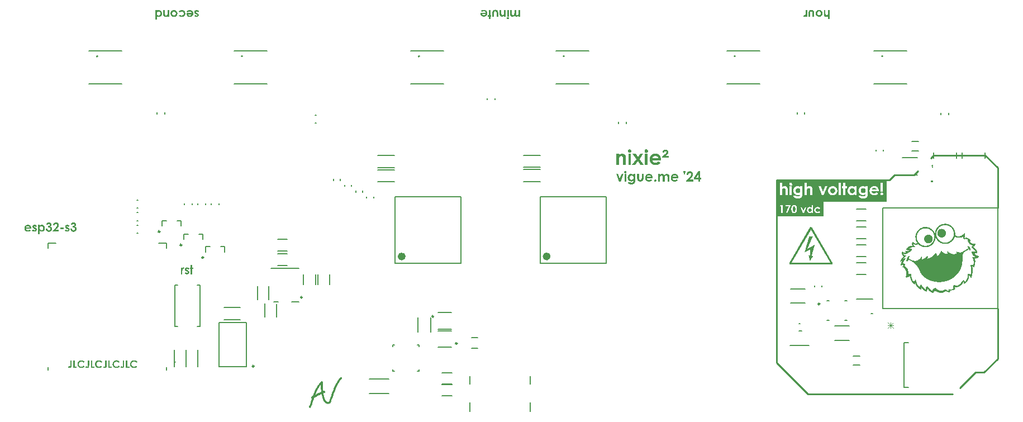
<source format=gto>
G04*
G04 #@! TF.GenerationSoftware,Altium Limited,Altium Designer,24.5.2 (23)*
G04*
G04 Layer_Color=65535*
%FSLAX25Y25*%
%MOIN*%
G70*
G04*
G04 #@! TF.SameCoordinates,392925F4-2C65-46F8-8396-EB9CC80DF0C9*
G04*
G04*
G04 #@! TF.FilePolarity,Positive*
G04*
G01*
G75*
%ADD10C,0.00984*%
%ADD11C,0.00787*%
%ADD12C,0.02362*%
%ADD13C,0.01000*%
%ADD14C,0.00591*%
%ADD15C,0.00500*%
%ADD16C,0.00600*%
%ADD17C,0.00300*%
G36*
X658329Y369650D02*
X656829D01*
Y370650D01*
X658329D01*
Y369650D01*
D02*
G37*
G36*
X665317Y344671D02*
X666213D01*
Y344651D01*
X666356D01*
Y344630D01*
X666457D01*
Y344610D01*
X666498D01*
Y344590D01*
X666620D01*
Y344569D01*
X666742D01*
Y344549D01*
X666864D01*
Y344529D01*
X666885D01*
Y344508D01*
X667027D01*
Y344488D01*
X667109D01*
Y344467D01*
X667231D01*
Y344447D01*
X667251D01*
Y344427D01*
X667272D01*
Y344406D01*
X667353D01*
Y344386D01*
X667434D01*
Y344366D01*
X667475D01*
Y344345D01*
X667516D01*
Y344325D01*
X667618D01*
Y344305D01*
X667658D01*
Y344284D01*
X667679D01*
Y344264D01*
X667740D01*
Y344244D01*
X667780D01*
Y344223D01*
X667821D01*
Y344203D01*
X667862D01*
Y344182D01*
X667903D01*
Y344162D01*
X667943D01*
Y344142D01*
X668004D01*
Y344121D01*
X668025D01*
Y344101D01*
X668045D01*
Y344081D01*
X668086D01*
Y344060D01*
X668126D01*
Y344040D01*
X668147D01*
Y344020D01*
X668188D01*
Y343999D01*
X668269D01*
Y343979D01*
X668289D01*
Y343959D01*
X668330D01*
Y343938D01*
X668411D01*
Y343918D01*
X668432D01*
Y343898D01*
X668452D01*
Y343877D01*
X668534D01*
Y343857D01*
X668554D01*
Y343836D01*
X668595D01*
Y343816D01*
X668635D01*
Y343796D01*
X668676D01*
Y343775D01*
X668696D01*
Y343755D01*
X668737D01*
Y343735D01*
X668798D01*
Y343714D01*
X668819D01*
Y343694D01*
X668839D01*
Y343674D01*
X668859D01*
Y343653D01*
X668880D01*
Y343633D01*
X668920D01*
Y343613D01*
X668961D01*
Y343592D01*
X668981D01*
Y343572D01*
X669002D01*
Y343551D01*
X669022D01*
Y343531D01*
X669042D01*
Y343511D01*
X669083D01*
Y343490D01*
X669103D01*
Y343470D01*
X669124D01*
Y343450D01*
X669165D01*
Y343429D01*
X669205D01*
Y343409D01*
X669226D01*
Y343368D01*
X669246D01*
Y343348D01*
X669287D01*
Y343328D01*
X669307D01*
Y343307D01*
X669348D01*
Y343287D01*
X669368D01*
Y343267D01*
X669388D01*
Y343246D01*
X669409D01*
Y343226D01*
X669450D01*
Y343205D01*
X669470D01*
Y343185D01*
X669490D01*
Y343144D01*
X669511D01*
Y343124D01*
X669551D01*
Y343104D01*
X669592D01*
Y343063D01*
X669612D01*
Y343022D01*
X669633D01*
Y343002D01*
X669653D01*
Y342982D01*
X669673D01*
Y342961D01*
X669694D01*
Y342941D01*
X669714D01*
Y342920D01*
X669735D01*
Y342900D01*
X669755D01*
Y342880D01*
X669775D01*
Y342839D01*
X669816D01*
Y342819D01*
X669836D01*
Y342798D01*
X669857D01*
Y342778D01*
X669877D01*
Y342737D01*
X669897D01*
Y342717D01*
X669918D01*
Y342696D01*
X669938D01*
Y342676D01*
X669958D01*
Y342656D01*
X669979D01*
Y342635D01*
X669999D01*
Y342615D01*
X670019D01*
Y342574D01*
X670060D01*
Y342554D01*
X670081D01*
Y342534D01*
X670101D01*
Y342473D01*
X670121D01*
Y342452D01*
X670162D01*
Y342432D01*
X670182D01*
Y342411D01*
X670203D01*
Y342351D01*
X670223D01*
Y342330D01*
X670244D01*
Y342310D01*
X670264D01*
Y342289D01*
X670284D01*
Y342249D01*
X670304D01*
Y342208D01*
X670325D01*
Y342188D01*
X670366D01*
Y342147D01*
X670386D01*
Y342106D01*
X670406D01*
Y342066D01*
X670427D01*
Y342045D01*
X670467D01*
Y341984D01*
X670488D01*
Y341943D01*
X670508D01*
Y341923D01*
X670528D01*
Y341903D01*
X670549D01*
Y341862D01*
X670569D01*
Y341842D01*
X670589D01*
Y341801D01*
X670610D01*
Y341760D01*
X670630D01*
Y341720D01*
X670651D01*
Y341679D01*
X670671D01*
Y341658D01*
X670691D01*
Y341638D01*
X670712D01*
Y341577D01*
X670732D01*
Y341557D01*
X670752D01*
Y341536D01*
X670773D01*
Y341475D01*
X670793D01*
Y341414D01*
X670813D01*
Y341394D01*
X670834D01*
Y341373D01*
X670854D01*
Y341292D01*
X670875D01*
Y341272D01*
X670895D01*
Y341251D01*
X670915D01*
Y341170D01*
X670935D01*
Y341129D01*
X670956D01*
Y341088D01*
X670976D01*
Y341048D01*
X670997D01*
Y341007D01*
X671017D01*
Y340966D01*
X671037D01*
Y340905D01*
X671058D01*
Y340885D01*
X671078D01*
Y340864D01*
X671098D01*
Y340763D01*
X671119D01*
Y340722D01*
X671139D01*
Y340681D01*
X671160D01*
Y340620D01*
X671180D01*
Y340559D01*
X671200D01*
Y340498D01*
X671220D01*
Y340478D01*
X671241D01*
Y340356D01*
X671261D01*
Y340274D01*
X671282D01*
Y340213D01*
X671302D01*
Y340091D01*
X671322D01*
Y339949D01*
X671343D01*
Y339847D01*
X671363D01*
Y339725D01*
X671383D01*
Y339684D01*
X671404D01*
Y339602D01*
X671424D01*
Y339521D01*
X671444D01*
Y339419D01*
X671465D01*
Y339317D01*
X671485D01*
Y338544D01*
X671465D01*
Y338035D01*
X671485D01*
Y337974D01*
X671505D01*
Y337933D01*
X671526D01*
Y337913D01*
X671546D01*
Y337893D01*
X671567D01*
Y337852D01*
X671607D01*
Y337831D01*
X671648D01*
Y337811D01*
X671668D01*
Y337791D01*
X671689D01*
Y337770D01*
X671709D01*
Y337750D01*
X671750D01*
Y337730D01*
X671791D01*
Y337709D01*
X671811D01*
Y337689D01*
X671831D01*
Y337669D01*
X671852D01*
Y337648D01*
X671872D01*
Y337628D01*
X671913D01*
Y337608D01*
X671953D01*
Y337587D01*
X671994D01*
Y337567D01*
X672076D01*
Y337546D01*
X672116D01*
Y337526D01*
X672157D01*
Y337506D01*
X672218D01*
Y337485D01*
X672279D01*
Y337465D01*
X672340D01*
Y337445D01*
X672361D01*
Y337424D01*
X672401D01*
Y337404D01*
X672422D01*
Y337384D01*
X672442D01*
Y337363D01*
X672503D01*
Y337343D01*
X672564D01*
Y337323D01*
X672625D01*
Y337302D01*
X672747D01*
Y337282D01*
X672910D01*
Y337262D01*
X672971D01*
Y337241D01*
X673012D01*
Y337221D01*
X673114D01*
Y337200D01*
X673908D01*
Y337221D01*
X673948D01*
Y337241D01*
X674070D01*
Y337262D01*
X674172D01*
Y337282D01*
X674294D01*
Y337302D01*
X674416D01*
Y337323D01*
X674477D01*
Y337343D01*
X674559D01*
Y337363D01*
X674600D01*
Y337384D01*
X674661D01*
Y337404D01*
X674701D01*
Y337424D01*
X674722D01*
Y337445D01*
X674803D01*
Y337465D01*
X674844D01*
Y337485D01*
X674885D01*
Y337506D01*
X674925D01*
Y337526D01*
X674966D01*
Y337546D01*
X675007D01*
Y337567D01*
X675068D01*
Y337587D01*
X675088D01*
Y337608D01*
X675149D01*
Y337628D01*
X675190D01*
Y337648D01*
X675231D01*
Y337669D01*
X675271D01*
Y337689D01*
X675292D01*
Y337709D01*
X675332D01*
Y337730D01*
X675373D01*
Y337750D01*
X675414D01*
Y337770D01*
X675434D01*
Y337791D01*
X675455D01*
Y337811D01*
X675475D01*
Y337831D01*
X675516D01*
Y337852D01*
X675577D01*
Y337872D01*
X675597D01*
Y337893D01*
X675617D01*
Y337913D01*
X675638D01*
Y337933D01*
X675678D01*
Y337954D01*
X675719D01*
Y337974D01*
X675739D01*
Y337994D01*
X675760D01*
Y338015D01*
X675821D01*
Y338035D01*
X675841D01*
Y338055D01*
X675862D01*
Y338076D01*
X675882D01*
Y338096D01*
X675902D01*
Y338116D01*
X675923D01*
Y338137D01*
X675963D01*
Y338157D01*
X675984D01*
Y338177D01*
X676024D01*
Y338198D01*
X676045D01*
Y338218D01*
X676065D01*
Y338239D01*
X676106D01*
Y338259D01*
X676126D01*
Y338279D01*
X676147D01*
Y338300D01*
X676187D01*
Y338320D01*
X676228D01*
Y338340D01*
X676248D01*
Y338361D01*
X676269D01*
Y338381D01*
X676289D01*
Y338401D01*
X676330D01*
Y338422D01*
X676350D01*
Y338442D01*
X676371D01*
Y338462D01*
X676411D01*
Y338483D01*
X676432D01*
Y338503D01*
X676452D01*
Y338524D01*
X676493D01*
Y338544D01*
X676533D01*
Y338585D01*
X676554D01*
Y338605D01*
X676574D01*
Y338625D01*
X676615D01*
Y338646D01*
X676635D01*
Y338666D01*
X676656D01*
Y338707D01*
X676676D01*
Y338727D01*
X676717D01*
Y338748D01*
X676737D01*
Y338768D01*
X676757D01*
Y338788D01*
X676778D01*
Y338809D01*
X676818D01*
Y338829D01*
X676839D01*
Y338849D01*
X676859D01*
Y338870D01*
X676880D01*
Y338910D01*
X676920D01*
Y338931D01*
X676940D01*
Y338951D01*
X676961D01*
Y338971D01*
X676981D01*
Y338992D01*
X677002D01*
Y339012D01*
X677022D01*
Y339033D01*
X677042D01*
Y339053D01*
X677063D01*
Y339073D01*
X677144D01*
Y339093D01*
X677185D01*
Y339073D01*
X677225D01*
Y339053D01*
X677246D01*
Y339033D01*
X677266D01*
Y338951D01*
X677287D01*
Y338910D01*
X677307D01*
Y338524D01*
X677327D01*
Y338157D01*
X677348D01*
Y337750D01*
X677327D01*
Y337343D01*
X677307D01*
Y336977D01*
X677287D01*
Y336834D01*
X677266D01*
Y336773D01*
X677246D01*
Y336732D01*
X677225D01*
Y336691D01*
X677205D01*
Y336651D01*
X677185D01*
Y336590D01*
X677165D01*
Y336569D01*
X677124D01*
Y336549D01*
X677103D01*
Y336427D01*
X677083D01*
Y336386D01*
X677063D01*
Y336305D01*
X677083D01*
Y336264D01*
X677124D01*
Y336244D01*
X677246D01*
Y336264D01*
X677388D01*
Y336284D01*
X677429D01*
Y336305D01*
X677551D01*
Y336325D01*
X677633D01*
Y336346D01*
X677796D01*
Y336366D01*
X677836D01*
Y336386D01*
X678203D01*
Y336366D01*
X678325D01*
Y336346D01*
X678406D01*
Y336325D01*
X678488D01*
Y336305D01*
X678650D01*
Y336284D01*
X678712D01*
Y336264D01*
X678813D01*
Y336244D01*
X678895D01*
Y336223D01*
X678935D01*
Y336203D01*
X678976D01*
Y336183D01*
X679017D01*
Y336162D01*
X679098D01*
Y336142D01*
X679119D01*
Y336122D01*
X679159D01*
Y336101D01*
X679200D01*
Y336081D01*
X679241D01*
Y336061D01*
X679282D01*
Y336040D01*
X679363D01*
Y336020D01*
X679383D01*
Y335999D01*
X679404D01*
Y335979D01*
X679444D01*
Y335959D01*
X679465D01*
Y335938D01*
X679485D01*
Y335918D01*
X679505D01*
Y335898D01*
X679546D01*
Y335877D01*
X679566D01*
Y335857D01*
X679587D01*
Y335816D01*
X679628D01*
Y335796D01*
X679668D01*
Y335775D01*
X679689D01*
Y335755D01*
X679709D01*
Y335735D01*
X679729D01*
Y335715D01*
X679770D01*
Y335674D01*
X679790D01*
Y335653D01*
X679811D01*
Y335633D01*
X679851D01*
Y335613D01*
X679872D01*
Y335592D01*
X679892D01*
Y335572D01*
X679913D01*
Y335552D01*
X679953D01*
Y335531D01*
X679974D01*
Y335511D01*
X679994D01*
Y335490D01*
X680014D01*
Y335450D01*
X680035D01*
Y335430D01*
X680055D01*
Y335409D01*
X680096D01*
Y335389D01*
X680116D01*
Y335368D01*
X680136D01*
Y335348D01*
X680157D01*
Y335328D01*
X680177D01*
Y335307D01*
X680197D01*
Y335287D01*
X680238D01*
Y335267D01*
X680259D01*
Y335226D01*
X680279D01*
Y335206D01*
X680320D01*
Y335185D01*
X680340D01*
Y335165D01*
X680360D01*
Y335144D01*
X680381D01*
Y335124D01*
X680401D01*
Y335104D01*
X680421D01*
Y335083D01*
X680442D01*
Y335043D01*
X680462D01*
Y335002D01*
X680482D01*
Y334982D01*
X680503D01*
Y334961D01*
X680523D01*
Y334921D01*
X680544D01*
Y334880D01*
X680564D01*
Y334839D01*
X680584D01*
Y334819D01*
X680605D01*
Y334778D01*
X680625D01*
Y334758D01*
X680645D01*
Y334717D01*
X680666D01*
Y334697D01*
X680686D01*
Y334636D01*
X680706D01*
Y334615D01*
X680747D01*
Y334554D01*
X680767D01*
Y334513D01*
X680788D01*
Y334371D01*
X680767D01*
Y334351D01*
X680727D01*
Y334330D01*
X680564D01*
Y334310D01*
X680442D01*
Y334290D01*
X680401D01*
Y334269D01*
X680381D01*
Y334249D01*
X680340D01*
Y334228D01*
X680320D01*
Y334045D01*
X680340D01*
Y334005D01*
X680360D01*
Y333984D01*
X680381D01*
Y333964D01*
X680401D01*
Y333944D01*
X680442D01*
Y333903D01*
X680462D01*
Y333862D01*
X680482D01*
Y333842D01*
X680544D01*
Y333801D01*
X680564D01*
Y333760D01*
X680584D01*
Y333740D01*
X680605D01*
Y333720D01*
X680625D01*
Y333699D01*
X680645D01*
Y333679D01*
X680666D01*
Y333659D01*
X680686D01*
Y333638D01*
X680706D01*
Y333618D01*
X680727D01*
Y333597D01*
X680747D01*
Y333577D01*
X680767D01*
Y333557D01*
X680808D01*
Y333536D01*
X680829D01*
Y333516D01*
X680849D01*
Y333475D01*
X680869D01*
Y333455D01*
X680930D01*
Y333435D01*
X680951D01*
Y333373D01*
X681012D01*
Y333353D01*
X681052D01*
Y333333D01*
X681073D01*
Y333313D01*
X681093D01*
Y333292D01*
X681113D01*
Y333272D01*
X681154D01*
Y333251D01*
X681195D01*
Y333231D01*
X681236D01*
Y333211D01*
X681276D01*
Y333190D01*
X681317D01*
Y333170D01*
X681337D01*
Y333150D01*
X681398D01*
Y333129D01*
X681460D01*
Y333109D01*
X681480D01*
Y333088D01*
X681521D01*
Y333068D01*
X681582D01*
Y333048D01*
X681622D01*
Y333028D01*
X681643D01*
Y333007D01*
X681683D01*
Y332987D01*
X681704D01*
Y332966D01*
X681724D01*
Y332946D01*
X681744D01*
Y332926D01*
X681826D01*
Y332905D01*
X681867D01*
Y332885D01*
X681928D01*
Y332865D01*
X682172D01*
Y332844D01*
X682253D01*
Y332824D01*
X682294D01*
Y332804D01*
X682314D01*
Y332783D01*
X682355D01*
Y332763D01*
X682396D01*
Y332743D01*
X682498D01*
Y332722D01*
X682864D01*
Y332743D01*
X682905D01*
Y332763D01*
X683047D01*
Y332783D01*
X683129D01*
Y332804D01*
X683210D01*
Y332824D01*
X683292D01*
Y332844D01*
X683393D01*
Y332865D01*
X683434D01*
Y332844D01*
X683495D01*
Y332824D01*
X683536D01*
Y332804D01*
X683556D01*
Y332783D01*
X683577D01*
Y332743D01*
X683597D01*
Y332702D01*
X683617D01*
Y332641D01*
X683597D01*
Y332478D01*
X683577D01*
Y332295D01*
X683556D01*
Y332274D01*
X683536D01*
Y332234D01*
X683516D01*
Y332193D01*
X683495D01*
Y332152D01*
X683475D01*
Y332091D01*
X683454D01*
Y332050D01*
X683434D01*
Y332030D01*
X683414D01*
Y331989D01*
X683393D01*
Y331969D01*
X683373D01*
Y331908D01*
X683353D01*
Y331888D01*
X683312D01*
Y331867D01*
X683292D01*
Y331826D01*
X683271D01*
Y331786D01*
X683230D01*
Y331765D01*
X683210D01*
Y331745D01*
X683190D01*
Y331704D01*
X683169D01*
Y331664D01*
X683149D01*
Y331643D01*
X683129D01*
Y331603D01*
X683108D01*
Y331582D01*
X683088D01*
Y331541D01*
X683068D01*
Y331521D01*
X683047D01*
Y331501D01*
X683007D01*
Y331480D01*
X682986D01*
Y331460D01*
X682966D01*
Y331440D01*
X682925D01*
Y331419D01*
X682905D01*
Y331399D01*
X682885D01*
Y331379D01*
X682844D01*
Y331358D01*
X682803D01*
Y331338D01*
X682783D01*
Y331318D01*
X682762D01*
Y331297D01*
X682742D01*
Y331277D01*
X682722D01*
Y331257D01*
X682701D01*
Y331236D01*
X682681D01*
Y331216D01*
X682660D01*
Y331195D01*
X682620D01*
Y331175D01*
X682599D01*
Y331155D01*
X682579D01*
Y331134D01*
X682559D01*
Y331114D01*
X682498D01*
Y331094D01*
X682477D01*
Y331073D01*
X682437D01*
Y331053D01*
X682416D01*
Y331033D01*
X682376D01*
Y331012D01*
X682355D01*
Y330992D01*
X682314D01*
Y330972D01*
X682294D01*
Y330951D01*
X682274D01*
Y330890D01*
X682294D01*
Y330870D01*
X682314D01*
Y330849D01*
X682335D01*
Y330829D01*
X682355D01*
Y330809D01*
X682396D01*
Y330788D01*
X682416D01*
Y330768D01*
X682457D01*
Y330748D01*
X682477D01*
Y330727D01*
X682518D01*
Y330707D01*
X682559D01*
Y330686D01*
X682579D01*
Y330666D01*
X682599D01*
Y330646D01*
X682620D01*
Y330626D01*
X682640D01*
Y330605D01*
X682660D01*
Y330585D01*
X682681D01*
Y330564D01*
X682701D01*
Y330544D01*
X682722D01*
Y330524D01*
X682762D01*
Y330503D01*
X682783D01*
Y330483D01*
X682803D01*
Y330463D01*
X682823D01*
Y330442D01*
X682844D01*
Y330422D01*
X682864D01*
Y330402D01*
X682885D01*
Y330381D01*
X682905D01*
Y330341D01*
X682945D01*
Y330320D01*
X682986D01*
Y330300D01*
X683027D01*
Y330279D01*
X683047D01*
Y330259D01*
X683068D01*
Y330239D01*
X683108D01*
Y330218D01*
X683149D01*
Y330198D01*
X683169D01*
Y330178D01*
X683190D01*
Y330157D01*
X683210D01*
Y330137D01*
X683271D01*
Y330096D01*
X683292D01*
Y330055D01*
X683312D01*
Y330035D01*
X683332D01*
Y330015D01*
X683353D01*
Y329995D01*
X683373D01*
Y329954D01*
X683393D01*
Y329933D01*
X683434D01*
Y329913D01*
X683475D01*
Y329852D01*
X683495D01*
Y329832D01*
X683536D01*
Y329811D01*
X683556D01*
Y329791D01*
X683577D01*
Y329750D01*
X683597D01*
Y329730D01*
X683638D01*
Y329710D01*
X683658D01*
Y329689D01*
X683678D01*
Y329648D01*
X683699D01*
Y329608D01*
X683719D01*
Y329587D01*
X683739D01*
Y329567D01*
X683760D01*
Y329526D01*
X683780D01*
Y329506D01*
X683801D01*
Y329486D01*
X683821D01*
Y329445D01*
X683841D01*
Y329425D01*
X683861D01*
Y329404D01*
X683882D01*
Y329363D01*
X683902D01*
Y329343D01*
X683923D01*
Y329323D01*
X683943D01*
Y329282D01*
X683963D01*
Y329262D01*
X683984D01*
Y329221D01*
X684004D01*
Y329180D01*
X684024D01*
Y329160D01*
X684065D01*
Y329099D01*
X684086D01*
Y329038D01*
X684106D01*
Y329017D01*
X684126D01*
Y328977D01*
X684146D01*
Y328936D01*
X684167D01*
Y328895D01*
X684187D01*
Y328854D01*
X684208D01*
Y328793D01*
X684228D01*
Y328773D01*
X684248D01*
Y328753D01*
X684269D01*
Y328671D01*
X684289D01*
Y328631D01*
X684309D01*
Y328590D01*
X684330D01*
Y328549D01*
X684350D01*
Y328508D01*
X684370D01*
Y328468D01*
X684391D01*
Y328386D01*
X684411D01*
Y328366D01*
X684432D01*
Y328325D01*
X684452D01*
Y328183D01*
X684472D01*
Y327959D01*
X684493D01*
Y327898D01*
X684513D01*
Y327857D01*
X684533D01*
Y327816D01*
X684554D01*
Y327735D01*
X684574D01*
Y327592D01*
X684554D01*
Y327572D01*
X684533D01*
Y327511D01*
X684513D01*
Y327470D01*
X684493D01*
Y327430D01*
X684472D01*
Y327368D01*
X684452D01*
Y327246D01*
X684432D01*
Y327206D01*
X684411D01*
Y327185D01*
X684330D01*
Y327165D01*
X684228D01*
Y327185D01*
X684086D01*
Y327206D01*
X684065D01*
Y327226D01*
X684004D01*
Y327246D01*
X683923D01*
Y327267D01*
X683841D01*
Y327287D01*
X683739D01*
Y327308D01*
X683556D01*
Y327287D01*
X683454D01*
Y327267D01*
X683373D01*
Y327246D01*
X683292D01*
Y327226D01*
X683271D01*
Y327206D01*
X683210D01*
Y327185D01*
X683169D01*
Y327165D01*
X683149D01*
Y327104D01*
X683129D01*
Y327063D01*
X683108D01*
Y326941D01*
X683129D01*
Y326900D01*
X683149D01*
Y326839D01*
X683169D01*
Y326819D01*
X683190D01*
Y326799D01*
X683210D01*
Y326758D01*
X683230D01*
Y326717D01*
X683251D01*
Y326697D01*
X683271D01*
Y326656D01*
X683292D01*
Y326615D01*
X683312D01*
Y326575D01*
X683332D01*
Y326554D01*
X683353D01*
Y326534D01*
X683373D01*
Y326514D01*
X683393D01*
Y326493D01*
X683414D01*
Y326452D01*
X683434D01*
Y326432D01*
X683454D01*
Y326412D01*
X683475D01*
Y326391D01*
X683495D01*
Y326351D01*
X683516D01*
Y326330D01*
X683536D01*
Y326310D01*
X683556D01*
Y326290D01*
X683577D01*
Y326269D01*
X683597D01*
Y326249D01*
X683617D01*
Y326229D01*
X683658D01*
Y326208D01*
X683678D01*
Y326167D01*
X683699D01*
Y326147D01*
X683739D01*
Y326127D01*
X683780D01*
Y326107D01*
X683801D01*
Y326086D01*
X683821D01*
Y326066D01*
X683841D01*
Y326045D01*
X683861D01*
Y326025D01*
X683923D01*
Y326005D01*
X683943D01*
Y325984D01*
X683963D01*
Y325964D01*
X684024D01*
Y325944D01*
X684065D01*
Y325923D01*
X684086D01*
Y325903D01*
X684106D01*
Y325883D01*
X684167D01*
Y325862D01*
X684208D01*
Y325842D01*
X684248D01*
Y325821D01*
X684309D01*
Y325801D01*
X684350D01*
Y325781D01*
X684411D01*
Y325760D01*
X684452D01*
Y325740D01*
X684554D01*
Y325720D01*
X684635D01*
Y325699D01*
X684717D01*
Y325679D01*
X684859D01*
Y325659D01*
X684940D01*
Y325638D01*
X685042D01*
Y325618D01*
X685103D01*
Y325598D01*
X685164D01*
Y325577D01*
X685633D01*
Y325170D01*
X685592D01*
Y325150D01*
X685571D01*
Y325109D01*
X685551D01*
Y325068D01*
X685531D01*
Y325028D01*
X685510D01*
Y325007D01*
X685490D01*
Y324967D01*
X685470D01*
Y324946D01*
X685449D01*
Y324905D01*
X685429D01*
Y324865D01*
X685409D01*
Y324844D01*
X685368D01*
Y324824D01*
X685348D01*
Y324783D01*
X685327D01*
Y324743D01*
X685287D01*
Y324722D01*
X685266D01*
Y324702D01*
X685246D01*
Y324682D01*
X685225D01*
Y324661D01*
X685205D01*
Y324641D01*
X685185D01*
Y324621D01*
X685164D01*
Y324600D01*
X685144D01*
Y324580D01*
X685124D01*
Y324559D01*
X685103D01*
Y324539D01*
X685063D01*
Y324498D01*
X685042D01*
Y324478D01*
X685022D01*
Y324458D01*
X684961D01*
Y324437D01*
X684940D01*
Y324397D01*
X684920D01*
Y324376D01*
X684879D01*
Y324356D01*
X684859D01*
Y324336D01*
X684839D01*
Y324295D01*
X684798D01*
Y324274D01*
X684757D01*
Y324254D01*
X684737D01*
Y324234D01*
X684696D01*
Y324213D01*
X684655D01*
Y324193D01*
X684594D01*
Y324173D01*
X684513D01*
Y324152D01*
X684472D01*
Y324132D01*
X684452D01*
Y324112D01*
X684432D01*
Y324091D01*
X684330D01*
Y324071D01*
X684228D01*
Y324050D01*
X684187D01*
Y324030D01*
X684146D01*
Y324010D01*
X684086D01*
Y323990D01*
X684065D01*
Y323969D01*
X683658D01*
Y323990D01*
X683617D01*
Y323969D01*
X683577D01*
Y323990D01*
X683169D01*
Y323969D01*
X683149D01*
Y323949D01*
X683129D01*
Y323888D01*
X683149D01*
Y323827D01*
X683169D01*
Y323786D01*
X683190D01*
Y323684D01*
X683210D01*
Y323664D01*
X683230D01*
Y323582D01*
X683251D01*
Y323562D01*
X683271D01*
Y323501D01*
X683292D01*
Y323419D01*
X683312D01*
Y323379D01*
X683332D01*
Y323358D01*
X683353D01*
Y323297D01*
X683373D01*
Y323257D01*
X683393D01*
Y323114D01*
X683414D01*
Y323033D01*
X683434D01*
Y322890D01*
X683454D01*
Y321710D01*
X683434D01*
Y321323D01*
X683414D01*
Y321140D01*
X683393D01*
Y320956D01*
X683373D01*
Y320936D01*
X683353D01*
Y320855D01*
X683332D01*
Y320753D01*
X683312D01*
Y320570D01*
X683292D01*
Y320488D01*
X683271D01*
Y320427D01*
X683251D01*
Y320407D01*
X683230D01*
Y320366D01*
X683210D01*
Y320305D01*
X683190D01*
Y320224D01*
X683169D01*
Y320122D01*
X683149D01*
Y319959D01*
X683129D01*
Y319796D01*
X683108D01*
Y319755D01*
X683088D01*
Y319654D01*
X683068D01*
Y319613D01*
X683047D01*
Y319572D01*
X683027D01*
Y319531D01*
X683007D01*
Y319470D01*
X682986D01*
Y319389D01*
X682966D01*
Y319369D01*
X682945D01*
Y319328D01*
X682925D01*
Y319287D01*
X682905D01*
Y319226D01*
X682885D01*
Y319145D01*
X682864D01*
Y319104D01*
X682844D01*
Y319023D01*
X682823D01*
Y318941D01*
X682803D01*
Y318900D01*
X682783D01*
Y318860D01*
X682762D01*
Y318778D01*
X682742D01*
Y318697D01*
X682722D01*
Y318677D01*
X682701D01*
Y318636D01*
X682681D01*
Y318616D01*
X682559D01*
Y318636D01*
X682538D01*
Y318656D01*
X682518D01*
Y318677D01*
X682498D01*
Y318738D01*
X682477D01*
Y318758D01*
X682457D01*
Y318778D01*
X682437D01*
Y318799D01*
X682416D01*
Y318839D01*
X682396D01*
Y318860D01*
X682376D01*
Y318880D01*
X682355D01*
Y318900D01*
X682335D01*
Y318921D01*
X682314D01*
Y318941D01*
X682294D01*
Y318962D01*
X682274D01*
Y318982D01*
X682253D01*
Y319002D01*
X682213D01*
Y319023D01*
X682192D01*
Y319043D01*
X682131D01*
Y319063D01*
X682111D01*
Y319084D01*
X682091D01*
Y319104D01*
X682009D01*
Y319124D01*
X681968D01*
Y319145D01*
X681928D01*
Y319165D01*
X681867D01*
Y319185D01*
X681724D01*
Y319145D01*
X681704D01*
Y319124D01*
X681683D01*
Y319084D01*
X681663D01*
Y319043D01*
X681643D01*
Y319023D01*
X681663D01*
Y318982D01*
X681683D01*
Y318900D01*
X681704D01*
Y318860D01*
X681724D01*
Y318799D01*
X681744D01*
Y318758D01*
X681765D01*
Y318717D01*
X681785D01*
Y318616D01*
X681806D01*
Y318575D01*
X681826D01*
Y318453D01*
X681846D01*
Y318331D01*
X681867D01*
Y318188D01*
X681887D01*
Y317801D01*
X681907D01*
Y317435D01*
X681928D01*
Y317028D01*
X681948D01*
Y316621D01*
X681928D01*
Y316254D01*
X681907D01*
Y316071D01*
X681887D01*
Y315867D01*
X681867D01*
Y315847D01*
X681846D01*
Y315277D01*
X681826D01*
Y315216D01*
X681806D01*
Y315114D01*
X681785D01*
Y315094D01*
X681765D01*
Y315074D01*
X681744D01*
Y315053D01*
X681724D01*
Y314687D01*
X681704D01*
Y314666D01*
X681683D01*
Y314605D01*
X681663D01*
Y314565D01*
X681643D01*
Y314483D01*
X681622D01*
Y314382D01*
X681602D01*
Y314219D01*
X681582D01*
Y314096D01*
X681561D01*
Y313934D01*
X681541D01*
Y313893D01*
X681521D01*
Y313832D01*
X681500D01*
Y313750D01*
X681480D01*
Y313689D01*
X681460D01*
Y313628D01*
X681439D01*
Y313527D01*
X681419D01*
Y313506D01*
X681398D01*
Y313445D01*
X681378D01*
Y313425D01*
X681358D01*
Y313384D01*
X681337D01*
Y313323D01*
X681317D01*
Y313262D01*
X681297D01*
Y313180D01*
X681276D01*
Y313038D01*
X681256D01*
Y312977D01*
X681236D01*
Y312936D01*
X681215D01*
Y312895D01*
X681195D01*
Y312834D01*
X681175D01*
Y312753D01*
X681154D01*
Y312733D01*
X681134D01*
Y312712D01*
X681113D01*
Y312631D01*
X681093D01*
Y312590D01*
X681073D01*
Y312549D01*
X681052D01*
Y312509D01*
X681032D01*
Y312448D01*
X681012D01*
Y312366D01*
X680991D01*
Y312346D01*
X680951D01*
Y312305D01*
X680930D01*
Y312264D01*
X680890D01*
Y312285D01*
X680869D01*
Y312305D01*
X680849D01*
Y312326D01*
X680829D01*
Y312346D01*
X680808D01*
Y312407D01*
X680788D01*
Y312488D01*
X680767D01*
Y312529D01*
X680747D01*
Y312590D01*
X680727D01*
Y312631D01*
X680706D01*
Y312712D01*
X680686D01*
Y312753D01*
X680666D01*
Y312814D01*
X680645D01*
Y312855D01*
X680625D01*
Y312916D01*
X680605D01*
Y312936D01*
X680584D01*
Y312957D01*
X680564D01*
Y313018D01*
X680544D01*
Y313058D01*
X680523D01*
Y313079D01*
X680503D01*
Y313099D01*
X680482D01*
Y313140D01*
X680462D01*
Y313180D01*
X680442D01*
Y313201D01*
X680421D01*
Y313221D01*
X680401D01*
Y313242D01*
X680381D01*
Y313282D01*
X680360D01*
Y313303D01*
X680340D01*
Y313323D01*
X680320D01*
Y313343D01*
X680299D01*
Y313364D01*
X680279D01*
Y313384D01*
X680259D01*
Y313425D01*
X680238D01*
Y313445D01*
X680218D01*
Y313465D01*
X680197D01*
Y313486D01*
X680177D01*
Y313506D01*
X680157D01*
Y313527D01*
X680136D01*
Y313547D01*
X680116D01*
Y313567D01*
X680096D01*
Y313588D01*
X680075D01*
Y313608D01*
X680055D01*
Y313628D01*
X680035D01*
Y313669D01*
X680014D01*
Y313689D01*
X679974D01*
Y313710D01*
X679933D01*
Y313730D01*
X679750D01*
Y313710D01*
X679729D01*
Y313689D01*
X679709D01*
Y313649D01*
X679689D01*
Y313425D01*
X679668D01*
Y313221D01*
X679648D01*
Y313201D01*
X679668D01*
Y313160D01*
X679648D01*
Y313119D01*
X679628D01*
Y312977D01*
X679607D01*
Y312773D01*
X679587D01*
Y312733D01*
X679566D01*
Y312692D01*
X679546D01*
Y312672D01*
X679566D01*
Y312631D01*
X679546D01*
Y312509D01*
X679526D01*
Y312366D01*
X679505D01*
Y312326D01*
X679485D01*
Y312203D01*
X679465D01*
Y312040D01*
X679444D01*
Y311939D01*
X679424D01*
Y311898D01*
X679404D01*
Y311857D01*
X679383D01*
Y311796D01*
X679363D01*
Y311735D01*
X679343D01*
Y311715D01*
X679322D01*
Y311654D01*
X679302D01*
Y311572D01*
X679282D01*
Y311552D01*
X679261D01*
Y311532D01*
X679241D01*
Y311450D01*
X679220D01*
Y311389D01*
X679200D01*
Y311369D01*
X679180D01*
Y311328D01*
X679159D01*
Y311287D01*
X679139D01*
Y311206D01*
X679119D01*
Y311165D01*
X679078D01*
Y311104D01*
X679058D01*
Y311064D01*
X679037D01*
Y311023D01*
X679017D01*
Y310982D01*
X678997D01*
Y310941D01*
X678976D01*
Y310901D01*
X678956D01*
Y310880D01*
X678935D01*
Y310840D01*
X678915D01*
Y310799D01*
X678895D01*
Y310778D01*
X678874D01*
Y310758D01*
X678854D01*
Y310717D01*
X678834D01*
Y310697D01*
X678813D01*
Y310656D01*
X678793D01*
Y310636D01*
X678773D01*
Y310595D01*
X678752D01*
Y310555D01*
X678732D01*
Y310534D01*
X678712D01*
Y310514D01*
X678691D01*
Y310493D01*
X678671D01*
Y310432D01*
X678650D01*
Y310412D01*
X678630D01*
Y310392D01*
X678610D01*
Y310371D01*
X678589D01*
Y310310D01*
X678569D01*
Y310290D01*
X678528D01*
Y310270D01*
X678508D01*
Y310249D01*
X678488D01*
Y310209D01*
X678467D01*
Y310188D01*
X678447D01*
Y310168D01*
X678427D01*
Y310147D01*
X678406D01*
Y310127D01*
X678386D01*
Y310107D01*
X678365D01*
Y310086D01*
X678345D01*
Y310046D01*
X678325D01*
Y310025D01*
X678304D01*
Y310005D01*
X678284D01*
Y309985D01*
X678264D01*
Y309964D01*
X678243D01*
Y309944D01*
X678223D01*
Y309924D01*
X678203D01*
Y309903D01*
X678182D01*
Y309862D01*
X678141D01*
Y309842D01*
X678121D01*
Y309822D01*
X678101D01*
Y309801D01*
X678081D01*
Y309781D01*
X678060D01*
Y309761D01*
X678040D01*
Y309740D01*
X678019D01*
Y309720D01*
X677999D01*
Y309700D01*
X677958D01*
Y309659D01*
X677938D01*
Y309639D01*
X677918D01*
Y309618D01*
X677897D01*
Y309598D01*
X677857D01*
Y309577D01*
X677836D01*
Y309557D01*
X677816D01*
Y309516D01*
X677796D01*
Y309496D01*
X677755D01*
Y309476D01*
X677734D01*
Y309455D01*
X677714D01*
Y309435D01*
X677694D01*
Y309415D01*
X677673D01*
Y309394D01*
X677633D01*
Y309374D01*
X677612D01*
Y309354D01*
X677592D01*
Y309333D01*
X677572D01*
Y309313D01*
X677531D01*
Y309293D01*
X677510D01*
Y309272D01*
X677470D01*
Y309252D01*
X677449D01*
Y309231D01*
X677409D01*
Y309211D01*
X677348D01*
Y309191D01*
X677327D01*
Y309170D01*
X677307D01*
Y309150D01*
X677266D01*
Y309130D01*
X677225D01*
Y309109D01*
X677185D01*
Y309089D01*
X677165D01*
Y309069D01*
X677124D01*
Y309048D01*
X677063D01*
Y309028D01*
X677042D01*
Y309008D01*
X677022D01*
Y308987D01*
X676940D01*
Y308967D01*
X676900D01*
Y308946D01*
X676859D01*
Y308926D01*
X676757D01*
Y308946D01*
X676737D01*
Y308987D01*
X676717D01*
Y309700D01*
X676696D01*
Y309740D01*
X676676D01*
Y309781D01*
X676656D01*
Y309822D01*
X676635D01*
Y309862D01*
X676615D01*
Y309924D01*
X676594D01*
Y310005D01*
X676574D01*
Y310046D01*
X676554D01*
Y310066D01*
X676533D01*
Y310086D01*
X676452D01*
Y310066D01*
X676432D01*
Y310046D01*
X676411D01*
Y310005D01*
X676391D01*
Y309985D01*
X676371D01*
Y309944D01*
X676350D01*
Y309883D01*
X676330D01*
Y309842D01*
X676309D01*
Y309822D01*
X676289D01*
Y309781D01*
X676269D01*
Y309720D01*
X676248D01*
Y309700D01*
X676228D01*
Y309659D01*
X676208D01*
Y309639D01*
X676187D01*
Y309618D01*
X676167D01*
Y309577D01*
X676147D01*
Y309537D01*
X676126D01*
Y309516D01*
X676106D01*
Y309496D01*
X676086D01*
Y309455D01*
X676065D01*
Y309415D01*
X676045D01*
Y309374D01*
X676024D01*
Y309333D01*
X676004D01*
Y309313D01*
X675984D01*
Y309293D01*
X675963D01*
Y309252D01*
X675943D01*
Y309211D01*
X675923D01*
Y309170D01*
X675902D01*
Y309150D01*
X675882D01*
Y309130D01*
X675862D01*
Y309089D01*
X675841D01*
Y309069D01*
X675821D01*
Y309028D01*
X675801D01*
Y309008D01*
X675780D01*
Y308967D01*
X675760D01*
Y308946D01*
X675739D01*
Y308926D01*
X675719D01*
Y308885D01*
X675699D01*
Y308845D01*
X675678D01*
Y308824D01*
X675638D01*
Y308804D01*
X675617D01*
Y308763D01*
X675597D01*
Y308743D01*
X675577D01*
Y308722D01*
X675556D01*
Y308682D01*
X675536D01*
Y308662D01*
X675516D01*
Y308641D01*
X675495D01*
Y308621D01*
X675475D01*
Y308580D01*
X675455D01*
Y308560D01*
X675434D01*
Y308539D01*
X675393D01*
Y308519D01*
X675373D01*
Y308478D01*
X675353D01*
Y308458D01*
X675332D01*
Y308438D01*
X675312D01*
Y308417D01*
X675292D01*
Y308397D01*
X675271D01*
Y308377D01*
X675251D01*
Y308356D01*
X675231D01*
Y308336D01*
X675210D01*
Y308315D01*
X675190D01*
Y308295D01*
X675170D01*
Y308254D01*
X675129D01*
Y308234D01*
X675108D01*
Y308214D01*
X675088D01*
Y308193D01*
X675068D01*
Y308153D01*
X675047D01*
Y308132D01*
X675007D01*
Y308112D01*
X674986D01*
Y308071D01*
X674966D01*
Y308051D01*
X674925D01*
Y308030D01*
X674905D01*
Y308010D01*
X674885D01*
Y307969D01*
X674864D01*
Y307949D01*
X674824D01*
Y307929D01*
X674803D01*
Y307908D01*
X674783D01*
Y307868D01*
X674742D01*
Y307847D01*
X674701D01*
Y307806D01*
X674681D01*
Y307786D01*
X674661D01*
Y307766D01*
X674600D01*
Y307745D01*
X674579D01*
Y307725D01*
X674539D01*
Y307705D01*
X674498D01*
Y307684D01*
X674477D01*
Y307664D01*
X674416D01*
Y307644D01*
X674396D01*
Y307623D01*
X674355D01*
Y307603D01*
X674315D01*
Y307583D01*
X674294D01*
Y307562D01*
X674274D01*
Y307542D01*
X674213D01*
Y307522D01*
X674192D01*
Y307501D01*
X674152D01*
Y307481D01*
X674111D01*
Y307460D01*
X674070D01*
Y307440D01*
X674050D01*
Y307420D01*
X674009D01*
Y307399D01*
X673989D01*
Y307379D01*
X673928D01*
Y307359D01*
X673908D01*
Y307338D01*
X673887D01*
Y307318D01*
X673826D01*
Y307298D01*
X673785D01*
Y307277D01*
X673745D01*
Y307257D01*
X673684D01*
Y307237D01*
X673643D01*
Y307216D01*
X673602D01*
Y307196D01*
X673521D01*
Y307175D01*
X673500D01*
Y307135D01*
X673419D01*
Y307114D01*
X673378D01*
Y307094D01*
X673317D01*
Y307074D01*
X673256D01*
Y307053D01*
X673134D01*
Y307033D01*
X673093D01*
Y307013D01*
X672992D01*
Y306992D01*
X672951D01*
Y306972D01*
X672910D01*
Y306952D01*
X672829D01*
Y306931D01*
X672727D01*
Y306911D01*
X672584D01*
Y306891D01*
X672462D01*
Y306870D01*
X672238D01*
Y306850D01*
X671994D01*
Y306829D01*
X671465D01*
Y306809D01*
X671343D01*
Y306789D01*
X671302D01*
Y306768D01*
X671282D01*
Y306748D01*
X671261D01*
Y306707D01*
X671241D01*
Y306646D01*
X671220D01*
Y306606D01*
X671200D01*
Y306504D01*
X671220D01*
Y306483D01*
X671241D01*
Y306463D01*
X671261D01*
Y306422D01*
X671282D01*
Y306382D01*
X671302D01*
Y306361D01*
X671322D01*
Y306341D01*
X671343D01*
Y306321D01*
X671363D01*
Y306280D01*
X671383D01*
Y306239D01*
X671404D01*
Y306219D01*
X671424D01*
Y306198D01*
X671444D01*
Y306158D01*
X671465D01*
Y306117D01*
X671485D01*
Y306097D01*
X671505D01*
Y306076D01*
X671526D01*
Y306036D01*
X671546D01*
Y305995D01*
X671567D01*
Y305913D01*
X671587D01*
Y305873D01*
X671567D01*
Y305791D01*
X671546D01*
Y305771D01*
X671526D01*
Y305751D01*
X671505D01*
Y305730D01*
X671485D01*
Y305710D01*
X671465D01*
Y305690D01*
X671444D01*
Y305669D01*
X671424D01*
Y305649D01*
X671404D01*
Y305628D01*
X671383D01*
Y305608D01*
X671343D01*
Y305588D01*
X671322D01*
Y305567D01*
X671302D01*
Y305547D01*
X671261D01*
Y305527D01*
X671220D01*
Y305506D01*
X671180D01*
Y305486D01*
X671160D01*
Y305466D01*
X671119D01*
Y305445D01*
X671078D01*
Y305425D01*
X671037D01*
Y305404D01*
X670997D01*
Y305384D01*
X670956D01*
Y305364D01*
X670915D01*
Y305343D01*
X670895D01*
Y305323D01*
X670813D01*
Y305303D01*
X670773D01*
Y305262D01*
X670752D01*
Y305242D01*
X670589D01*
Y305221D01*
X670447D01*
Y305242D01*
X670427D01*
Y305221D01*
X670406D01*
Y305201D01*
X670386D01*
Y305181D01*
X670366D01*
Y305160D01*
X670345D01*
Y305140D01*
X670304D01*
Y305119D01*
X670264D01*
Y305099D01*
X670142D01*
Y305079D01*
X670019D01*
Y305059D01*
X669877D01*
Y305038D01*
X669633D01*
Y305018D01*
X669612D01*
Y304997D01*
X669205D01*
Y304977D01*
X668371D01*
Y304997D01*
X668289D01*
Y304977D01*
X668249D01*
Y304957D01*
X668228D01*
Y304936D01*
X668208D01*
Y304814D01*
X668228D01*
Y304733D01*
X668249D01*
Y304672D01*
X668269D01*
Y304651D01*
X668289D01*
Y304631D01*
X668310D01*
Y304611D01*
X668330D01*
Y304570D01*
X668350D01*
Y304550D01*
X668371D01*
Y304529D01*
X668411D01*
Y304509D01*
X668432D01*
Y304468D01*
X668452D01*
Y304427D01*
X668472D01*
Y304407D01*
X668513D01*
Y304366D01*
X668534D01*
Y304346D01*
X668554D01*
Y304305D01*
X668574D01*
Y304285D01*
X668595D01*
Y304265D01*
X668615D01*
Y304224D01*
X668635D01*
Y304183D01*
X668656D01*
Y304122D01*
X668635D01*
Y304102D01*
X668615D01*
Y304081D01*
X668595D01*
Y304061D01*
X668452D01*
Y304041D01*
X668432D01*
Y304020D01*
X668289D01*
Y304000D01*
X668188D01*
Y303980D01*
X668045D01*
Y303959D01*
X667272D01*
Y303980D01*
X667251D01*
Y304000D01*
X667231D01*
Y304020D01*
X667170D01*
Y304041D01*
X667129D01*
Y304061D01*
X667048D01*
Y304081D01*
X666885D01*
Y304102D01*
X666864D01*
Y304122D01*
X666742D01*
Y304142D01*
X666681D01*
Y304163D01*
X666661D01*
Y304183D01*
X666640D01*
Y304204D01*
X666600D01*
Y304224D01*
X666559D01*
Y304244D01*
X666498D01*
Y304265D01*
X666478D01*
Y304285D01*
X666457D01*
Y304305D01*
X666417D01*
Y304326D01*
X666376D01*
Y304346D01*
X666356D01*
Y304366D01*
X666315D01*
Y304387D01*
X666294D01*
Y304407D01*
X666254D01*
Y304427D01*
X666233D01*
Y304448D01*
X666193D01*
Y304468D01*
X666152D01*
Y304488D01*
X666111D01*
Y304509D01*
X666091D01*
Y304529D01*
X666030D01*
Y304509D01*
X665989D01*
Y304488D01*
X665969D01*
Y304468D01*
X665928D01*
Y304448D01*
X665887D01*
Y304427D01*
X665867D01*
Y304407D01*
X665826D01*
Y304387D01*
X665806D01*
Y304366D01*
X665786D01*
Y304346D01*
X665745D01*
Y304326D01*
X665704D01*
Y304305D01*
X665684D01*
Y304285D01*
X665663D01*
Y304265D01*
X665623D01*
Y304244D01*
X665582D01*
Y304224D01*
X665541D01*
Y304204D01*
X665500D01*
Y304183D01*
X665480D01*
Y304163D01*
X665460D01*
Y304142D01*
X665399D01*
Y304122D01*
X665317D01*
Y304102D01*
X665297D01*
Y304081D01*
X665256D01*
Y304061D01*
X665195D01*
Y304041D01*
X665155D01*
Y304020D01*
X665134D01*
Y304000D01*
X665093D01*
Y303980D01*
X665053D01*
Y303959D01*
X665032D01*
Y303939D01*
X665012D01*
Y303919D01*
X664951D01*
Y303898D01*
X664931D01*
Y303878D01*
X664910D01*
Y303857D01*
X664829D01*
Y303837D01*
X664768D01*
Y303817D01*
X664707D01*
Y303796D01*
X664646D01*
Y303776D01*
X664564D01*
Y303756D01*
X664503D01*
Y303735D01*
X664401D01*
Y303715D01*
X664361D01*
Y303695D01*
X664320D01*
Y303674D01*
X664239D01*
Y303654D01*
X664157D01*
Y303634D01*
X664137D01*
Y303613D01*
X664116D01*
Y303593D01*
X664014D01*
Y303573D01*
X663953D01*
Y303552D01*
X663892D01*
Y303532D01*
X663730D01*
Y303511D01*
X662569D01*
Y303532D01*
X662427D01*
Y303552D01*
X662345D01*
Y303573D01*
X662203D01*
Y303593D01*
X662183D01*
Y303613D01*
X662020D01*
Y303634D01*
X661898D01*
Y303654D01*
X661796D01*
Y303674D01*
X661775D01*
Y303695D01*
X661694D01*
Y303715D01*
X661633D01*
Y303735D01*
X661552D01*
Y303756D01*
X661429D01*
Y303776D01*
X661389D01*
Y303796D01*
X661368D01*
Y303817D01*
X661287D01*
Y303837D01*
X661226D01*
Y303857D01*
X661205D01*
Y303878D01*
X661165D01*
Y303898D01*
X661104D01*
Y303919D01*
X661022D01*
Y303939D01*
X661002D01*
Y303959D01*
X660982D01*
Y303980D01*
X660920D01*
Y304000D01*
X660880D01*
Y304020D01*
X660859D01*
Y304041D01*
X660798D01*
Y304061D01*
X660758D01*
Y304081D01*
X660737D01*
Y304102D01*
X660717D01*
Y304122D01*
X660656D01*
Y304142D01*
X660615D01*
Y304163D01*
X660595D01*
Y304183D01*
X660534D01*
Y304204D01*
X660493D01*
Y304224D01*
X660452D01*
Y304244D01*
X660412D01*
Y304265D01*
X660371D01*
Y304285D01*
X660330D01*
Y304305D01*
X660249D01*
Y304326D01*
X660228D01*
Y304366D01*
X660188D01*
Y304387D01*
X660147D01*
Y304407D01*
X660127D01*
Y304427D01*
X660086D01*
Y304448D01*
X660045D01*
Y304468D01*
X660025D01*
Y304488D01*
X659984D01*
Y304509D01*
X659964D01*
Y304529D01*
X659923D01*
Y304550D01*
X659903D01*
Y304570D01*
X659862D01*
Y304590D01*
X659821D01*
Y304611D01*
X659801D01*
Y304631D01*
X659699D01*
Y304651D01*
X659455D01*
Y304631D01*
X659435D01*
Y304611D01*
X659373D01*
Y304590D01*
X659333D01*
Y304570D01*
X659312D01*
Y304550D01*
X659292D01*
Y304529D01*
X659231D01*
Y304509D01*
X659210D01*
Y304468D01*
X659190D01*
Y304448D01*
X659170D01*
Y304427D01*
X659129D01*
Y304407D01*
X659109D01*
Y304387D01*
X659088D01*
Y304366D01*
X659068D01*
Y304346D01*
X659048D01*
Y304326D01*
X659027D01*
Y304305D01*
X659007D01*
Y304285D01*
X658987D01*
Y304265D01*
X658966D01*
Y304244D01*
X658946D01*
Y304224D01*
X658926D01*
Y304204D01*
X658905D01*
Y304163D01*
X658885D01*
Y304142D01*
X658844D01*
Y304122D01*
X658824D01*
Y304061D01*
X658803D01*
Y304020D01*
X658783D01*
Y304000D01*
X658763D01*
Y303980D01*
X658742D01*
Y303919D01*
X658722D01*
Y303898D01*
X658702D01*
Y303857D01*
X658681D01*
Y303817D01*
X658661D01*
Y303735D01*
X658641D01*
Y303715D01*
X658620D01*
Y303674D01*
X658600D01*
Y303634D01*
X658579D01*
Y303613D01*
X658559D01*
Y303552D01*
X658539D01*
Y303491D01*
X658519D01*
Y303450D01*
X658498D01*
Y303430D01*
X658193D01*
Y303450D01*
X658071D01*
Y303471D01*
X657969D01*
Y303491D01*
X657948D01*
Y303471D01*
X657928D01*
Y303491D01*
X657887D01*
Y303511D01*
X657867D01*
Y303532D01*
X657806D01*
Y303552D01*
X657765D01*
Y303573D01*
X657725D01*
Y303593D01*
X657684D01*
Y303613D01*
X657643D01*
Y303634D01*
X657602D01*
Y303654D01*
X657562D01*
Y303674D01*
X657501D01*
Y303695D01*
X657460D01*
Y303715D01*
X657419D01*
Y303735D01*
X657378D01*
Y303756D01*
X657338D01*
Y303776D01*
X657317D01*
Y303796D01*
X657277D01*
Y303817D01*
X657236D01*
Y303837D01*
X657195D01*
Y303857D01*
X657155D01*
Y303878D01*
X657114D01*
Y303898D01*
X657093D01*
Y303919D01*
X657053D01*
Y303939D01*
X657012D01*
Y303959D01*
X656971D01*
Y303980D01*
X656951D01*
Y304000D01*
X656931D01*
Y304020D01*
X656890D01*
Y304041D01*
X656870D01*
Y304061D01*
X656849D01*
Y304081D01*
X656809D01*
Y304102D01*
X656788D01*
Y304122D01*
X656747D01*
Y304142D01*
X656707D01*
Y304163D01*
X656686D01*
Y304183D01*
X656666D01*
Y304204D01*
X656625D01*
Y304224D01*
X656585D01*
Y304244D01*
X656564D01*
Y304265D01*
X656544D01*
Y304285D01*
X656524D01*
Y304305D01*
X656483D01*
Y304326D01*
X656462D01*
Y304346D01*
X656422D01*
Y304387D01*
X656381D01*
Y304407D01*
X656340D01*
Y304427D01*
X656320D01*
Y304448D01*
X656300D01*
Y304468D01*
X656279D01*
Y304488D01*
X656259D01*
Y304509D01*
X656239D01*
Y304529D01*
X656198D01*
Y304550D01*
X656178D01*
Y304570D01*
X656157D01*
Y304590D01*
X656137D01*
Y304611D01*
X656116D01*
Y304631D01*
X656076D01*
Y304651D01*
X656055D01*
Y304672D01*
X656035D01*
Y304692D01*
X656015D01*
Y304712D01*
X655994D01*
Y304733D01*
X655954D01*
Y304753D01*
X655933D01*
Y304794D01*
X655913D01*
Y304835D01*
X655872D01*
Y304855D01*
X655852D01*
Y304896D01*
X655831D01*
Y304916D01*
X655770D01*
Y304936D01*
X655750D01*
Y304957D01*
X655730D01*
Y305018D01*
X655709D01*
Y305038D01*
X655689D01*
Y305059D01*
X655648D01*
Y305099D01*
X655628D01*
Y305160D01*
X655608D01*
Y305181D01*
X655587D01*
Y305201D01*
X655567D01*
Y305221D01*
X655547D01*
Y305303D01*
X655526D01*
Y305323D01*
X655506D01*
Y305343D01*
X655485D01*
Y305384D01*
X655465D01*
Y305404D01*
X655445D01*
Y305445D01*
X655424D01*
Y305466D01*
X655404D01*
Y305486D01*
X655384D01*
Y305527D01*
X655363D01*
Y305547D01*
X655343D01*
Y305588D01*
X655323D01*
Y305608D01*
X655302D01*
Y305628D01*
X655282D01*
Y305669D01*
X655262D01*
Y305710D01*
X655241D01*
Y305791D01*
X655221D01*
Y305852D01*
X655200D01*
Y305893D01*
X655180D01*
Y305913D01*
X655160D01*
Y305934D01*
X655139D01*
Y305954D01*
X655078D01*
Y305934D01*
X655038D01*
Y305913D01*
X655017D01*
Y305873D01*
X654997D01*
Y305832D01*
X654977D01*
Y305751D01*
X654956D01*
Y305710D01*
X654936D01*
Y305669D01*
X654915D01*
Y305588D01*
X654895D01*
Y305567D01*
X654875D01*
Y305527D01*
X654854D01*
Y305486D01*
X654834D01*
Y305404D01*
X654814D01*
Y305323D01*
X654793D01*
Y305303D01*
X654773D01*
Y305262D01*
X654753D01*
Y305160D01*
X654732D01*
Y305099D01*
X654712D01*
Y305038D01*
X654692D01*
Y304794D01*
Y304773D01*
Y304346D01*
X654671D01*
Y304244D01*
X654651D01*
Y304224D01*
X654631D01*
Y304204D01*
X654610D01*
Y304183D01*
X654468D01*
Y304204D01*
X654386D01*
Y304224D01*
X654366D01*
Y304244D01*
X654346D01*
Y304265D01*
X654264D01*
Y304285D01*
X654203D01*
Y304305D01*
X654162D01*
Y304326D01*
X654081D01*
Y304346D01*
X653999D01*
Y304366D01*
X653959D01*
Y304387D01*
X653898D01*
Y304407D01*
X653837D01*
Y304427D01*
X653796D01*
Y304448D01*
X653755D01*
Y304468D01*
X653715D01*
Y304488D01*
X653674D01*
Y304509D01*
X653613D01*
Y304529D01*
X653572D01*
Y304550D01*
X653552D01*
Y304570D01*
X653511D01*
Y304590D01*
X653490D01*
Y304611D01*
X653450D01*
Y304631D01*
X653409D01*
Y304651D01*
X653389D01*
Y304672D01*
X653348D01*
Y304692D01*
X653328D01*
Y304712D01*
X653287D01*
Y304733D01*
X653226D01*
Y304753D01*
X653206D01*
Y304773D01*
X653185D01*
Y304794D01*
X653145D01*
Y304814D01*
X653083D01*
Y304835D01*
X653043D01*
Y304855D01*
X653022D01*
Y304875D01*
X653002D01*
Y304896D01*
X652961D01*
Y304916D01*
X652921D01*
Y304936D01*
X652900D01*
Y304957D01*
X652859D01*
Y304977D01*
X652819D01*
Y304997D01*
X652798D01*
Y305018D01*
X652778D01*
Y305038D01*
X652758D01*
Y305059D01*
X652717D01*
Y305079D01*
X652697D01*
Y305099D01*
X652656D01*
Y305119D01*
X652636D01*
Y305140D01*
X652615D01*
Y305181D01*
X652595D01*
Y305201D01*
X652574D01*
Y305221D01*
X652534D01*
Y305242D01*
X652514D01*
Y305262D01*
X652493D01*
Y305303D01*
X652432D01*
Y305323D01*
X652412D01*
Y305364D01*
X652391D01*
Y305404D01*
X652351D01*
Y305425D01*
X652310D01*
Y305445D01*
X652289D01*
Y305466D01*
X652269D01*
Y305486D01*
X652249D01*
Y305506D01*
X652228D01*
Y305547D01*
X652188D01*
Y305567D01*
X652167D01*
Y305588D01*
X652147D01*
Y305608D01*
X652127D01*
Y305649D01*
X652106D01*
Y305690D01*
X652045D01*
Y305710D01*
X652025D01*
Y305751D01*
X652005D01*
Y305791D01*
X651964D01*
Y305812D01*
X651923D01*
Y305852D01*
X651903D01*
Y305873D01*
X651882D01*
Y305893D01*
X651862D01*
Y305913D01*
X651842D01*
Y305934D01*
X651821D01*
Y305954D01*
X651801D01*
Y305975D01*
X651760D01*
Y305995D01*
X651740D01*
Y306015D01*
X651720D01*
Y306056D01*
X651699D01*
Y306076D01*
X651658D01*
Y306097D01*
X651638D01*
Y306117D01*
X651618D01*
Y306198D01*
X651597D01*
Y306219D01*
X651577D01*
Y306239D01*
X651557D01*
Y306300D01*
X651536D01*
Y306341D01*
X651516D01*
Y306361D01*
X651496D01*
Y306382D01*
X651475D01*
Y306402D01*
X651455D01*
Y306463D01*
X651435D01*
Y306483D01*
X651394D01*
Y306504D01*
X651353D01*
Y306524D01*
X651272D01*
Y306504D01*
X651251D01*
Y306483D01*
X651231D01*
Y306422D01*
X651211D01*
Y306382D01*
X651190D01*
Y306361D01*
X651170D01*
Y306321D01*
X651150D01*
Y306178D01*
X651129D01*
Y305486D01*
X651109D01*
Y305466D01*
X651088D01*
Y305445D01*
X650844D01*
Y305466D01*
X650824D01*
Y305486D01*
X650763D01*
Y305506D01*
X650742D01*
Y305527D01*
X650702D01*
Y305547D01*
X650681D01*
Y305567D01*
X650641D01*
Y305588D01*
X650600D01*
Y305608D01*
X650559D01*
Y305628D01*
X650539D01*
Y305649D01*
X650498D01*
Y305669D01*
X650478D01*
Y305690D01*
X650457D01*
Y305710D01*
X650396D01*
Y305730D01*
X650356D01*
Y305771D01*
X650315D01*
Y305791D01*
X650274D01*
Y305812D01*
X650234D01*
Y305832D01*
X650193D01*
Y305852D01*
X650173D01*
Y305873D01*
X650132D01*
Y305893D01*
X650091D01*
Y305913D01*
X650071D01*
Y305934D01*
X650050D01*
Y305954D01*
X650030D01*
Y305975D01*
X649969D01*
Y305995D01*
X649949D01*
Y306015D01*
X649908D01*
Y306036D01*
X649888D01*
Y306056D01*
X649867D01*
Y306076D01*
X649826D01*
Y306097D01*
X649786D01*
Y306117D01*
X649765D01*
Y306137D01*
X649745D01*
Y306158D01*
X649704D01*
Y306178D01*
X649684D01*
Y306198D01*
X649664D01*
Y306239D01*
X649643D01*
Y306259D01*
X649603D01*
Y306280D01*
X649582D01*
Y306300D01*
X649542D01*
Y306321D01*
X649521D01*
Y306341D01*
X649501D01*
Y306361D01*
X649480D01*
Y306382D01*
X649440D01*
Y306402D01*
X649419D01*
Y306443D01*
X649399D01*
Y306463D01*
X649379D01*
Y306483D01*
X649338D01*
Y306504D01*
X649318D01*
Y306524D01*
X649297D01*
Y306544D01*
X649277D01*
Y306585D01*
X649236D01*
Y306606D01*
X649216D01*
Y306626D01*
X649195D01*
Y306667D01*
X649175D01*
Y306687D01*
X649155D01*
Y306707D01*
X649134D01*
Y306728D01*
X649114D01*
Y306748D01*
X649094D01*
Y306768D01*
X649073D01*
Y306789D01*
X649033D01*
Y306809D01*
X649012D01*
Y306850D01*
X648992D01*
Y306870D01*
X648972D01*
Y306891D01*
X648951D01*
Y306911D01*
X648911D01*
Y306931D01*
X648890D01*
Y306972D01*
X648870D01*
Y306992D01*
X648829D01*
Y307013D01*
X648809D01*
Y307053D01*
X648788D01*
Y307074D01*
X648768D01*
Y307094D01*
X648748D01*
Y307135D01*
X648727D01*
Y307175D01*
X648707D01*
Y307216D01*
X648687D01*
Y307257D01*
X648666D01*
Y307277D01*
X648646D01*
Y307318D01*
X648626D01*
Y307359D01*
X648605D01*
Y307379D01*
X648585D01*
Y307399D01*
X648564D01*
Y307420D01*
X648544D01*
Y307440D01*
X648524D01*
Y307481D01*
X648503D01*
Y307522D01*
X648483D01*
Y307562D01*
X648463D01*
Y307583D01*
X648442D01*
Y307623D01*
X648422D01*
Y307644D01*
X648402D01*
Y307664D01*
X648361D01*
Y307725D01*
X648341D01*
Y307766D01*
X648320D01*
Y307786D01*
X648300D01*
Y307806D01*
X648279D01*
Y307847D01*
X648259D01*
Y307888D01*
X648239D01*
Y307929D01*
X648218D01*
Y307949D01*
X648198D01*
Y307990D01*
X648178D01*
Y308051D01*
X648157D01*
Y308071D01*
X648137D01*
Y308132D01*
X648117D01*
Y308173D01*
X648096D01*
Y308234D01*
X648076D01*
Y308275D01*
X648056D01*
Y308315D01*
X648035D01*
Y308417D01*
X648015D01*
Y308438D01*
X647994D01*
Y308458D01*
X647974D01*
Y308539D01*
X647954D01*
Y308580D01*
X647933D01*
Y308641D01*
X647913D01*
Y308682D01*
X647893D01*
Y308763D01*
X647872D01*
Y308824D01*
X647852D01*
Y308906D01*
X647832D01*
Y308987D01*
X647811D01*
Y309089D01*
X647791D01*
Y309191D01*
X647771D01*
Y309211D01*
X647750D01*
Y309231D01*
X647730D01*
Y309354D01*
X647710D01*
Y309496D01*
X647587D01*
Y309476D01*
X647567D01*
Y309394D01*
X647547D01*
Y309313D01*
X647526D01*
Y309252D01*
X647506D01*
Y308824D01*
X647485D01*
Y308702D01*
X647506D01*
Y308600D01*
X647485D01*
Y308580D01*
X647465D01*
Y308560D01*
X647384D01*
Y308580D01*
X647343D01*
Y308600D01*
X647323D01*
Y308621D01*
X647302D01*
Y308641D01*
X647241D01*
Y308662D01*
X647201D01*
Y308682D01*
X647180D01*
Y308702D01*
X647140D01*
Y308722D01*
X647099D01*
Y308743D01*
X647078D01*
Y308763D01*
X647038D01*
Y308784D01*
X647017D01*
Y308804D01*
X646977D01*
Y308824D01*
X646936D01*
Y308845D01*
X646875D01*
Y308865D01*
X646854D01*
Y308885D01*
X646834D01*
Y308906D01*
X646794D01*
Y308926D01*
X646753D01*
Y308946D01*
X646712D01*
Y308967D01*
X646692D01*
Y308987D01*
X646671D01*
Y309008D01*
X646631D01*
Y309028D01*
X646569D01*
Y309048D01*
X646549D01*
Y309089D01*
X646529D01*
Y309130D01*
X646468D01*
Y309150D01*
X646447D01*
Y309191D01*
X646427D01*
Y309211D01*
X646386D01*
Y309231D01*
X646366D01*
Y309252D01*
X646346D01*
Y309293D01*
X646305D01*
Y309313D01*
X646285D01*
Y309333D01*
X646264D01*
Y309354D01*
X646244D01*
Y309394D01*
X646203D01*
Y309415D01*
X646183D01*
Y309435D01*
X646162D01*
Y309455D01*
X646142D01*
Y309496D01*
X646101D01*
Y309516D01*
X646061D01*
Y309537D01*
X646040D01*
Y309577D01*
X646020D01*
Y309598D01*
X645979D01*
Y309618D01*
X645959D01*
Y309639D01*
X645938D01*
Y309679D01*
X645918D01*
Y309700D01*
X645898D01*
Y309720D01*
X645877D01*
Y309740D01*
X645857D01*
Y309761D01*
X645837D01*
Y309801D01*
X645816D01*
Y309822D01*
X645796D01*
Y309842D01*
X645776D01*
Y309862D01*
X645755D01*
Y309903D01*
X645735D01*
Y309924D01*
X645715D01*
Y309944D01*
X645694D01*
Y309985D01*
X645674D01*
Y310005D01*
X645653D01*
Y310025D01*
X645633D01*
Y310066D01*
X645613D01*
Y310086D01*
X645592D01*
Y310107D01*
X645572D01*
Y310127D01*
X645552D01*
Y310168D01*
X645531D01*
Y310209D01*
X645511D01*
Y310229D01*
X645491D01*
Y310270D01*
X645470D01*
Y310290D01*
X645450D01*
Y310331D01*
X645430D01*
Y310371D01*
X645389D01*
Y310392D01*
X645368D01*
Y310493D01*
X645348D01*
Y310514D01*
X645328D01*
Y310555D01*
X645307D01*
Y310595D01*
X645287D01*
Y310636D01*
X645267D01*
Y310677D01*
X645246D01*
Y310738D01*
X645226D01*
Y310778D01*
X645206D01*
Y310799D01*
X645185D01*
Y310901D01*
X645165D01*
Y310962D01*
X645145D01*
Y311002D01*
X645124D01*
Y311023D01*
X645104D01*
Y311064D01*
X645084D01*
Y311165D01*
X645063D01*
Y311206D01*
X645043D01*
Y311247D01*
X645022D01*
Y311267D01*
X645002D01*
Y311328D01*
X644982D01*
Y311389D01*
X644961D01*
Y311409D01*
X644941D01*
Y311450D01*
X644921D01*
Y311532D01*
X644900D01*
Y311552D01*
X644880D01*
Y311572D01*
X644860D01*
Y311756D01*
X644839D01*
Y311939D01*
X644819D01*
Y311959D01*
X644799D01*
Y312102D01*
X644778D01*
Y312203D01*
X644758D01*
Y312326D01*
X644737D01*
Y312366D01*
X644717D01*
Y312733D01*
X644697D01*
Y312753D01*
X644676D01*
Y312855D01*
X644656D01*
Y312957D01*
X644636D01*
Y313506D01*
X644615D01*
Y313527D01*
X644514D01*
Y313506D01*
X644452D01*
Y313486D01*
X644432D01*
Y313465D01*
X644412D01*
Y313445D01*
X644391D01*
Y313425D01*
X644351D01*
Y313404D01*
X644330D01*
Y313384D01*
X644310D01*
Y313364D01*
X644269D01*
Y313343D01*
X644229D01*
Y313323D01*
X644208D01*
Y313303D01*
X644188D01*
Y313282D01*
X644147D01*
Y313262D01*
X644127D01*
Y313242D01*
X644086D01*
Y313221D01*
X644066D01*
Y313201D01*
X644025D01*
Y313180D01*
X644005D01*
Y313160D01*
X643984D01*
Y313140D01*
X643944D01*
Y313119D01*
X643923D01*
Y313099D01*
X643883D01*
Y313079D01*
X643862D01*
Y313058D01*
X643821D01*
Y313038D01*
X643801D01*
Y312997D01*
X643720D01*
Y312977D01*
X643679D01*
Y312957D01*
X643638D01*
Y312936D01*
X643598D01*
Y312916D01*
X643537D01*
Y312895D01*
X643455D01*
Y312875D01*
X643414D01*
Y312855D01*
X643394D01*
Y312834D01*
X643333D01*
Y312814D01*
X643292D01*
Y312794D01*
X643252D01*
Y312773D01*
X643231D01*
Y312753D01*
X643170D01*
Y312733D01*
X643048D01*
Y312712D01*
X643028D01*
Y312692D01*
X642906D01*
Y312672D01*
X642621D01*
Y312651D01*
X642274D01*
Y312672D01*
X642213D01*
Y312692D01*
X642173D01*
Y312712D01*
X642132D01*
Y312733D01*
X642071D01*
Y312753D01*
X642051D01*
Y312773D01*
X642030D01*
Y312794D01*
X642010D01*
Y312834D01*
X641990D01*
Y312855D01*
X641969D01*
Y312916D01*
X641949D01*
Y312957D01*
X641969D01*
Y313018D01*
X641990D01*
Y313099D01*
X642010D01*
Y313119D01*
X642030D01*
Y313160D01*
X642051D01*
Y313262D01*
X642071D01*
Y313323D01*
X642091D01*
Y313404D01*
X642112D01*
Y313527D01*
X642132D01*
Y313628D01*
X642152D01*
Y313689D01*
X642173D01*
Y313730D01*
X642193D01*
Y313771D01*
X642213D01*
Y313811D01*
X642234D01*
Y313893D01*
X642254D01*
Y314280D01*
X642274D01*
Y314382D01*
X642295D01*
Y314442D01*
X642315D01*
Y314504D01*
X642336D01*
Y314585D01*
X642356D01*
Y315277D01*
X642336D01*
Y315460D01*
X642315D01*
Y315562D01*
X642295D01*
Y315705D01*
X642274D01*
Y315847D01*
X642254D01*
Y315949D01*
X642234D01*
Y316010D01*
X642213D01*
Y316030D01*
X642193D01*
Y316091D01*
X642173D01*
Y316152D01*
X642152D01*
Y316234D01*
X642132D01*
Y316295D01*
X642112D01*
Y316397D01*
X642091D01*
Y316437D01*
X642071D01*
Y316498D01*
X642051D01*
Y316539D01*
X642030D01*
Y316621D01*
X642010D01*
Y316641D01*
X641990D01*
Y316661D01*
X641969D01*
Y316722D01*
X641949D01*
Y316763D01*
X641928D01*
Y316824D01*
X641908D01*
Y316865D01*
X641888D01*
Y316906D01*
X641867D01*
Y316946D01*
X641847D01*
Y316987D01*
X641827D01*
Y317028D01*
X641806D01*
Y317048D01*
X641786D01*
Y317068D01*
X641765D01*
Y317150D01*
X641745D01*
Y317170D01*
X641725D01*
Y317211D01*
X641705D01*
Y317252D01*
X641684D01*
Y317292D01*
X641664D01*
Y317313D01*
X641643D01*
Y317374D01*
X641623D01*
Y317414D01*
X641603D01*
Y317435D01*
X641582D01*
Y317455D01*
X641562D01*
Y317516D01*
X641542D01*
Y317537D01*
X641521D01*
Y317577D01*
X641501D01*
Y317598D01*
X641481D01*
Y317638D01*
X641460D01*
Y317679D01*
X641440D01*
Y317700D01*
X641399D01*
Y317720D01*
X641379D01*
Y317781D01*
X641358D01*
Y317801D01*
X641338D01*
Y317822D01*
X641297D01*
Y317842D01*
X641277D01*
Y317883D01*
X641257D01*
Y317903D01*
X641236D01*
Y317923D01*
X641216D01*
Y317944D01*
X641196D01*
Y317985D01*
X641175D01*
Y318005D01*
X641155D01*
Y318025D01*
X641135D01*
Y318045D01*
X641114D01*
Y318066D01*
X641094D01*
Y318086D01*
X641073D01*
Y318127D01*
X641053D01*
Y318147D01*
X641012D01*
Y318168D01*
X640992D01*
Y318188D01*
X640972D01*
Y318208D01*
X640931D01*
Y318229D01*
X640911D01*
Y318269D01*
X640890D01*
Y318290D01*
X640870D01*
Y318310D01*
X640829D01*
Y318331D01*
X640809D01*
Y318351D01*
X640789D01*
Y318371D01*
X640768D01*
Y318392D01*
X640748D01*
Y318412D01*
X640707D01*
Y318453D01*
X640687D01*
Y318493D01*
X640666D01*
Y318514D01*
X640646D01*
Y318534D01*
X640605D01*
Y318554D01*
X640585D01*
Y318575D01*
X640564D01*
Y318595D01*
X640524D01*
Y318616D01*
X640504D01*
Y318636D01*
X640483D01*
Y318656D01*
X640463D01*
Y318677D01*
X640442D01*
Y318697D01*
X640402D01*
Y318717D01*
X640381D01*
Y318738D01*
X640361D01*
Y318758D01*
X640320D01*
Y318778D01*
X640300D01*
Y318819D01*
X640280D01*
Y318839D01*
X640218D01*
Y318860D01*
X640198D01*
Y318880D01*
X640157D01*
Y318900D01*
X640117D01*
Y318921D01*
X640096D01*
Y318941D01*
X640076D01*
Y318962D01*
X640056D01*
Y318982D01*
X640035D01*
Y319002D01*
X640015D01*
Y319063D01*
X640035D01*
Y319124D01*
X640056D01*
Y319165D01*
X640076D01*
Y319206D01*
X640096D01*
Y319226D01*
X640137D01*
Y319247D01*
X640157D01*
Y319267D01*
X640178D01*
Y319308D01*
X640198D01*
Y319348D01*
X640218D01*
Y319369D01*
X640259D01*
Y319389D01*
X640300D01*
Y319430D01*
X640320D01*
Y319470D01*
X640341D01*
Y319491D01*
X640361D01*
Y319511D01*
X640381D01*
Y319531D01*
X640402D01*
Y319572D01*
X640422D01*
Y319613D01*
X640442D01*
Y319674D01*
X640463D01*
Y319837D01*
X640442D01*
Y319939D01*
X640422D01*
Y320000D01*
X640402D01*
Y320040D01*
X640381D01*
Y320061D01*
X640320D01*
Y320081D01*
X640300D01*
Y320101D01*
X640280D01*
Y320122D01*
X640218D01*
Y320142D01*
X640178D01*
Y320163D01*
X640117D01*
Y320183D01*
X639995D01*
Y320163D01*
X639913D01*
Y320142D01*
X639893D01*
Y320122D01*
X639872D01*
Y320101D01*
X639750D01*
Y320081D01*
X639710D01*
Y320061D01*
X639648D01*
Y320040D01*
X639547D01*
Y320020D01*
X639506D01*
Y319979D01*
X639486D01*
Y319959D01*
X639404D01*
Y319939D01*
X639384D01*
Y319918D01*
X639343D01*
Y319898D01*
X639282D01*
Y319878D01*
X639140D01*
Y319898D01*
X639119D01*
Y319979D01*
X639099D01*
Y320040D01*
X639079D01*
Y320651D01*
X639099D01*
Y320732D01*
X639119D01*
Y320834D01*
X639140D01*
Y320875D01*
X639160D01*
Y320916D01*
X639180D01*
Y320977D01*
X639201D01*
Y320997D01*
X639180D01*
Y321099D01*
X639201D01*
Y321201D01*
X639221D01*
Y321282D01*
X639241D01*
Y321323D01*
X639262D01*
Y321343D01*
X639282D01*
Y321363D01*
X639302D01*
Y321425D01*
X639323D01*
Y321486D01*
X639343D01*
Y321526D01*
X639363D01*
Y321567D01*
X639384D01*
Y321587D01*
X639404D01*
Y321628D01*
X639425D01*
Y321710D01*
X639445D01*
Y321750D01*
X639465D01*
Y321791D01*
X639486D01*
Y321811D01*
X639506D01*
Y321872D01*
X639526D01*
Y321954D01*
X639547D01*
Y321974D01*
X639567D01*
Y322015D01*
X639587D01*
Y322096D01*
X639608D01*
Y322117D01*
X639628D01*
Y322137D01*
X639648D01*
Y322178D01*
X639669D01*
Y322218D01*
X639689D01*
Y322239D01*
X639710D01*
Y322280D01*
X639730D01*
Y322300D01*
X639750D01*
Y322341D01*
X639771D01*
Y322361D01*
X639791D01*
Y322381D01*
X639811D01*
Y322402D01*
X639832D01*
Y322422D01*
X639852D01*
Y322463D01*
X639872D01*
Y322483D01*
X639893D01*
Y322503D01*
X639913D01*
Y322544D01*
X639933D01*
Y322565D01*
X639954D01*
Y322585D01*
X639974D01*
Y322646D01*
X639954D01*
Y322666D01*
X639872D01*
Y322646D01*
X639832D01*
Y322626D01*
X639811D01*
Y322605D01*
X639771D01*
Y322585D01*
X639710D01*
Y322565D01*
X639689D01*
Y322544D01*
X639669D01*
Y322524D01*
X639628D01*
Y322503D01*
X639567D01*
Y322483D01*
X639526D01*
Y322442D01*
X639506D01*
Y322422D01*
X639445D01*
Y322402D01*
X639404D01*
Y322381D01*
X639384D01*
Y322361D01*
X639363D01*
Y322341D01*
X639343D01*
Y322320D01*
X639302D01*
Y322300D01*
X639282D01*
Y322280D01*
X639262D01*
Y322259D01*
X639241D01*
Y322239D01*
X639221D01*
Y322218D01*
X639160D01*
Y322198D01*
X639140D01*
Y322178D01*
X639099D01*
Y322157D01*
X639038D01*
Y322137D01*
X638997D01*
Y322117D01*
X638936D01*
Y322096D01*
X638814D01*
Y322117D01*
X638732D01*
Y322361D01*
X638794D01*
Y322402D01*
X638814D01*
Y322503D01*
X638834D01*
Y322524D01*
X638855D01*
Y322544D01*
X638875D01*
Y322646D01*
X638895D01*
Y322687D01*
X638916D01*
Y322768D01*
X638936D01*
Y322890D01*
X638956D01*
Y322911D01*
X638977D01*
Y322951D01*
X638997D01*
Y322992D01*
X639017D01*
Y323012D01*
X639038D01*
Y323053D01*
X639058D01*
Y323073D01*
X639079D01*
Y323114D01*
X639099D01*
Y323134D01*
X639119D01*
Y323196D01*
X639140D01*
Y323236D01*
X639160D01*
Y323257D01*
X639180D01*
Y323297D01*
X639201D01*
Y323318D01*
X639221D01*
Y323358D01*
X639241D01*
Y323379D01*
X639262D01*
Y323399D01*
X639282D01*
Y323440D01*
X639302D01*
Y323460D01*
X639323D01*
Y323521D01*
X639343D01*
Y323542D01*
X639363D01*
Y323562D01*
X639384D01*
Y323582D01*
X639404D01*
Y323623D01*
X639425D01*
Y323664D01*
X639445D01*
Y323684D01*
X639465D01*
Y323705D01*
X639486D01*
Y323725D01*
X639506D01*
Y323765D01*
X639526D01*
Y323806D01*
X639547D01*
Y323827D01*
X639567D01*
Y323847D01*
X639587D01*
Y323867D01*
X639608D01*
Y323908D01*
X639628D01*
Y323928D01*
X639648D01*
Y323949D01*
X639669D01*
Y323969D01*
X639689D01*
Y323990D01*
X639710D01*
Y324030D01*
X639730D01*
Y324050D01*
X639750D01*
Y324071D01*
X639791D01*
Y324091D01*
X639811D01*
Y324152D01*
X639832D01*
Y324173D01*
X639872D01*
Y324193D01*
X639893D01*
Y324234D01*
X639913D01*
Y324295D01*
X639933D01*
Y324315D01*
X639954D01*
Y324336D01*
X639974D01*
Y324356D01*
X639995D01*
Y324376D01*
X640015D01*
Y324397D01*
X640035D01*
Y324437D01*
X640056D01*
Y324458D01*
X640076D01*
Y324478D01*
X640096D01*
Y324498D01*
X640117D01*
Y324519D01*
X640137D01*
Y324559D01*
X640157D01*
Y324580D01*
X640178D01*
Y324600D01*
X640198D01*
Y324621D01*
X640218D01*
Y324641D01*
X640239D01*
Y324661D01*
X640280D01*
Y324702D01*
X640300D01*
Y324743D01*
X640320D01*
Y324763D01*
X640361D01*
Y324783D01*
X640381D01*
Y324824D01*
X640402D01*
Y324844D01*
X640442D01*
Y324865D01*
X640483D01*
Y324905D01*
X640504D01*
Y324926D01*
X640524D01*
Y324946D01*
X640564D01*
Y324967D01*
X640585D01*
Y324987D01*
X640605D01*
Y325028D01*
X640626D01*
Y325048D01*
X640666D01*
Y325068D01*
X640687D01*
Y325252D01*
X640666D01*
Y325292D01*
X640646D01*
Y325313D01*
X640626D01*
Y325333D01*
X640605D01*
Y325353D01*
X640585D01*
Y325374D01*
X640564D01*
Y325394D01*
X640524D01*
Y325414D01*
X640504D01*
Y325435D01*
X640463D01*
Y325455D01*
X640442D01*
Y325475D01*
X640422D01*
Y325496D01*
X640402D01*
Y325516D01*
X640361D01*
Y325536D01*
X640320D01*
Y325557D01*
X640300D01*
Y325577D01*
X640259D01*
Y325598D01*
X640239D01*
Y325618D01*
X640218D01*
Y325638D01*
X640178D01*
Y325659D01*
X640157D01*
Y325699D01*
X640137D01*
Y325720D01*
X640117D01*
Y325740D01*
X640096D01*
Y325760D01*
X640076D01*
Y325781D01*
X640056D01*
Y325801D01*
X640035D01*
Y325821D01*
X640015D01*
Y325862D01*
X639995D01*
Y325883D01*
X639974D01*
Y325923D01*
X639933D01*
Y325944D01*
X639913D01*
Y326025D01*
X639893D01*
Y326045D01*
X639852D01*
Y326127D01*
X639832D01*
Y326147D01*
X639811D01*
Y326188D01*
X639791D01*
Y326249D01*
X639771D01*
Y326330D01*
X639750D01*
Y326514D01*
X639730D01*
Y326575D01*
X639710D01*
Y326636D01*
X639689D01*
Y326697D01*
X639669D01*
Y327185D01*
X639689D01*
Y327206D01*
X639730D01*
Y327572D01*
X639750D01*
Y327715D01*
X639771D01*
Y327796D01*
X639791D01*
Y327877D01*
X639811D01*
Y327979D01*
X639832D01*
Y328020D01*
X639852D01*
Y328061D01*
X639872D01*
Y328101D01*
X639893D01*
Y328142D01*
X639913D01*
Y328162D01*
X639933D01*
Y328183D01*
X640035D01*
Y328162D01*
X640096D01*
Y328142D01*
X640117D01*
Y328122D01*
X640137D01*
Y328101D01*
X640157D01*
Y328081D01*
X640178D01*
Y328061D01*
X640198D01*
Y328020D01*
X640218D01*
Y328000D01*
X640239D01*
Y327979D01*
X640259D01*
Y327959D01*
X640280D01*
Y327918D01*
X640300D01*
Y327877D01*
X640320D01*
Y327857D01*
X640381D01*
Y327837D01*
X640402D01*
Y327816D01*
X640442D01*
Y327796D01*
X640483D01*
Y327776D01*
X640524D01*
Y327755D01*
X640544D01*
Y327735D01*
X640585D01*
Y327715D01*
X640626D01*
Y327694D01*
X640666D01*
Y327674D01*
X640687D01*
Y327654D01*
X640727D01*
Y327633D01*
X640768D01*
Y327613D01*
X640809D01*
Y327592D01*
X640849D01*
Y327572D01*
X640911D01*
Y327552D01*
X640951D01*
Y327531D01*
X641073D01*
Y327511D01*
X641562D01*
Y327531D01*
X641643D01*
Y327552D01*
X641684D01*
Y327572D01*
X641745D01*
Y327592D01*
X641847D01*
Y327613D01*
X641888D01*
Y327633D01*
X641949D01*
Y327654D01*
X641969D01*
Y327674D01*
X641990D01*
Y327694D01*
X641969D01*
Y327715D01*
X641949D01*
Y327735D01*
X641928D01*
Y327755D01*
X641908D01*
Y327776D01*
X641888D01*
Y327796D01*
X641867D01*
Y327837D01*
X641847D01*
Y327877D01*
X641827D01*
Y327918D01*
X641806D01*
Y327959D01*
X641786D01*
Y328000D01*
X641765D01*
Y328101D01*
X641745D01*
Y328183D01*
X641725D01*
Y328244D01*
X641745D01*
Y328366D01*
X641786D01*
Y328386D01*
X641827D01*
Y328407D01*
X641847D01*
Y328427D01*
X642132D01*
Y328407D01*
X642234D01*
Y328386D01*
X642274D01*
Y328366D01*
X642458D01*
Y328346D01*
X642580D01*
Y328325D01*
X643109D01*
Y328346D01*
X643231D01*
Y328366D01*
X643414D01*
Y328386D01*
X643496D01*
Y328407D01*
X643557D01*
Y328427D01*
X643618D01*
Y328447D01*
X643679D01*
Y328468D01*
X643720D01*
Y328488D01*
X643781D01*
Y328508D01*
X643821D01*
Y328529D01*
X643842D01*
Y328549D01*
X643903D01*
Y328570D01*
X643923D01*
Y328590D01*
X643964D01*
Y328610D01*
X644005D01*
Y328631D01*
X644025D01*
Y328651D01*
X644066D01*
Y328671D01*
X644106D01*
Y328692D01*
X644168D01*
Y328712D01*
X644188D01*
Y328753D01*
X644229D01*
Y328773D01*
X644269D01*
Y328793D01*
X644290D01*
Y328875D01*
X644269D01*
Y328895D01*
X644249D01*
Y328916D01*
X644188D01*
Y328895D01*
X643414D01*
Y328916D01*
X643292D01*
Y328936D01*
X643068D01*
Y328956D01*
X643028D01*
Y328977D01*
X642926D01*
Y328997D01*
X642865D01*
Y329017D01*
X642824D01*
Y329038D01*
X642783D01*
Y329058D01*
X642743D01*
Y329078D01*
X642661D01*
Y329099D01*
X642641D01*
Y329119D01*
X642600D01*
Y329139D01*
X642539D01*
Y329160D01*
X642498D01*
Y329180D01*
X642478D01*
Y329221D01*
X642458D01*
Y329241D01*
X642437D01*
Y329262D01*
X642397D01*
Y329282D01*
X642376D01*
Y329323D01*
X642356D01*
Y329404D01*
X642336D01*
Y329526D01*
X642356D01*
Y329547D01*
X642376D01*
Y329608D01*
X642397D01*
Y329648D01*
X642417D01*
Y329689D01*
X642437D01*
Y329710D01*
X642458D01*
Y329750D01*
X642478D01*
Y329770D01*
X642498D01*
Y329791D01*
X642519D01*
Y329811D01*
X642539D01*
Y329852D01*
X642559D01*
Y329913D01*
X642580D01*
Y329933D01*
X642621D01*
Y329954D01*
X642641D01*
Y330015D01*
X642661D01*
Y330055D01*
X642702D01*
Y330076D01*
X642722D01*
Y330117D01*
X642743D01*
Y330157D01*
X642763D01*
Y330178D01*
X642783D01*
Y330198D01*
X642824D01*
Y330218D01*
X642844D01*
Y330259D01*
X642865D01*
Y330300D01*
X642885D01*
Y330320D01*
X642926D01*
Y330341D01*
X642946D01*
Y330361D01*
X642967D01*
Y330381D01*
X642987D01*
Y330402D01*
X643007D01*
Y330422D01*
X643028D01*
Y330463D01*
X643048D01*
Y330483D01*
X643068D01*
Y330503D01*
X643109D01*
Y330544D01*
X643129D01*
Y330564D01*
X643150D01*
Y330585D01*
X643190D01*
Y330605D01*
X643211D01*
Y330626D01*
X643231D01*
Y330646D01*
X643252D01*
Y330686D01*
X643272D01*
Y330707D01*
X643313D01*
Y330727D01*
X643353D01*
Y330748D01*
X643374D01*
Y330768D01*
X643394D01*
Y330788D01*
X643435D01*
Y330809D01*
X643455D01*
Y330829D01*
X643496D01*
Y330849D01*
X643537D01*
Y330870D01*
X643557D01*
Y330890D01*
X643577D01*
Y330910D01*
X643618D01*
Y330931D01*
X643659D01*
Y330951D01*
X643679D01*
Y330972D01*
X643699D01*
Y330992D01*
X643740D01*
Y331012D01*
X643801D01*
Y331033D01*
X643821D01*
Y331053D01*
X643862D01*
Y331073D01*
X643903D01*
Y331094D01*
X643944D01*
Y331114D01*
X643984D01*
Y331134D01*
X644025D01*
Y331155D01*
X644045D01*
Y331175D01*
X644086D01*
Y331195D01*
X644147D01*
Y331216D01*
X644188D01*
Y331236D01*
X644208D01*
Y331257D01*
X644229D01*
Y331277D01*
X644310D01*
Y331297D01*
X644351D01*
Y331318D01*
X644391D01*
Y331338D01*
X644452D01*
Y331358D01*
X644534D01*
Y331379D01*
X644595D01*
Y331399D01*
X644737D01*
Y331419D01*
X644819D01*
Y331440D01*
X644961D01*
Y331460D01*
X645063D01*
Y331480D01*
X645389D01*
Y331501D01*
X646061D01*
Y331603D01*
X646040D01*
Y331664D01*
X646020D01*
Y331684D01*
X646000D01*
Y331725D01*
X645979D01*
Y331745D01*
X645959D01*
Y331786D01*
X645938D01*
Y331847D01*
X645918D01*
Y331867D01*
X645898D01*
Y331888D01*
X645857D01*
Y331908D01*
X645837D01*
Y331989D01*
X645816D01*
Y332010D01*
X645796D01*
Y332050D01*
X645776D01*
Y332112D01*
X645755D01*
Y332172D01*
X645735D01*
Y332234D01*
X645715D01*
Y332295D01*
X645694D01*
Y332865D01*
X645715D01*
Y333048D01*
X645735D01*
Y333068D01*
X645755D01*
Y333150D01*
X645776D01*
Y333251D01*
X645796D01*
Y333292D01*
X645816D01*
Y333353D01*
X645837D01*
Y333455D01*
X645877D01*
Y333496D01*
X645898D01*
Y333577D01*
X645918D01*
Y333597D01*
X645938D01*
Y333638D01*
X645959D01*
Y333679D01*
X645979D01*
Y333720D01*
X646000D01*
Y333760D01*
X646020D01*
Y333821D01*
X646040D01*
Y333842D01*
X646061D01*
Y333862D01*
X646081D01*
Y333903D01*
X646101D01*
Y333944D01*
X646142D01*
Y333964D01*
X646162D01*
Y333984D01*
X646203D01*
Y333964D01*
X646244D01*
Y333944D01*
X646285D01*
Y333923D01*
X646305D01*
Y333903D01*
X646325D01*
Y333882D01*
X646346D01*
Y333862D01*
X646386D01*
Y333842D01*
X646427D01*
Y333821D01*
X646447D01*
Y333801D01*
X646468D01*
Y333781D01*
X646488D01*
Y333760D01*
X646529D01*
Y333740D01*
X646549D01*
Y333699D01*
X646590D01*
Y333679D01*
X646610D01*
Y333659D01*
X646631D01*
Y333638D01*
X646671D01*
Y333618D01*
X646692D01*
Y333597D01*
X646732D01*
Y333577D01*
X646753D01*
Y333557D01*
X646773D01*
Y333536D01*
X646794D01*
Y333516D01*
X646814D01*
Y333496D01*
X646834D01*
Y333475D01*
X646854D01*
Y333455D01*
X646936D01*
Y333414D01*
X646956D01*
Y333394D01*
X646977D01*
Y333373D01*
X647038D01*
Y333353D01*
X647058D01*
Y333333D01*
X647078D01*
Y333313D01*
X647099D01*
Y333292D01*
X647140D01*
Y333272D01*
X647180D01*
Y333251D01*
X647221D01*
Y333231D01*
X647241D01*
Y333211D01*
X647262D01*
Y333190D01*
X647302D01*
Y333170D01*
X647323D01*
Y333150D01*
X647343D01*
Y333129D01*
X647425D01*
Y333109D01*
X647465D01*
Y333088D01*
X647485D01*
Y333068D01*
X647567D01*
Y333048D01*
X647628D01*
Y333028D01*
X647669D01*
Y333007D01*
X647730D01*
Y332987D01*
X648096D01*
Y332966D01*
X648259D01*
Y332987D01*
X648361D01*
Y333007D01*
X648503D01*
Y333028D01*
X648524D01*
Y333048D01*
X648605D01*
Y333068D01*
X648666D01*
Y333088D01*
X648687D01*
Y333109D01*
X648707D01*
Y333129D01*
X648748D01*
Y333150D01*
X648768D01*
Y333170D01*
X648788D01*
Y333211D01*
X648809D01*
Y333353D01*
X648788D01*
Y333394D01*
X648768D01*
Y333414D01*
X648748D01*
Y333435D01*
X648727D01*
Y333455D01*
X648707D01*
Y333475D01*
X648687D01*
Y333536D01*
X648666D01*
Y333577D01*
X648646D01*
Y333597D01*
X648626D01*
Y333618D01*
X648605D01*
Y333659D01*
X648585D01*
Y333699D01*
X648564D01*
Y333720D01*
X648544D01*
Y333740D01*
X648524D01*
Y333781D01*
X648503D01*
Y333842D01*
X648483D01*
Y333862D01*
X648463D01*
Y333882D01*
X648442D01*
Y333944D01*
X648422D01*
Y333964D01*
X648402D01*
Y333984D01*
X648381D01*
Y334025D01*
X648361D01*
Y334066D01*
X648341D01*
Y334106D01*
X648320D01*
Y334127D01*
X648300D01*
Y334167D01*
X648279D01*
Y334228D01*
X648259D01*
Y334249D01*
X648239D01*
Y334330D01*
X648218D01*
Y334391D01*
X648198D01*
Y334452D01*
X648178D01*
Y334473D01*
X648157D01*
Y334493D01*
X648137D01*
Y334534D01*
X648117D01*
Y334615D01*
X648096D01*
Y334656D01*
X648076D01*
Y334717D01*
X648056D01*
Y334819D01*
X648035D01*
Y334900D01*
X648015D01*
Y334921D01*
X647994D01*
Y334961D01*
X647974D01*
Y335002D01*
X647954D01*
Y335043D01*
X647933D01*
Y335206D01*
X647913D01*
Y335368D01*
X647893D01*
Y335409D01*
X647872D01*
Y335430D01*
X647852D01*
Y335531D01*
X647832D01*
Y335592D01*
X647811D01*
Y335755D01*
X647791D01*
Y336183D01*
X647771D01*
Y336325D01*
X647750D01*
Y336427D01*
X647730D01*
Y336590D01*
X647710D01*
Y336895D01*
X647689D01*
Y336977D01*
X647710D01*
Y337180D01*
X647730D01*
Y337323D01*
X647750D01*
Y337363D01*
X647771D01*
Y337567D01*
X647791D01*
Y337750D01*
X647811D01*
Y337791D01*
X647832D01*
Y337974D01*
X647852D01*
Y338137D01*
X647872D01*
Y338157D01*
X647893D01*
Y338279D01*
X647913D01*
Y338361D01*
X647933D01*
Y338442D01*
X647954D01*
Y338524D01*
X647994D01*
Y338544D01*
X648035D01*
Y338646D01*
X648056D01*
Y338707D01*
X648076D01*
Y338748D01*
X648096D01*
Y338890D01*
X648117D01*
Y338931D01*
X648157D01*
Y338971D01*
X648178D01*
Y339033D01*
X648198D01*
Y339093D01*
X648218D01*
Y339134D01*
X648239D01*
Y339175D01*
X648259D01*
Y339216D01*
X648279D01*
Y339297D01*
X648300D01*
Y339317D01*
X648320D01*
Y339338D01*
X648341D01*
Y339419D01*
X648361D01*
Y339460D01*
X648381D01*
Y339480D01*
X648402D01*
Y339521D01*
X648422D01*
Y339582D01*
X648442D01*
Y339602D01*
X648463D01*
Y339684D01*
X648483D01*
Y339704D01*
X648503D01*
Y339765D01*
X648524D01*
Y339806D01*
X648544D01*
Y339826D01*
X648564D01*
Y339847D01*
X648585D01*
Y339887D01*
X648605D01*
Y339949D01*
X648626D01*
Y339969D01*
X648646D01*
Y339989D01*
X648666D01*
Y340050D01*
X648687D01*
Y340091D01*
X648727D01*
Y340111D01*
X648748D01*
Y340152D01*
X648768D01*
Y340193D01*
X648788D01*
Y340213D01*
X648809D01*
Y340254D01*
X648829D01*
Y340274D01*
X648849D01*
Y340295D01*
X648870D01*
Y340315D01*
X648890D01*
Y340356D01*
X648911D01*
Y340376D01*
X648931D01*
Y340396D01*
X648951D01*
Y340417D01*
X648972D01*
Y340457D01*
X648992D01*
Y340478D01*
X649012D01*
Y340498D01*
X649053D01*
Y340539D01*
X649073D01*
Y340580D01*
X649094D01*
Y340600D01*
X649114D01*
Y340620D01*
X649134D01*
Y340641D01*
X649155D01*
Y340661D01*
X649175D01*
Y340681D01*
X649195D01*
Y340722D01*
X649216D01*
Y340742D01*
X649236D01*
Y340763D01*
X649257D01*
Y340783D01*
X649277D01*
Y340803D01*
X649297D01*
Y340824D01*
X649318D01*
Y340844D01*
X649338D01*
Y340864D01*
X649358D01*
Y340885D01*
X649379D01*
Y340926D01*
X649399D01*
Y340946D01*
X649419D01*
Y340966D01*
X649440D01*
Y340987D01*
X649460D01*
Y341007D01*
X649480D01*
Y341027D01*
X649501D01*
Y341048D01*
X649521D01*
Y341068D01*
X649562D01*
Y341088D01*
X649582D01*
Y341129D01*
X649603D01*
Y341149D01*
X649623D01*
Y341170D01*
X649664D01*
Y341211D01*
X649684D01*
Y341251D01*
X649725D01*
Y341272D01*
X649765D01*
Y341292D01*
X649786D01*
Y341312D01*
X649806D01*
Y341333D01*
X649826D01*
Y341353D01*
X649867D01*
Y341373D01*
X649888D01*
Y341414D01*
X649928D01*
Y341435D01*
X649949D01*
Y341455D01*
X649989D01*
Y341475D01*
X650010D01*
Y341495D01*
X650050D01*
Y341516D01*
X650071D01*
Y341536D01*
X650091D01*
Y341557D01*
X650111D01*
Y341577D01*
X650173D01*
Y341597D01*
X650193D01*
Y341618D01*
X650213D01*
Y341638D01*
X650234D01*
Y341658D01*
X650295D01*
Y341679D01*
X650315D01*
Y341699D01*
X650335D01*
Y341720D01*
X650356D01*
Y341740D01*
X650417D01*
Y341760D01*
X650437D01*
Y341780D01*
X650457D01*
Y341801D01*
X650478D01*
Y341821D01*
X650539D01*
Y341842D01*
X650559D01*
Y341862D01*
X650580D01*
Y341882D01*
X650620D01*
Y341903D01*
X650641D01*
Y341923D01*
X650661D01*
Y341943D01*
X650702D01*
Y341964D01*
X650722D01*
Y341984D01*
X650763D01*
Y342004D01*
X650783D01*
Y342025D01*
X650824D01*
Y342045D01*
X650865D01*
Y342066D01*
X650926D01*
Y342086D01*
X650966D01*
Y342106D01*
X651027D01*
Y342127D01*
X651068D01*
Y342147D01*
X651088D01*
Y342167D01*
X651150D01*
Y342188D01*
X651231D01*
Y342208D01*
X651251D01*
Y342228D01*
X651272D01*
Y342249D01*
X651353D01*
Y342269D01*
X651394D01*
Y342289D01*
X651435D01*
Y342310D01*
X651455D01*
Y342330D01*
X651475D01*
Y342351D01*
X651516D01*
Y342371D01*
X651597D01*
Y342391D01*
X651618D01*
Y342411D01*
X651638D01*
Y342432D01*
X651679D01*
Y342452D01*
X651760D01*
Y342473D01*
X651781D01*
Y342493D01*
X651842D01*
Y342513D01*
X652005D01*
Y342534D01*
X652025D01*
Y342554D01*
X652066D01*
Y342574D01*
X652167D01*
Y342595D01*
X652249D01*
Y342615D01*
X652330D01*
Y342635D01*
X652412D01*
Y342656D01*
X652514D01*
Y342676D01*
X652697D01*
Y342696D01*
X652798D01*
Y342717D01*
X652819D01*
Y342737D01*
X652982D01*
Y342758D01*
X654508D01*
Y342737D01*
X654671D01*
Y342717D01*
X654753D01*
Y342696D01*
X654793D01*
Y342676D01*
X654915D01*
Y342656D01*
X654997D01*
Y342635D01*
X655139D01*
Y342615D01*
X655180D01*
Y342595D01*
X655343D01*
Y342574D01*
X655424D01*
Y342554D01*
X655547D01*
Y342534D01*
X655587D01*
Y342513D01*
X655689D01*
Y342493D01*
X655750D01*
Y342473D01*
X655770D01*
Y342452D01*
X655831D01*
Y342432D01*
X655913D01*
Y342411D01*
X655933D01*
Y342391D01*
X655954D01*
Y342371D01*
X656035D01*
Y342351D01*
X656076D01*
Y342330D01*
X656116D01*
Y342310D01*
X656157D01*
Y342289D01*
X656178D01*
Y342269D01*
X656218D01*
Y342249D01*
X656300D01*
Y342228D01*
X656320D01*
Y342208D01*
X656340D01*
Y342188D01*
X656422D01*
Y342167D01*
X656462D01*
Y342147D01*
X656503D01*
Y342127D01*
X656524D01*
Y342106D01*
X656564D01*
Y342066D01*
X656605D01*
Y342045D01*
X656686D01*
Y342025D01*
X656707D01*
Y342004D01*
X656727D01*
Y341984D01*
X656788D01*
Y341964D01*
X656829D01*
Y341943D01*
X656870D01*
Y341923D01*
X656910D01*
Y341903D01*
X656931D01*
Y341882D01*
X656971D01*
Y341862D01*
X656992D01*
Y341842D01*
X657032D01*
Y341821D01*
X657093D01*
Y341780D01*
X657114D01*
Y341760D01*
X657134D01*
Y341740D01*
X657195D01*
Y341720D01*
X657216D01*
Y341699D01*
X657236D01*
Y341679D01*
X657256D01*
Y341658D01*
X657317D01*
Y341638D01*
X657338D01*
Y341618D01*
X657358D01*
Y341577D01*
X657378D01*
Y341557D01*
X657419D01*
Y341536D01*
X657460D01*
Y341516D01*
X657480D01*
Y341495D01*
X657501D01*
Y341475D01*
X657521D01*
Y341455D01*
X657562D01*
Y341435D01*
X657582D01*
Y341394D01*
X657602D01*
Y341373D01*
X657643D01*
Y341353D01*
X657663D01*
Y341333D01*
X657684D01*
Y341312D01*
X657704D01*
Y341292D01*
X657725D01*
Y341272D01*
X657765D01*
Y341251D01*
X657786D01*
Y341231D01*
X657806D01*
Y341190D01*
X657826D01*
Y341170D01*
X657867D01*
Y341149D01*
X657887D01*
Y341109D01*
X657908D01*
Y341088D01*
X657928D01*
Y341068D01*
X657969D01*
Y341048D01*
X657989D01*
Y341007D01*
X658010D01*
Y340987D01*
X658030D01*
Y340966D01*
X658071D01*
Y340926D01*
X658091D01*
Y340905D01*
X658111D01*
Y340885D01*
X658152D01*
Y340864D01*
X658193D01*
Y340824D01*
X658213D01*
Y340803D01*
X658233D01*
Y340783D01*
X658254D01*
Y340763D01*
X658274D01*
Y340722D01*
X658294D01*
Y340702D01*
X658315D01*
Y340681D01*
X658356D01*
Y340661D01*
X658376D01*
Y340620D01*
X658396D01*
Y340600D01*
X658417D01*
Y340580D01*
X658437D01*
Y340559D01*
X658457D01*
Y340518D01*
X658478D01*
Y340498D01*
X658498D01*
Y340478D01*
X658539D01*
Y340437D01*
X658559D01*
Y340396D01*
X658579D01*
Y340376D01*
X658600D01*
Y340356D01*
X658620D01*
Y340335D01*
X658641D01*
Y340315D01*
X658661D01*
Y340254D01*
X658681D01*
Y340213D01*
X658702D01*
Y340193D01*
X658722D01*
Y340152D01*
X658742D01*
Y340111D01*
X658763D01*
Y340091D01*
X658783D01*
Y340071D01*
X658803D01*
Y340030D01*
X658824D01*
Y339989D01*
X658844D01*
Y339969D01*
X658864D01*
Y339928D01*
X658885D01*
Y339887D01*
X658905D01*
Y339847D01*
X658926D01*
Y339826D01*
X658946D01*
Y339786D01*
X658966D01*
Y339725D01*
X658987D01*
Y339704D01*
X659007D01*
Y339664D01*
X659027D01*
Y339623D01*
X659048D01*
Y339582D01*
X659068D01*
Y339521D01*
X659088D01*
Y339501D01*
X659109D01*
Y339460D01*
X659129D01*
Y339419D01*
X659150D01*
Y339378D01*
X659170D01*
Y339338D01*
X659190D01*
Y339317D01*
X659210D01*
Y339297D01*
X659231D01*
Y339236D01*
X659251D01*
Y339195D01*
X659272D01*
Y339175D01*
X659292D01*
Y339114D01*
X659312D01*
Y339073D01*
X659333D01*
Y339033D01*
X659373D01*
Y339012D01*
X659435D01*
Y339073D01*
X659455D01*
Y339317D01*
X659475D01*
Y339440D01*
X659495D01*
Y339602D01*
X659516D01*
Y339704D01*
X659536D01*
Y339806D01*
X659557D01*
Y339928D01*
X659577D01*
Y340071D01*
X659597D01*
Y340111D01*
X659618D01*
Y340233D01*
X659638D01*
Y340315D01*
X659658D01*
Y340396D01*
X659679D01*
Y340498D01*
X659699D01*
Y340559D01*
X659719D01*
Y340620D01*
X659740D01*
Y340661D01*
X659760D01*
Y340702D01*
X659781D01*
Y340742D01*
X659801D01*
Y340763D01*
X659821D01*
Y340864D01*
X659842D01*
Y340905D01*
X659862D01*
Y340966D01*
X659882D01*
Y340987D01*
X659903D01*
Y341048D01*
X659923D01*
Y341088D01*
X659943D01*
Y341129D01*
X659964D01*
Y341170D01*
X659984D01*
Y341251D01*
X660004D01*
Y341272D01*
X660025D01*
Y341333D01*
X660045D01*
Y341373D01*
X660066D01*
Y341414D01*
X660086D01*
Y341455D01*
X660106D01*
Y341475D01*
X660127D01*
Y341536D01*
X660147D01*
Y341557D01*
X660167D01*
Y341618D01*
X660188D01*
Y341638D01*
X660208D01*
Y341658D01*
X660228D01*
Y341720D01*
X660249D01*
Y341760D01*
X660269D01*
Y341780D01*
X660289D01*
Y341801D01*
X660310D01*
Y341842D01*
X660330D01*
Y341882D01*
X660351D01*
Y341903D01*
X660371D01*
Y341943D01*
X660391D01*
Y341964D01*
X660412D01*
Y342025D01*
X660432D01*
Y342045D01*
X660473D01*
Y342066D01*
X660493D01*
Y342086D01*
X660513D01*
Y342127D01*
X660534D01*
Y342147D01*
X660554D01*
Y342167D01*
X660574D01*
Y342188D01*
X660595D01*
Y342208D01*
X660615D01*
Y342249D01*
X660636D01*
Y342289D01*
X660656D01*
Y342310D01*
X660676D01*
Y342330D01*
X660697D01*
Y342351D01*
X660717D01*
Y342371D01*
X660737D01*
Y342411D01*
X660758D01*
Y342432D01*
X660798D01*
Y342452D01*
X660819D01*
Y342473D01*
X660839D01*
Y342534D01*
X660859D01*
Y342554D01*
X660880D01*
Y342574D01*
X660900D01*
Y342615D01*
X660920D01*
Y342676D01*
X660941D01*
Y342696D01*
X660961D01*
Y342717D01*
X660982D01*
Y342737D01*
X661002D01*
Y342798D01*
X661022D01*
Y342819D01*
X661063D01*
Y342839D01*
X661083D01*
Y342859D01*
X661104D01*
Y342900D01*
X661124D01*
Y342920D01*
X661144D01*
Y342941D01*
X661185D01*
Y342961D01*
X661205D01*
Y342982D01*
X661226D01*
Y343002D01*
X661246D01*
Y343022D01*
X661267D01*
Y343043D01*
X661287D01*
Y343063D01*
X661307D01*
Y343083D01*
X661328D01*
Y343104D01*
X661348D01*
Y343124D01*
X661389D01*
Y343144D01*
X661409D01*
Y343165D01*
X661429D01*
Y343185D01*
X661450D01*
Y343205D01*
X661470D01*
Y343226D01*
X661511D01*
Y343246D01*
X661531D01*
Y343267D01*
X661552D01*
Y343287D01*
X661572D01*
Y343307D01*
X661613D01*
Y343328D01*
X661633D01*
Y343348D01*
X661653D01*
Y343368D01*
X661674D01*
Y343389D01*
X661694D01*
Y343409D01*
X661714D01*
Y343429D01*
X661775D01*
Y343450D01*
X661796D01*
Y343511D01*
X661836D01*
Y343531D01*
X661877D01*
Y343551D01*
X661898D01*
Y343572D01*
X661918D01*
Y343592D01*
X661959D01*
Y343613D01*
X661999D01*
Y343633D01*
X662040D01*
Y343653D01*
X662060D01*
Y343674D01*
X662081D01*
Y343694D01*
X662101D01*
Y343714D01*
X662162D01*
Y343735D01*
X662183D01*
Y343755D01*
X662203D01*
Y343775D01*
X662244D01*
Y343796D01*
X662284D01*
Y343816D01*
X662305D01*
Y343836D01*
X662345D01*
Y343857D01*
X662366D01*
Y343877D01*
X662406D01*
Y343898D01*
X662447D01*
Y343918D01*
X662488D01*
Y343938D01*
X662549D01*
Y343959D01*
X662569D01*
Y343979D01*
X662590D01*
Y343999D01*
X662671D01*
Y344020D01*
X662712D01*
Y344040D01*
X662732D01*
Y344060D01*
X662773D01*
Y344081D01*
X662814D01*
Y344101D01*
X662854D01*
Y344121D01*
X662915D01*
Y344142D01*
X662956D01*
Y344162D01*
X662976D01*
Y344182D01*
X663037D01*
Y344203D01*
X663078D01*
Y344223D01*
X663098D01*
Y344244D01*
X663160D01*
Y344264D01*
X663200D01*
Y344284D01*
X663241D01*
Y344305D01*
X663322D01*
Y344325D01*
X663363D01*
Y344345D01*
X663424D01*
Y344366D01*
X663465D01*
Y344386D01*
X663546D01*
Y344406D01*
X663607D01*
Y344427D01*
X663648D01*
Y344447D01*
X663709D01*
Y344467D01*
X663770D01*
Y344488D01*
X663913D01*
Y344508D01*
X664014D01*
Y344529D01*
X664137D01*
Y344549D01*
X664259D01*
Y344569D01*
X664381D01*
Y344590D01*
X664503D01*
Y344610D01*
X664523D01*
Y344630D01*
X664544D01*
Y344651D01*
X664788D01*
Y344671D01*
X664931D01*
Y344691D01*
X665317D01*
Y344671D01*
D02*
G37*
G36*
X585708Y342693D02*
X585762D01*
Y342639D01*
X585871D01*
Y342584D01*
X585926D01*
Y342530D01*
X585980D01*
Y342476D01*
X586034D01*
Y342421D01*
X586089D01*
Y342367D01*
X586143D01*
Y342312D01*
X586198D01*
Y342149D01*
X586252D01*
Y342094D01*
X586307D01*
Y341986D01*
X586361D01*
Y341877D01*
X586416D01*
Y341822D01*
X586470D01*
Y341713D01*
X586524D01*
Y341604D01*
X586579D01*
Y341496D01*
X586633D01*
Y341441D01*
X586688D01*
Y341332D01*
X586742D01*
Y341223D01*
X586797D01*
Y341169D01*
X586851D01*
Y341060D01*
X586906D01*
Y340951D01*
X586960D01*
Y340842D01*
X587014D01*
Y340788D01*
X587069D01*
Y340679D01*
X587123D01*
Y340570D01*
X587178D01*
Y340515D01*
X587232D01*
Y340352D01*
X587287D01*
Y340298D01*
X587341D01*
Y340189D01*
X587396D01*
Y340134D01*
X587450D01*
Y340026D01*
X587504D01*
Y339917D01*
X587559D01*
Y339862D01*
X587613D01*
Y339699D01*
X587668D01*
Y339644D01*
X587722D01*
Y339536D01*
X587777D01*
Y339427D01*
X587831D01*
Y339372D01*
X587886D01*
Y339263D01*
X587940D01*
Y339209D01*
X587994D01*
Y339100D01*
X588049D01*
Y338991D01*
X588103D01*
Y338937D01*
X588158D01*
Y338773D01*
X588212D01*
Y338719D01*
X588267D01*
Y338610D01*
X588321D01*
Y338501D01*
X588376D01*
Y338392D01*
X588430D01*
Y338338D01*
X588484D01*
Y338283D01*
X588539D01*
Y338120D01*
X588593D01*
Y338066D01*
X588648D01*
Y337957D01*
X588702D01*
Y337848D01*
X588757D01*
Y337793D01*
X588811D01*
Y337684D01*
X588866D01*
Y337576D01*
X588920D01*
Y337467D01*
X588974D01*
Y337412D01*
X589029D01*
Y337303D01*
X589083D01*
Y337194D01*
X589138D01*
Y337140D01*
X589192D01*
Y336977D01*
X589247D01*
Y336922D01*
X589301D01*
Y336813D01*
X589356D01*
Y336704D01*
X589410D01*
Y336650D01*
X589465D01*
Y336541D01*
X589519D01*
Y336487D01*
X589573D01*
Y336323D01*
X589628D01*
Y336269D01*
X589682D01*
Y336160D01*
X589737D01*
Y336051D01*
X589791D01*
Y335997D01*
X589846D01*
Y335888D01*
X589900D01*
Y335779D01*
X589954D01*
Y335670D01*
X590009D01*
Y335615D01*
X590063D01*
Y335507D01*
X590118D01*
Y335398D01*
X590172D01*
Y335343D01*
X590227D01*
Y335234D01*
X590281D01*
Y335126D01*
X590336D01*
Y335071D01*
X590390D01*
Y334908D01*
X590444D01*
Y334853D01*
X590499D01*
Y334744D01*
X590553D01*
Y334690D01*
X590608D01*
Y334581D01*
X590662D01*
Y334472D01*
X590717D01*
Y334363D01*
X590771D01*
Y334254D01*
X590826D01*
Y334200D01*
X590880D01*
Y334091D01*
X590935D01*
Y333982D01*
X590989D01*
Y333928D01*
X591043D01*
Y333819D01*
X591098D01*
Y333764D01*
X591152D01*
Y333601D01*
X591207D01*
Y333547D01*
X591261D01*
Y333438D01*
X591316D01*
Y333329D01*
X591370D01*
Y333274D01*
X591424D01*
Y333166D01*
X591479D01*
Y333111D01*
X591533D01*
Y332948D01*
X591588D01*
Y332893D01*
X591642D01*
Y332784D01*
X591697D01*
Y332676D01*
X591751D01*
Y332621D01*
X591806D01*
Y332458D01*
X591860D01*
Y332403D01*
X591915D01*
Y332349D01*
X591969D01*
Y332240D01*
X592023D01*
Y332131D01*
X592078D01*
Y332022D01*
X592132D01*
Y331968D01*
X592187D01*
Y331859D01*
X592241D01*
Y331750D01*
X592296D01*
Y331641D01*
X592350D01*
Y331532D01*
X592404D01*
Y331478D01*
X592459D01*
Y331369D01*
X592513D01*
Y331260D01*
X592568D01*
Y331206D01*
X592622D01*
Y331097D01*
X592677D01*
Y331042D01*
X592731D01*
Y330879D01*
X592786D01*
Y330824D01*
X592840D01*
Y330715D01*
X592894D01*
Y330607D01*
X592949D01*
Y330552D01*
X593003D01*
Y330443D01*
X593058D01*
Y330334D01*
X593112D01*
Y330226D01*
X593167D01*
Y330171D01*
X593221D01*
Y330062D01*
X593276D01*
Y329953D01*
X593330D01*
Y329899D01*
X593385D01*
Y329736D01*
X593439D01*
Y329681D01*
X593493D01*
Y329572D01*
X593548D01*
Y329518D01*
X593602D01*
Y329409D01*
X593657D01*
Y329300D01*
X593711D01*
Y329246D01*
X593766D01*
Y329082D01*
X593820D01*
Y329028D01*
X593874D01*
Y328919D01*
X593929D01*
Y328810D01*
X593983D01*
Y328755D01*
X594038D01*
Y328647D01*
X594092D01*
Y328592D01*
X594147D01*
Y328429D01*
X594201D01*
Y328374D01*
X594256D01*
Y328320D01*
X594310D01*
Y328157D01*
X594365D01*
Y328102D01*
X594419D01*
Y327993D01*
X594473D01*
Y327884D01*
X594528D01*
Y327776D01*
X594582D01*
Y327721D01*
X594637D01*
Y327612D01*
X594691D01*
Y327503D01*
X594746D01*
Y327449D01*
X594800D01*
Y327340D01*
X594854D01*
Y327231D01*
X594909D01*
Y327177D01*
X594963D01*
Y327068D01*
X595018D01*
Y326959D01*
X595072D01*
Y326850D01*
X595127D01*
Y326796D01*
X595181D01*
Y326687D01*
X595236D01*
Y326578D01*
X595290D01*
Y326523D01*
X595344D01*
Y326360D01*
X595399D01*
Y326306D01*
X595453D01*
Y326197D01*
X595508D01*
Y326142D01*
X595562D01*
Y326033D01*
X595617D01*
Y325924D01*
X595671D01*
Y325870D01*
X595726D01*
Y325707D01*
X595780D01*
Y325652D01*
X595834D01*
Y325543D01*
X595889D01*
Y325434D01*
X595943D01*
Y325380D01*
X595998D01*
Y325271D01*
X596052D01*
Y325217D01*
X596107D01*
Y325053D01*
X596161D01*
Y324999D01*
X596216D01*
Y324890D01*
X596270D01*
Y324781D01*
X596324D01*
Y324727D01*
X596379D01*
Y324618D01*
X596433D01*
Y324509D01*
X596488D01*
Y324400D01*
X596542D01*
Y324346D01*
X596597D01*
Y324237D01*
X596651D01*
Y324128D01*
X596706D01*
Y324073D01*
X596760D01*
Y323964D01*
X596814D01*
Y323855D01*
X596869D01*
Y323801D01*
X596923D01*
Y323638D01*
X596978D01*
Y323583D01*
X597032D01*
Y323474D01*
X597087D01*
Y323420D01*
X597141D01*
Y323311D01*
X597196D01*
Y323202D01*
X597250D01*
Y323148D01*
X597304D01*
Y322984D01*
X597359D01*
Y322930D01*
X597413D01*
Y322821D01*
X597468D01*
Y322712D01*
X597522D01*
Y322658D01*
X597577D01*
Y322549D01*
X597631D01*
Y322494D01*
X597686D01*
Y322331D01*
X597740D01*
Y322277D01*
X597794D01*
Y322168D01*
X597849D01*
Y322059D01*
X597903D01*
Y322004D01*
X597958D01*
Y321896D01*
X598012D01*
Y321787D01*
X598067D01*
Y321678D01*
X598121D01*
Y321623D01*
X598176D01*
Y321514D01*
X598230D01*
Y321297D01*
X598284D01*
Y320970D01*
X598230D01*
Y320807D01*
X598176D01*
Y320698D01*
X598121D01*
Y320643D01*
X598067D01*
Y320589D01*
X598012D01*
Y320534D01*
X597903D01*
Y320480D01*
X597794D01*
Y320426D01*
X597686D01*
Y320371D01*
X573186D01*
Y320426D01*
X573077D01*
Y320480D01*
X572968D01*
Y320534D01*
X572859D01*
Y320589D01*
X572804D01*
Y320643D01*
X572750D01*
Y320698D01*
X572696D01*
Y320807D01*
X572641D01*
Y320861D01*
X572587D01*
Y321460D01*
X572641D01*
Y321569D01*
X572696D01*
Y321678D01*
X572750D01*
Y321787D01*
X572804D01*
Y321841D01*
X572859D01*
Y321950D01*
X572913D01*
Y322059D01*
X572968D01*
Y322168D01*
X573022D01*
Y322222D01*
X573077D01*
Y322331D01*
X573131D01*
Y322440D01*
X573186D01*
Y322494D01*
X573240D01*
Y322658D01*
X573294D01*
Y322712D01*
X573349D01*
Y322821D01*
X573403D01*
Y322930D01*
X573458D01*
Y322984D01*
X573512D01*
Y323093D01*
X573567D01*
Y323148D01*
X573621D01*
Y323257D01*
X573676D01*
Y323365D01*
X573730D01*
Y323474D01*
X573784D01*
Y323583D01*
X573839D01*
Y323638D01*
X573893D01*
Y323747D01*
X573948D01*
Y323855D01*
X574002D01*
Y323910D01*
X574057D01*
Y324019D01*
X574111D01*
Y324128D01*
X574166D01*
Y324237D01*
X574220D01*
Y324291D01*
X574274D01*
Y324400D01*
X574329D01*
Y324509D01*
X574383D01*
Y324563D01*
X574438D01*
Y324727D01*
X574492D01*
Y324781D01*
X574547D01*
Y324890D01*
X574601D01*
Y324999D01*
X574656D01*
Y325053D01*
X574710D01*
Y325162D01*
X574764D01*
Y325271D01*
X574819D01*
Y325380D01*
X574873D01*
Y325434D01*
X574928D01*
Y325543D01*
X574982D01*
Y325652D01*
X575037D01*
Y325707D01*
X575091D01*
Y325870D01*
X575146D01*
Y325924D01*
X575200D01*
Y326033D01*
X575254D01*
Y326088D01*
X575309D01*
Y326197D01*
X575363D01*
Y326306D01*
X575418D01*
Y326360D01*
X575472D01*
Y326523D01*
X575527D01*
Y326578D01*
X575581D01*
Y326687D01*
X575636D01*
Y326796D01*
X575690D01*
Y326850D01*
X575744D01*
Y326959D01*
X575799D01*
Y327013D01*
X575853D01*
Y327177D01*
X575908D01*
Y327231D01*
X575962D01*
Y327340D01*
X576017D01*
Y327449D01*
X576071D01*
Y327503D01*
X576126D01*
Y327667D01*
X576180D01*
Y327721D01*
X576234D01*
Y327830D01*
X576289D01*
Y327884D01*
X576343D01*
Y327993D01*
X576398D01*
Y328102D01*
X576452D01*
Y328157D01*
X576507D01*
Y328320D01*
X576561D01*
Y328374D01*
X576616D01*
Y328483D01*
X576670D01*
Y328592D01*
X576724D01*
Y328647D01*
X576779D01*
Y328755D01*
X576833D01*
Y328810D01*
X576888D01*
Y328973D01*
X576942D01*
Y329028D01*
X576997D01*
Y329082D01*
X577051D01*
Y329246D01*
X577106D01*
Y329300D01*
X577160D01*
Y329409D01*
X577214D01*
Y329518D01*
X577269D01*
Y329627D01*
X577323D01*
Y329681D01*
X577378D01*
Y329790D01*
X577432D01*
Y329899D01*
X577487D01*
Y329953D01*
X577541D01*
Y330062D01*
X577596D01*
Y330171D01*
X577650D01*
Y330226D01*
X577704D01*
Y330389D01*
X577759D01*
Y330443D01*
X577813D01*
Y330552D01*
X577868D01*
Y330661D01*
X577922D01*
Y330770D01*
X577977D01*
Y330824D01*
X578031D01*
Y330879D01*
X578086D01*
Y331042D01*
X578140D01*
Y331097D01*
X578194D01*
Y331206D01*
X578249D01*
Y331314D01*
X578303D01*
Y331369D01*
X578358D01*
Y331532D01*
X578412D01*
Y331587D01*
X578467D01*
Y331696D01*
X578521D01*
Y331750D01*
X578576D01*
Y331859D01*
X578630D01*
Y331968D01*
X578685D01*
Y332022D01*
X578739D01*
Y332186D01*
X578793D01*
Y332240D01*
X578848D01*
Y332349D01*
X578902D01*
Y332458D01*
X578957D01*
Y332512D01*
X579011D01*
Y332621D01*
X579066D01*
Y332676D01*
X579120D01*
Y332839D01*
X579174D01*
Y332893D01*
X579229D01*
Y333002D01*
X579283D01*
Y333111D01*
X579338D01*
Y333166D01*
X579392D01*
Y333329D01*
X579447D01*
Y333383D01*
X579501D01*
Y333492D01*
X579556D01*
Y333547D01*
X579610D01*
Y333656D01*
X579665D01*
Y333764D01*
X579719D01*
Y333819D01*
X579773D01*
Y333982D01*
X579828D01*
Y334037D01*
X579882D01*
Y334146D01*
X579937D01*
Y334254D01*
X579991D01*
Y334309D01*
X580046D01*
Y334418D01*
X580100D01*
Y334472D01*
X580154D01*
Y334636D01*
X580209D01*
Y334690D01*
X580263D01*
Y334799D01*
X580318D01*
Y334908D01*
X580372D01*
Y334962D01*
X580427D01*
Y335126D01*
X580481D01*
Y335180D01*
X580536D01*
Y335234D01*
X580590D01*
Y335343D01*
X580644D01*
Y335452D01*
X580699D01*
Y335561D01*
X580753D01*
Y335615D01*
X580808D01*
Y335779D01*
X580862D01*
Y335833D01*
X580917D01*
Y335888D01*
X580971D01*
Y336051D01*
X581026D01*
Y336105D01*
X581080D01*
Y336214D01*
X581135D01*
Y336323D01*
X581189D01*
Y336378D01*
X581243D01*
Y336487D01*
X581298D01*
Y336596D01*
X581352D01*
Y336704D01*
X581407D01*
Y336759D01*
X581461D01*
Y336868D01*
X581516D01*
Y336977D01*
X581570D01*
Y337031D01*
X581624D01*
Y337140D01*
X581679D01*
Y337249D01*
X581733D01*
Y337358D01*
X581788D01*
Y337412D01*
X581842D01*
Y337521D01*
X581897D01*
Y337630D01*
X581951D01*
Y337684D01*
X582006D01*
Y337848D01*
X582060D01*
Y337902D01*
X582115D01*
Y338011D01*
X582169D01*
Y338120D01*
X582223D01*
Y338174D01*
X582278D01*
Y338283D01*
X582332D01*
Y338338D01*
X582387D01*
Y338501D01*
X582441D01*
Y338556D01*
X582496D01*
Y338664D01*
X582550D01*
Y338773D01*
X582604D01*
Y338828D01*
X582659D01*
Y338991D01*
X582713D01*
Y339046D01*
X582768D01*
Y339154D01*
X582822D01*
Y339209D01*
X582877D01*
Y339318D01*
X582931D01*
Y339427D01*
X582986D01*
Y339481D01*
X583040D01*
Y339644D01*
X583094D01*
Y339699D01*
X583149D01*
Y339808D01*
X583203D01*
Y339917D01*
X583258D01*
Y339971D01*
X583312D01*
Y340134D01*
X583367D01*
Y340189D01*
X583421D01*
Y340243D01*
X583476D01*
Y340352D01*
X583530D01*
Y340461D01*
X583584D01*
Y340570D01*
X583639D01*
Y340624D01*
X583693D01*
Y340788D01*
X583748D01*
Y340842D01*
X583802D01*
Y340951D01*
X583857D01*
Y341060D01*
X583911D01*
Y341114D01*
X583966D01*
Y341223D01*
X584020D01*
Y341278D01*
X584074D01*
Y341387D01*
X584129D01*
Y341496D01*
X584183D01*
Y341604D01*
X584238D01*
Y341713D01*
X584292D01*
Y341768D01*
X584347D01*
Y341931D01*
X584401D01*
Y341986D01*
X584456D01*
Y342040D01*
X584510D01*
Y342149D01*
X584564D01*
Y342258D01*
X584619D01*
Y342367D01*
X584673D01*
Y342421D01*
X584728D01*
Y342476D01*
X584782D01*
Y342530D01*
X584837D01*
Y342584D01*
X584946D01*
Y342639D01*
X585000D01*
Y342693D01*
X585054D01*
Y342748D01*
X585708D01*
Y342693D01*
D02*
G37*
G36*
X305453Y253077D02*
X305600D01*
Y252341D01*
X305453D01*
Y252194D01*
X305306D01*
Y251900D01*
X305159D01*
Y251753D01*
X305012D01*
Y251606D01*
X304865D01*
Y251459D01*
X304718D01*
Y251312D01*
X304571D01*
Y251018D01*
X304423D01*
Y250871D01*
X304276D01*
Y250576D01*
X304129D01*
Y250429D01*
X303982D01*
Y250135D01*
X303835D01*
Y249988D01*
X303688D01*
Y249841D01*
X303541D01*
Y249400D01*
X303394D01*
Y249253D01*
X303247D01*
Y248959D01*
X303100D01*
Y248665D01*
X302953D01*
Y248371D01*
X302806D01*
Y248077D01*
X302659D01*
Y247929D01*
X302512D01*
Y247488D01*
X302365D01*
Y247194D01*
X302218D01*
Y246753D01*
X302071D01*
Y246606D01*
X301923D01*
Y246312D01*
X301777D01*
Y245724D01*
X301629D01*
Y245577D01*
X301482D01*
Y244988D01*
X301335D01*
Y244694D01*
X301188D01*
Y244253D01*
X301041D01*
Y243812D01*
X300894D01*
Y243518D01*
X300747D01*
Y242929D01*
X300600D01*
Y242635D01*
X300453D01*
Y242047D01*
X300306D01*
Y241753D01*
X300159D01*
Y241312D01*
X300012D01*
Y240723D01*
X299865D01*
Y240429D01*
X299718D01*
Y239988D01*
X299571D01*
Y239694D01*
X299424D01*
Y239106D01*
X299276D01*
Y238812D01*
X299129D01*
Y238371D01*
X298982D01*
Y238076D01*
X298835D01*
Y237929D01*
X298688D01*
Y237782D01*
X298541D01*
Y237635D01*
X298394D01*
Y237488D01*
X298247D01*
Y237341D01*
X297659D01*
Y237194D01*
X296923D01*
Y237341D01*
X296335D01*
Y237488D01*
X296188D01*
Y237635D01*
X295894D01*
Y237782D01*
X295747D01*
Y237929D01*
X295600D01*
Y238076D01*
X295453D01*
Y238224D01*
X295306D01*
Y238371D01*
X295159D01*
Y238518D01*
X295012D01*
Y238665D01*
X294865D01*
Y238959D01*
X294718D01*
Y239106D01*
X294571D01*
Y239400D01*
X294424D01*
Y239841D01*
X294276D01*
Y239988D01*
X294129D01*
Y240577D01*
X293982D01*
Y241018D01*
X293835D01*
Y241753D01*
X293688D01*
Y242635D01*
X293541D01*
Y242929D01*
X293394D01*
Y243076D01*
X293100D01*
Y242929D01*
X292806D01*
Y242782D01*
X292512D01*
Y242635D01*
X292218D01*
Y242488D01*
X291923D01*
Y242341D01*
X291629D01*
Y242194D01*
X291335D01*
Y242047D01*
X291041D01*
Y241900D01*
X290747D01*
Y241753D01*
X290453D01*
Y241606D01*
X290159D01*
Y241459D01*
X289865D01*
Y241312D01*
X289718D01*
Y241165D01*
X289277D01*
Y240871D01*
X289129D01*
Y240723D01*
X288982D01*
Y240577D01*
X288835D01*
Y239988D01*
X288688D01*
Y239547D01*
X288541D01*
Y239106D01*
X288394D01*
Y238665D01*
X288247D01*
Y238224D01*
X288100D01*
Y237782D01*
X287953D01*
Y237341D01*
X287806D01*
Y236753D01*
X287659D01*
Y236606D01*
X287512D01*
Y236018D01*
X287365D01*
Y235723D01*
X287218D01*
Y235429D01*
X287071D01*
Y235135D01*
X286924D01*
Y234988D01*
X286776D01*
Y234841D01*
X286335D01*
Y235135D01*
X286041D01*
Y236018D01*
X286188D01*
Y236165D01*
X286335D01*
Y236606D01*
X286482D01*
Y237047D01*
X286629D01*
Y237341D01*
X286776D01*
Y237929D01*
X286924D01*
Y238224D01*
X287071D01*
Y238812D01*
X287218D01*
Y239106D01*
X287365D01*
Y239694D01*
X287512D01*
Y240429D01*
X287218D01*
Y241165D01*
X287365D01*
Y241459D01*
X287512D01*
Y241606D01*
X287659D01*
Y241753D01*
X287953D01*
Y241900D01*
X288100D01*
Y242047D01*
X288247D01*
Y242341D01*
X288394D01*
Y242488D01*
X288541D01*
Y243076D01*
X288688D01*
Y243371D01*
X288835D01*
Y243959D01*
X288982D01*
Y244106D01*
X289129D01*
Y244547D01*
X289277D01*
Y244841D01*
X289423D01*
Y245135D01*
X289571D01*
Y245577D01*
X289718D01*
Y245724D01*
X289865D01*
Y246165D01*
X290012D01*
Y246459D01*
X290159D01*
Y246606D01*
X290306D01*
Y246900D01*
X290453D01*
Y247194D01*
X290600D01*
Y247488D01*
X290747D01*
Y247635D01*
X290894D01*
Y247929D01*
X291041D01*
Y248077D01*
X291188D01*
Y248371D01*
X291335D01*
Y248518D01*
X291482D01*
Y248665D01*
X291629D01*
Y248959D01*
X291776D01*
Y249106D01*
X291923D01*
Y249253D01*
X292071D01*
Y249547D01*
X292218D01*
Y249694D01*
X292365D01*
Y249841D01*
X292512D01*
Y249988D01*
X292659D01*
Y250135D01*
X292806D01*
Y250282D01*
X292953D01*
Y250429D01*
X293100D01*
Y250576D01*
X293247D01*
Y250724D01*
X293982D01*
Y250576D01*
X294129D01*
Y247047D01*
X294276D01*
Y245724D01*
X294424D01*
Y245135D01*
X295306D01*
Y244988D01*
X295600D01*
Y244253D01*
X295453D01*
Y243959D01*
X295159D01*
Y243812D01*
X294865D01*
Y243665D01*
X294718D01*
Y243518D01*
X294571D01*
Y243076D01*
X294718D01*
Y242488D01*
X294865D01*
Y241606D01*
X295012D01*
Y241165D01*
X295159D01*
Y240429D01*
X295306D01*
Y240282D01*
X295453D01*
Y239988D01*
X295600D01*
Y239547D01*
X295747D01*
Y239400D01*
X295894D01*
Y239106D01*
X296188D01*
Y238812D01*
X296482D01*
Y238665D01*
X296629D01*
Y238518D01*
X296923D01*
Y238371D01*
X297659D01*
Y238518D01*
X297806D01*
Y238665D01*
X297953D01*
Y238959D01*
X298100D01*
Y239253D01*
X298247D01*
Y239694D01*
X298394D01*
Y240135D01*
X298541D01*
Y240429D01*
X298688D01*
Y241018D01*
X298835D01*
Y241312D01*
X298982D01*
Y241900D01*
X299129D01*
Y242194D01*
X299276D01*
Y242635D01*
X299424D01*
Y243224D01*
X299571D01*
Y243518D01*
X299718D01*
Y244106D01*
X299865D01*
Y244400D01*
X300012D01*
Y244841D01*
X300159D01*
Y245282D01*
X300306D01*
Y245577D01*
X300453D01*
Y246018D01*
X300600D01*
Y246312D01*
X300747D01*
Y246753D01*
X300894D01*
Y247047D01*
X301041D01*
Y247341D01*
X301188D01*
Y247782D01*
X301335D01*
Y248077D01*
X301482D01*
Y248371D01*
X301629D01*
Y248665D01*
X301777D01*
Y248959D01*
X301923D01*
Y249253D01*
X302071D01*
Y249547D01*
X302218D01*
Y249841D01*
X302365D01*
Y249988D01*
X302512D01*
Y250282D01*
X302659D01*
Y250576D01*
X302806D01*
Y250724D01*
X302953D01*
Y251018D01*
X303100D01*
Y251165D01*
X303247D01*
Y251459D01*
X303394D01*
Y251606D01*
X303541D01*
Y251900D01*
X303688D01*
Y252047D01*
X303835D01*
Y252194D01*
X303982D01*
Y252341D01*
X304129D01*
Y252635D01*
X304276D01*
Y252782D01*
X304423D01*
Y252929D01*
X304571D01*
Y253077D01*
X304718D01*
Y253223D01*
X305453D01*
Y253077D01*
D02*
G37*
G36*
X126611Y344126D02*
X126631D01*
X126658Y344122D01*
X126685Y344119D01*
X126753Y344112D01*
X126828Y344098D01*
X126916Y344081D01*
X127007Y344058D01*
X127109Y344024D01*
X127214Y343987D01*
X127323Y343939D01*
X127435Y343881D01*
X127543Y343817D01*
X127655Y343739D01*
X127760Y343648D01*
X127814Y343600D01*
X127865Y343546D01*
X127872Y343539D01*
X127889Y343519D01*
X127916Y343485D01*
X127950Y343441D01*
X127991Y343383D01*
X128035Y343312D01*
X128085Y343234D01*
X128136Y343139D01*
X128184Y343037D01*
X128235Y342926D01*
X128279Y342803D01*
X128319Y342668D01*
X128353Y342529D01*
X128380Y342376D01*
X128397Y342217D01*
X128404Y342051D01*
Y342048D01*
Y342041D01*
Y342027D01*
Y342014D01*
X128401Y341990D01*
Y341966D01*
X128397Y341936D01*
X128394Y341905D01*
X128391Y341868D01*
X128387Y341830D01*
X128374Y341742D01*
X128357Y341644D01*
X128333Y341539D01*
X128306Y341424D01*
X128269Y341308D01*
X128221Y341186D01*
X128167Y341061D01*
X128106Y340939D01*
X128028Y340817D01*
X127943Y340698D01*
X127845Y340583D01*
X127838Y340576D01*
X127821Y340559D01*
X127787Y340529D01*
X127746Y340491D01*
X127692Y340447D01*
X127628Y340396D01*
X127553Y340342D01*
X127472Y340288D01*
X127380Y340234D01*
X127279Y340180D01*
X127170Y340129D01*
X127055Y340085D01*
X126929Y340047D01*
X126801Y340020D01*
X126665Y340000D01*
X126597Y339997D01*
X126526Y339993D01*
X126492D01*
X126469Y339997D01*
X126438D01*
X126404Y340000D01*
X126363Y340003D01*
X126319Y340007D01*
X126272Y340014D01*
X126221Y340024D01*
X126116Y340044D01*
X126004Y340071D01*
X125892Y340112D01*
X125889D01*
X125879Y340119D01*
X125865Y340125D01*
X125841Y340136D01*
X125814Y340149D01*
X125784Y340163D01*
X125750Y340183D01*
X125709Y340207D01*
X125668Y340230D01*
X125621Y340261D01*
X125574Y340291D01*
X125523Y340329D01*
X125472Y340366D01*
X125418Y340410D01*
X125363Y340454D01*
X125309Y340505D01*
Y338651D01*
X124329D01*
Y344027D01*
X125309D01*
Y343593D01*
X125312Y343597D01*
X125323Y343607D01*
X125336Y343620D01*
X125356Y343637D01*
X125380Y343661D01*
X125411Y343685D01*
X125445Y343712D01*
X125482Y343742D01*
X125523Y343776D01*
X125567Y343810D01*
X125668Y343875D01*
X125774Y343939D01*
X125889Y343993D01*
X125892D01*
X125902Y344000D01*
X125919Y344007D01*
X125943Y344014D01*
X125973Y344024D01*
X126007Y344037D01*
X126045Y344048D01*
X126089Y344061D01*
X126136Y344075D01*
X126190Y344085D01*
X126302Y344109D01*
X126424Y344122D01*
X126557Y344129D01*
X126591D01*
X126611Y344126D01*
D02*
G37*
G36*
X141822D02*
X141856D01*
X141896Y344119D01*
X141940Y344115D01*
X141991Y344109D01*
X142045Y344098D01*
X142103Y344088D01*
X142225Y344058D01*
X142286Y344037D01*
X142351Y344017D01*
X142415Y343990D01*
X142479Y343959D01*
X142483Y343956D01*
X142493Y343953D01*
X142513Y343942D01*
X142537Y343929D01*
X142564Y343912D01*
X142598Y343892D01*
X142635Y343864D01*
X142679Y343837D01*
X142724Y343804D01*
X142768Y343770D01*
X142815Y343729D01*
X142866Y343685D01*
X142913Y343641D01*
X142961Y343590D01*
X143008Y343536D01*
X143052Y343478D01*
X142442Y342868D01*
X142439Y342871D01*
X142425Y342885D01*
X142405Y342902D01*
X142378Y342926D01*
X142347Y342953D01*
X142306Y342983D01*
X142266Y343017D01*
X142218Y343051D01*
X142167Y343085D01*
X142113Y343119D01*
X142056Y343149D01*
X141998Y343176D01*
X141940Y343200D01*
X141879Y343217D01*
X141822Y343231D01*
X141764Y343234D01*
X141737D01*
X141707Y343231D01*
X141669Y343224D01*
X141629Y343217D01*
X141585Y343203D01*
X141540Y343186D01*
X141503Y343163D01*
X141500Y343159D01*
X141490Y343149D01*
X141473Y343136D01*
X141456Y343115D01*
X141439Y343092D01*
X141422Y343061D01*
X141412Y343027D01*
X141408Y342990D01*
Y342986D01*
Y342976D01*
X141412Y342959D01*
X141415Y342942D01*
X141422Y342919D01*
X141435Y342892D01*
X141449Y342868D01*
X141469Y342841D01*
X141473Y342837D01*
X141483Y342830D01*
X141500Y342814D01*
X141530Y342793D01*
X141568Y342770D01*
X141591Y342753D01*
X141618Y342739D01*
X141649Y342722D01*
X141683Y342702D01*
X141724Y342681D01*
X141764Y342661D01*
X142127Y342478D01*
X142134Y342475D01*
X142151Y342464D01*
X142181Y342451D01*
X142218Y342430D01*
X142266Y342403D01*
X142320Y342373D01*
X142378Y342339D01*
X142439Y342302D01*
X142503Y342258D01*
X142568Y342214D01*
X142696Y342115D01*
X142757Y342064D01*
X142815Y342010D01*
X142866Y341956D01*
X142910Y341902D01*
X142913Y341898D01*
X142920Y341888D01*
X142930Y341871D01*
X142944Y341851D01*
X142961Y341824D01*
X142978Y341790D01*
X142998Y341749D01*
X143018Y341708D01*
X143035Y341658D01*
X143056Y341607D01*
X143073Y341549D01*
X143090Y341492D01*
X143103Y341427D01*
X143113Y341359D01*
X143120Y341288D01*
X143123Y341217D01*
Y341210D01*
Y341193D01*
X143120Y341166D01*
X143117Y341129D01*
X143113Y341085D01*
X143103Y341034D01*
X143090Y340973D01*
X143076Y340912D01*
X143056Y340844D01*
X143029Y340773D01*
X142998Y340702D01*
X142961Y340627D01*
X142917Y340552D01*
X142866Y340481D01*
X142805Y340410D01*
X142737Y340342D01*
X142734Y340339D01*
X142720Y340329D01*
X142696Y340312D01*
X142666Y340288D01*
X142629Y340261D01*
X142581Y340230D01*
X142527Y340200D01*
X142466Y340169D01*
X142395Y340136D01*
X142317Y340105D01*
X142232Y340074D01*
X142140Y340047D01*
X142042Y340027D01*
X141937Y340007D01*
X141825Y339997D01*
X141707Y339993D01*
X141669D01*
X141649Y339997D01*
X141625D01*
X141595Y340000D01*
X141564Y340003D01*
X141490Y340014D01*
X141408Y340027D01*
X141313Y340051D01*
X141212Y340078D01*
X141103Y340112D01*
X140991Y340156D01*
X140879Y340210D01*
X140764Y340275D01*
X140649Y340353D01*
X140591Y340393D01*
X140537Y340441D01*
X140483Y340491D01*
X140432Y340542D01*
X140381Y340600D01*
X140330Y340661D01*
X140937Y341325D01*
X140940Y341322D01*
X140944Y341315D01*
X140954Y341305D01*
X140968Y341291D01*
X140984Y341274D01*
X141005Y341254D01*
X141056Y341207D01*
X141113Y341156D01*
X141184Y341102D01*
X141259Y341047D01*
X141344Y340997D01*
X141347D01*
X141354Y340990D01*
X141367Y340986D01*
X141384Y340976D01*
X141405Y340966D01*
X141428Y340956D01*
X141483Y340935D01*
X141547Y340912D01*
X141618Y340892D01*
X141690Y340878D01*
X141761Y340871D01*
X141795D01*
X141829Y340878D01*
X141873Y340885D01*
X141923Y340895D01*
X141978Y340912D01*
X142028Y340935D01*
X142076Y340966D01*
X142083Y340969D01*
X142096Y340983D01*
X142113Y341003D01*
X142137Y341031D01*
X142157Y341061D01*
X142178Y341098D01*
X142191Y341139D01*
X142195Y341183D01*
Y341186D01*
Y341193D01*
X142191Y341207D01*
X142188Y341224D01*
X142181Y341244D01*
X142171Y341268D01*
X142157Y341295D01*
X142140Y341325D01*
X142117Y341356D01*
X142090Y341390D01*
X142056Y341427D01*
X142012Y341468D01*
X141964Y341505D01*
X141906Y341546D01*
X141839Y341586D01*
X141764Y341627D01*
X141432Y341793D01*
X141428D01*
X141422Y341800D01*
X141408Y341807D01*
X141391Y341817D01*
X141371Y341827D01*
X141344Y341844D01*
X141313Y341861D01*
X141283Y341881D01*
X141212Y341929D01*
X141130Y341986D01*
X141042Y342051D01*
X140954Y342125D01*
X140866Y342210D01*
X140778Y342302D01*
X140696Y342400D01*
X140625Y342509D01*
X140595Y342563D01*
X140564Y342620D01*
X140540Y342681D01*
X140517Y342742D01*
X140500Y342803D01*
X140486Y342868D01*
X140479Y342932D01*
X140476Y343000D01*
Y343007D01*
Y343020D01*
X140479Y343044D01*
X140483Y343078D01*
X140486Y343119D01*
X140496Y343166D01*
X140506Y343217D01*
X140520Y343275D01*
X140540Y343336D01*
X140564Y343400D01*
X140591Y343468D01*
X140629Y343532D01*
X140669Y343600D01*
X140717Y343668D01*
X140771Y343732D01*
X140835Y343797D01*
X140839Y343800D01*
X140852Y343810D01*
X140873Y343827D01*
X140900Y343848D01*
X140937Y343875D01*
X140978Y343902D01*
X141028Y343932D01*
X141086Y343963D01*
X141147Y343993D01*
X141218Y344024D01*
X141293Y344051D01*
X141378Y344078D01*
X141462Y344098D01*
X141557Y344115D01*
X141656Y344126D01*
X141757Y344129D01*
X141795D01*
X141822Y344126D01*
D02*
G37*
G36*
X122248D02*
X122282D01*
X122322Y344119D01*
X122367Y344115D01*
X122417Y344109D01*
X122472Y344098D01*
X122529Y344088D01*
X122651Y344058D01*
X122712Y344037D01*
X122777Y344017D01*
X122841Y343990D01*
X122906Y343959D01*
X122909Y343956D01*
X122919Y343953D01*
X122940Y343942D01*
X122963Y343929D01*
X122990Y343912D01*
X123024Y343892D01*
X123062Y343864D01*
X123106Y343837D01*
X123150Y343804D01*
X123194Y343770D01*
X123241Y343729D01*
X123292Y343685D01*
X123339Y343641D01*
X123387Y343590D01*
X123434Y343536D01*
X123478Y343478D01*
X122868Y342868D01*
X122865Y342871D01*
X122851Y342885D01*
X122831Y342902D01*
X122804Y342926D01*
X122773Y342953D01*
X122733Y342983D01*
X122692Y343017D01*
X122644Y343051D01*
X122594Y343085D01*
X122539Y343119D01*
X122482Y343149D01*
X122424Y343176D01*
X122367Y343200D01*
X122306Y343217D01*
X122248Y343231D01*
X122190Y343234D01*
X122163D01*
X122133Y343231D01*
X122095Y343224D01*
X122055Y343217D01*
X122011Y343203D01*
X121967Y343186D01*
X121929Y343163D01*
X121926Y343159D01*
X121916Y343149D01*
X121899Y343136D01*
X121882Y343115D01*
X121865Y343092D01*
X121848Y343061D01*
X121838Y343027D01*
X121834Y342990D01*
Y342986D01*
Y342976D01*
X121838Y342959D01*
X121841Y342942D01*
X121848Y342919D01*
X121861Y342892D01*
X121875Y342868D01*
X121895Y342841D01*
X121899Y342837D01*
X121909Y342830D01*
X121926Y342814D01*
X121956Y342793D01*
X121994Y342770D01*
X122017Y342753D01*
X122045Y342739D01*
X122075Y342722D01*
X122109Y342702D01*
X122150Y342681D01*
X122190Y342661D01*
X122553Y342478D01*
X122560Y342475D01*
X122577Y342464D01*
X122607Y342451D01*
X122644Y342430D01*
X122692Y342403D01*
X122746Y342373D01*
X122804Y342339D01*
X122865Y342302D01*
X122929Y342258D01*
X122994Y342214D01*
X123123Y342115D01*
X123184Y342064D01*
X123241Y342010D01*
X123292Y341956D01*
X123336Y341902D01*
X123339Y341898D01*
X123346Y341888D01*
X123356Y341871D01*
X123370Y341851D01*
X123387Y341824D01*
X123404Y341790D01*
X123424Y341749D01*
X123445Y341708D01*
X123461Y341658D01*
X123482Y341607D01*
X123499Y341549D01*
X123516Y341492D01*
X123529Y341427D01*
X123539Y341359D01*
X123546Y341288D01*
X123550Y341217D01*
Y341210D01*
Y341193D01*
X123546Y341166D01*
X123543Y341129D01*
X123539Y341085D01*
X123529Y341034D01*
X123516Y340973D01*
X123502Y340912D01*
X123482Y340844D01*
X123455Y340773D01*
X123424Y340702D01*
X123387Y340627D01*
X123343Y340552D01*
X123292Y340481D01*
X123231Y340410D01*
X123163Y340342D01*
X123160Y340339D01*
X123146Y340329D01*
X123123Y340312D01*
X123092Y340288D01*
X123055Y340261D01*
X123007Y340230D01*
X122953Y340200D01*
X122892Y340169D01*
X122821Y340136D01*
X122743Y340105D01*
X122658Y340074D01*
X122567Y340047D01*
X122468Y340027D01*
X122363Y340007D01*
X122251Y339997D01*
X122133Y339993D01*
X122095D01*
X122075Y339997D01*
X122051D01*
X122021Y340000D01*
X121990Y340003D01*
X121916Y340014D01*
X121834Y340027D01*
X121739Y340051D01*
X121638Y340078D01*
X121529Y340112D01*
X121417Y340156D01*
X121306Y340210D01*
X121190Y340275D01*
X121075Y340353D01*
X121017Y340393D01*
X120963Y340441D01*
X120909Y340491D01*
X120858Y340542D01*
X120807Y340600D01*
X120756Y340661D01*
X121363Y341325D01*
X121367Y341322D01*
X121370Y341315D01*
X121380Y341305D01*
X121394Y341291D01*
X121411Y341274D01*
X121431Y341254D01*
X121482Y341207D01*
X121539Y341156D01*
X121611Y341102D01*
X121685Y341047D01*
X121770Y340997D01*
X121773D01*
X121780Y340990D01*
X121794Y340986D01*
X121811Y340976D01*
X121831Y340966D01*
X121855Y340956D01*
X121909Y340935D01*
X121973Y340912D01*
X122045Y340892D01*
X122116Y340878D01*
X122187Y340871D01*
X122221D01*
X122255Y340878D01*
X122299Y340885D01*
X122350Y340895D01*
X122404Y340912D01*
X122455Y340935D01*
X122502Y340966D01*
X122509Y340969D01*
X122522Y340983D01*
X122539Y341003D01*
X122563Y341031D01*
X122583Y341061D01*
X122604Y341098D01*
X122617Y341139D01*
X122621Y341183D01*
Y341186D01*
Y341193D01*
X122617Y341207D01*
X122614Y341224D01*
X122607Y341244D01*
X122597Y341268D01*
X122583Y341295D01*
X122567Y341325D01*
X122543Y341356D01*
X122516Y341390D01*
X122482Y341427D01*
X122438Y341468D01*
X122390Y341505D01*
X122333Y341546D01*
X122265Y341586D01*
X122190Y341627D01*
X121858Y341793D01*
X121855D01*
X121848Y341800D01*
X121834Y341807D01*
X121817Y341817D01*
X121797Y341827D01*
X121770Y341844D01*
X121739Y341861D01*
X121709Y341881D01*
X121638Y341929D01*
X121556Y341986D01*
X121468Y342051D01*
X121380Y342125D01*
X121292Y342210D01*
X121204Y342302D01*
X121122Y342400D01*
X121051Y342509D01*
X121021Y342563D01*
X120990Y342620D01*
X120966Y342681D01*
X120943Y342742D01*
X120926Y342803D01*
X120912Y342868D01*
X120905Y342932D01*
X120902Y343000D01*
Y343007D01*
Y343020D01*
X120905Y343044D01*
X120909Y343078D01*
X120912Y343119D01*
X120922Y343166D01*
X120933Y343217D01*
X120946Y343275D01*
X120966Y343336D01*
X120990Y343400D01*
X121017Y343468D01*
X121055Y343532D01*
X121095Y343600D01*
X121143Y343668D01*
X121197Y343732D01*
X121261Y343797D01*
X121265Y343800D01*
X121278Y343810D01*
X121299Y343827D01*
X121326Y343848D01*
X121363Y343875D01*
X121404Y343902D01*
X121455Y343932D01*
X121512Y343963D01*
X121573Y343993D01*
X121644Y344024D01*
X121719Y344051D01*
X121804Y344078D01*
X121889Y344098D01*
X121984Y344115D01*
X122082Y344126D01*
X122184Y344129D01*
X122221D01*
X122248Y344126D01*
D02*
G37*
G36*
X139506Y341593D02*
X137666D01*
Y342512D01*
X139506D01*
Y341593D01*
D02*
G37*
G36*
X145544Y345546D02*
X145588Y345543D01*
X145646Y345536D01*
X145710Y345529D01*
X145785Y345515D01*
X145863Y345498D01*
X145947Y345475D01*
X146036Y345448D01*
X146127Y345414D01*
X146222Y345373D01*
X146314Y345326D01*
X146405Y345271D01*
X146493Y345207D01*
X146578Y345132D01*
X146585Y345129D01*
X146598Y345112D01*
X146619Y345092D01*
X146649Y345058D01*
X146680Y345017D01*
X146717Y344970D01*
X146758Y344915D01*
X146802Y344854D01*
X146842Y344783D01*
X146883Y344709D01*
X146920Y344627D01*
X146954Y344539D01*
X146981Y344448D01*
X147002Y344353D01*
X147019Y344251D01*
X147022Y344146D01*
Y344143D01*
Y344129D01*
Y344112D01*
X147019Y344085D01*
X147015Y344054D01*
X147012Y344017D01*
X147005Y343976D01*
X146998Y343932D01*
X146988Y343882D01*
X146975Y343831D01*
X146961Y343776D01*
X146941Y343722D01*
X146917Y343665D01*
X146893Y343607D01*
X146863Y343553D01*
X146829Y343495D01*
X146825Y343492D01*
X146819Y343481D01*
X146808Y343468D01*
X146792Y343447D01*
X146771Y343420D01*
X146747Y343393D01*
X146720Y343363D01*
X146686Y343325D01*
X146649Y343288D01*
X146605Y343251D01*
X146561Y343210D01*
X146510Y343173D01*
X146456Y343132D01*
X146395Y343095D01*
X146334Y343058D01*
X146266Y343020D01*
X146273D01*
X146286Y343014D01*
X146314Y343004D01*
X146347Y342993D01*
X146388Y342976D01*
X146435Y342956D01*
X146486Y342932D01*
X146544Y342905D01*
X146602Y342871D01*
X146666Y342834D01*
X146727Y342793D01*
X146792Y342746D01*
X146853Y342698D01*
X146914Y342641D01*
X146971Y342580D01*
X147025Y342515D01*
X147029Y342512D01*
X147039Y342498D01*
X147053Y342478D01*
X147070Y342451D01*
X147090Y342417D01*
X147114Y342376D01*
X147137Y342329D01*
X147164Y342275D01*
X147188Y342217D01*
X147212Y342149D01*
X147236Y342081D01*
X147256Y342007D01*
X147276Y341929D01*
X147290Y341844D01*
X147297Y341759D01*
X147300Y341668D01*
Y341664D01*
Y341661D01*
Y341651D01*
Y341637D01*
X147297Y341620D01*
Y341600D01*
X147293Y341549D01*
X147283Y341488D01*
X147273Y341417D01*
X147256Y341336D01*
X147236Y341247D01*
X147205Y341156D01*
X147171Y341058D01*
X147127Y340956D01*
X147076Y340854D01*
X147015Y340753D01*
X146947Y340651D01*
X146863Y340549D01*
X146771Y340454D01*
X146764Y340447D01*
X146747Y340434D01*
X146717Y340410D01*
X146676Y340376D01*
X146622Y340339D01*
X146561Y340298D01*
X146486Y340254D01*
X146405Y340207D01*
X146310Y340159D01*
X146208Y340115D01*
X146100Y340074D01*
X145978Y340037D01*
X145852Y340007D01*
X145717Y339980D01*
X145571Y339966D01*
X145422Y339959D01*
X145388D01*
X145371Y339963D01*
X145347D01*
X145293Y339966D01*
X145229Y339973D01*
X145151Y339983D01*
X145066Y340000D01*
X144975Y340017D01*
X144876Y340044D01*
X144774Y340074D01*
X144669Y340112D01*
X144564Y340156D01*
X144459Y340210D01*
X144354Y340271D01*
X144256Y340346D01*
X144161Y340427D01*
X144154Y340434D01*
X144141Y340447D01*
X144117Y340475D01*
X144083Y340512D01*
X144046Y340559D01*
X144005Y340617D01*
X143957Y340685D01*
X143910Y340763D01*
X143862Y340847D01*
X143815Y340942D01*
X143771Y341047D01*
X143730Y341163D01*
X143693Y341285D01*
X143663Y341417D01*
X143639Y341556D01*
X143625Y341702D01*
X144625D01*
Y341698D01*
X144629Y341685D01*
X144632Y341661D01*
X144639Y341634D01*
X144649Y341600D01*
X144659Y341559D01*
X144673Y341515D01*
X144686Y341471D01*
X144727Y341370D01*
X144774Y341268D01*
X144839Y341170D01*
X144873Y341125D01*
X144913Y341085D01*
X144917Y341081D01*
X144924Y341074D01*
X144937Y341068D01*
X144954Y341054D01*
X144975Y341037D01*
X145002Y341020D01*
X145032Y341003D01*
X145069Y340986D01*
X145107Y340966D01*
X145151Y340949D01*
X145195Y340932D01*
X145246Y340915D01*
X145300Y340902D01*
X145354Y340895D01*
X145415Y340888D01*
X145476Y340885D01*
X145510D01*
X145537Y340888D01*
X145564Y340892D01*
X145602Y340898D01*
X145642Y340905D01*
X145683Y340912D01*
X145778Y340939D01*
X145825Y340959D01*
X145876Y340980D01*
X145924Y341007D01*
X145975Y341037D01*
X146022Y341071D01*
X146066Y341112D01*
X146069Y341115D01*
X146076Y341122D01*
X146086Y341136D01*
X146103Y341153D01*
X146120Y341176D01*
X146141Y341203D01*
X146161Y341234D01*
X146185Y341268D01*
X146205Y341308D01*
X146225Y341349D01*
X146246Y341397D01*
X146263Y341444D01*
X146280Y341498D01*
X146290Y341552D01*
X146297Y341610D01*
X146300Y341671D01*
Y341675D01*
Y341688D01*
X146297Y341705D01*
Y341732D01*
X146290Y341763D01*
X146283Y341800D01*
X146273Y341841D01*
X146259Y341885D01*
X146242Y341932D01*
X146222Y341980D01*
X146198Y342031D01*
X146168Y342081D01*
X146130Y342132D01*
X146090Y342183D01*
X146039Y342234D01*
X145985Y342281D01*
X145981Y342285D01*
X145971Y342292D01*
X145951Y342305D01*
X145927Y342322D01*
X145893Y342339D01*
X145852Y342363D01*
X145808Y342383D01*
X145754Y342407D01*
X145693Y342430D01*
X145625Y342454D01*
X145551Y342478D01*
X145469Y342495D01*
X145381Y342512D01*
X145286Y342526D01*
X145185Y342536D01*
X145076Y342539D01*
Y343410D01*
X145093D01*
X145110Y343414D01*
X145137Y343417D01*
X145168Y343420D01*
X145202Y343424D01*
X145239Y343427D01*
X145283Y343434D01*
X145371Y343451D01*
X145459Y343468D01*
X145544Y343492D01*
X145585Y343509D01*
X145619Y343522D01*
X145622D01*
X145625Y343526D01*
X145635Y343532D01*
X145649Y343539D01*
X145680Y343556D01*
X145720Y343583D01*
X145764Y343617D01*
X145812Y343658D01*
X145856Y343702D01*
X145896Y343756D01*
Y343759D01*
X145900Y343763D01*
X145914Y343783D01*
X145930Y343814D01*
X145947Y343851D01*
X145968Y343898D01*
X145981Y343953D01*
X145995Y344010D01*
X145998Y344071D01*
Y344075D01*
Y344081D01*
Y344092D01*
X145995Y344109D01*
X145992Y344146D01*
X145978Y344197D01*
X145961Y344254D01*
X145934Y344315D01*
X145896Y344373D01*
X145873Y344404D01*
X145846Y344431D01*
Y344434D01*
X145839Y344437D01*
X145829Y344444D01*
X145819Y344454D01*
X145785Y344478D01*
X145741Y344505D01*
X145683Y344529D01*
X145615Y344553D01*
X145537Y344570D01*
X145493Y344576D01*
X145429D01*
X145412Y344573D01*
X145395D01*
X145371Y344570D01*
X145317Y344560D01*
X145256Y344546D01*
X145191Y344522D01*
X145120Y344488D01*
X145052Y344444D01*
X145049D01*
X145046Y344437D01*
X145025Y344421D01*
X144995Y344390D01*
X144957Y344353D01*
X144917Y344302D01*
X144876Y344244D01*
X144842Y344176D01*
X144812Y344102D01*
X143839Y344102D01*
Y344105D01*
Y344109D01*
X143842Y344129D01*
X143849Y344159D01*
X143856Y344200D01*
X143866Y344251D01*
X143879Y344309D01*
X143900Y344373D01*
X143920Y344441D01*
X143944Y344515D01*
X143974Y344593D01*
X144008Y344671D01*
X144049Y344749D01*
X144093Y344827D01*
X144144Y344905D01*
X144202Y344980D01*
X144263Y345048D01*
X144269Y345054D01*
X144286Y345068D01*
X144313Y345095D01*
X144351Y345126D01*
X144398Y345163D01*
X144456Y345207D01*
X144520Y345251D01*
X144598Y345299D01*
X144679Y345346D01*
X144774Y345390D01*
X144873Y345434D01*
X144981Y345471D01*
X145097Y345502D01*
X145219Y345529D01*
X145344Y345543D01*
X145480Y345549D01*
X145510D01*
X145544Y345546D01*
D02*
G37*
G36*
X130865Y345546D02*
X130909Y345543D01*
X130967Y345536D01*
X131031Y345529D01*
X131106Y345515D01*
X131184Y345498D01*
X131269Y345475D01*
X131357Y345448D01*
X131448Y345414D01*
X131543Y345373D01*
X131635Y345326D01*
X131726Y345271D01*
X131815Y345207D01*
X131899Y345132D01*
X131906Y345129D01*
X131920Y345112D01*
X131940Y345092D01*
X131970Y345058D01*
X132001Y345017D01*
X132038Y344970D01*
X132079Y344915D01*
X132123Y344854D01*
X132164Y344783D01*
X132204Y344709D01*
X132242Y344627D01*
X132275Y344539D01*
X132303Y344448D01*
X132323Y344353D01*
X132340Y344251D01*
X132343Y344146D01*
Y344143D01*
Y344129D01*
Y344112D01*
X132340Y344085D01*
X132336Y344054D01*
X132333Y344017D01*
X132326Y343976D01*
X132320Y343932D01*
X132309Y343881D01*
X132296Y343831D01*
X132282Y343776D01*
X132262Y343722D01*
X132238Y343665D01*
X132214Y343607D01*
X132184Y343553D01*
X132150Y343495D01*
X132147Y343492D01*
X132140Y343481D01*
X132130Y343468D01*
X132113Y343447D01*
X132092Y343420D01*
X132069Y343393D01*
X132042Y343363D01*
X132008Y343325D01*
X131970Y343288D01*
X131926Y343251D01*
X131882Y343210D01*
X131831Y343173D01*
X131777Y343132D01*
X131716Y343095D01*
X131655Y343058D01*
X131587Y343020D01*
X131594D01*
X131608Y343014D01*
X131635Y343003D01*
X131669Y342993D01*
X131709Y342976D01*
X131757Y342956D01*
X131808Y342932D01*
X131865Y342905D01*
X131923Y342871D01*
X131987Y342834D01*
X132048Y342793D01*
X132113Y342746D01*
X132174Y342698D01*
X132235Y342641D01*
X132292Y342580D01*
X132347Y342515D01*
X132350Y342512D01*
X132360Y342498D01*
X132374Y342478D01*
X132391Y342451D01*
X132411Y342417D01*
X132435Y342376D01*
X132459Y342329D01*
X132486Y342275D01*
X132509Y342217D01*
X132533Y342149D01*
X132557Y342081D01*
X132577Y342007D01*
X132598Y341929D01*
X132611Y341844D01*
X132618Y341759D01*
X132621Y341668D01*
Y341664D01*
Y341661D01*
Y341651D01*
Y341637D01*
X132618Y341620D01*
Y341600D01*
X132615Y341549D01*
X132604Y341488D01*
X132594Y341417D01*
X132577Y341336D01*
X132557Y341247D01*
X132526Y341156D01*
X132492Y341058D01*
X132448Y340956D01*
X132398Y340854D01*
X132336Y340753D01*
X132269Y340651D01*
X132184Y340549D01*
X132092Y340454D01*
X132086Y340447D01*
X132069Y340434D01*
X132038Y340410D01*
X131998Y340376D01*
X131943Y340339D01*
X131882Y340298D01*
X131808Y340254D01*
X131726Y340207D01*
X131631Y340159D01*
X131530Y340115D01*
X131421Y340074D01*
X131299Y340037D01*
X131174Y340007D01*
X131038Y339980D01*
X130892Y339966D01*
X130743Y339959D01*
X130709D01*
X130692Y339963D01*
X130669D01*
X130614Y339966D01*
X130550Y339973D01*
X130472Y339983D01*
X130387Y340000D01*
X130296Y340017D01*
X130198Y340044D01*
X130096Y340074D01*
X129991Y340112D01*
X129886Y340156D01*
X129780Y340210D01*
X129675Y340271D01*
X129577Y340346D01*
X129482Y340427D01*
X129475Y340434D01*
X129462Y340447D01*
X129438Y340475D01*
X129404Y340512D01*
X129367Y340559D01*
X129326Y340617D01*
X129279Y340685D01*
X129231Y340763D01*
X129184Y340847D01*
X129136Y340942D01*
X129092Y341047D01*
X129052Y341163D01*
X129014Y341285D01*
X128984Y341417D01*
X128960Y341556D01*
X128946Y341702D01*
X129947D01*
Y341698D01*
X129950Y341685D01*
X129953Y341661D01*
X129960Y341634D01*
X129970Y341600D01*
X129981Y341559D01*
X129994Y341515D01*
X130008Y341471D01*
X130048Y341370D01*
X130096Y341268D01*
X130160Y341170D01*
X130194Y341125D01*
X130235Y341085D01*
X130238Y341081D01*
X130245Y341074D01*
X130259Y341068D01*
X130275Y341054D01*
X130296Y341037D01*
X130323Y341020D01*
X130353Y341003D01*
X130391Y340986D01*
X130428Y340966D01*
X130472Y340949D01*
X130516Y340932D01*
X130567Y340915D01*
X130621Y340902D01*
X130675Y340895D01*
X130736Y340888D01*
X130798Y340885D01*
X130831D01*
X130859Y340888D01*
X130886Y340892D01*
X130923Y340898D01*
X130964Y340905D01*
X131004Y340912D01*
X131099Y340939D01*
X131147Y340959D01*
X131198Y340980D01*
X131245Y341007D01*
X131296Y341037D01*
X131343Y341071D01*
X131387Y341112D01*
X131391Y341115D01*
X131397Y341122D01*
X131408Y341136D01*
X131425Y341153D01*
X131442Y341176D01*
X131462Y341203D01*
X131482Y341234D01*
X131506Y341268D01*
X131526Y341308D01*
X131547Y341349D01*
X131567Y341397D01*
X131584Y341444D01*
X131601Y341498D01*
X131611Y341552D01*
X131618Y341610D01*
X131621Y341671D01*
Y341675D01*
Y341688D01*
X131618Y341705D01*
Y341732D01*
X131611Y341763D01*
X131604Y341800D01*
X131594Y341841D01*
X131581Y341885D01*
X131564Y341932D01*
X131543Y341980D01*
X131520Y342031D01*
X131489Y342081D01*
X131452Y342132D01*
X131411Y342183D01*
X131360Y342234D01*
X131306Y342281D01*
X131303Y342285D01*
X131292Y342291D01*
X131272Y342305D01*
X131248Y342322D01*
X131214Y342339D01*
X131174Y342363D01*
X131130Y342383D01*
X131076Y342407D01*
X131014Y342430D01*
X130947Y342454D01*
X130872Y342478D01*
X130791Y342495D01*
X130703Y342512D01*
X130608Y342526D01*
X130506Y342536D01*
X130397Y342539D01*
Y343410D01*
X130414D01*
X130431Y343414D01*
X130458Y343417D01*
X130489Y343420D01*
X130523Y343424D01*
X130560Y343427D01*
X130604Y343434D01*
X130692Y343451D01*
X130780Y343468D01*
X130865Y343492D01*
X130906Y343509D01*
X130940Y343522D01*
X130943D01*
X130947Y343526D01*
X130957Y343532D01*
X130970Y343539D01*
X131001Y343556D01*
X131042Y343583D01*
X131086Y343617D01*
X131133Y343658D01*
X131177Y343702D01*
X131218Y343756D01*
Y343759D01*
X131221Y343763D01*
X131235Y343783D01*
X131252Y343814D01*
X131269Y343851D01*
X131289Y343898D01*
X131303Y343953D01*
X131316Y344010D01*
X131319Y344071D01*
Y344075D01*
Y344081D01*
Y344092D01*
X131316Y344109D01*
X131313Y344146D01*
X131299Y344197D01*
X131282Y344254D01*
X131255Y344315D01*
X131218Y344373D01*
X131194Y344404D01*
X131167Y344431D01*
Y344434D01*
X131160Y344437D01*
X131150Y344444D01*
X131140Y344454D01*
X131106Y344478D01*
X131062Y344505D01*
X131004Y344529D01*
X130937Y344553D01*
X130859Y344570D01*
X130814Y344576D01*
X130750D01*
X130733Y344573D01*
X130716D01*
X130692Y344570D01*
X130638Y344560D01*
X130577Y344546D01*
X130513Y344522D01*
X130441Y344488D01*
X130374Y344444D01*
X130370D01*
X130367Y344437D01*
X130347Y344421D01*
X130316Y344390D01*
X130279Y344353D01*
X130238Y344302D01*
X130198Y344244D01*
X130164Y344176D01*
X130133Y344102D01*
X129160D01*
Y344105D01*
Y344109D01*
X129164Y344129D01*
X129170Y344159D01*
X129177Y344200D01*
X129187Y344251D01*
X129201Y344309D01*
X129221Y344373D01*
X129242Y344441D01*
X129265Y344515D01*
X129296Y344593D01*
X129330Y344671D01*
X129370Y344749D01*
X129414Y344827D01*
X129465Y344905D01*
X129523Y344980D01*
X129584Y345048D01*
X129591Y345054D01*
X129608Y345068D01*
X129635Y345095D01*
X129672Y345126D01*
X129719Y345163D01*
X129777Y345207D01*
X129841Y345251D01*
X129920Y345299D01*
X130001Y345346D01*
X130096Y345390D01*
X130194Y345434D01*
X130303Y345471D01*
X130418Y345502D01*
X130540Y345529D01*
X130665Y345543D01*
X130801Y345549D01*
X130831D01*
X130865Y345546D01*
D02*
G37*
G36*
X135089D02*
X135133Y345543D01*
X135181Y345539D01*
X135238Y345532D01*
X135299Y345522D01*
X135364Y345512D01*
X135432Y345498D01*
X135503Y345481D01*
X135577Y345461D01*
X135649Y345438D01*
X135723Y345410D01*
X135794Y345380D01*
X135865Y345342D01*
X135869Y345339D01*
X135882Y345332D01*
X135903Y345322D01*
X135926Y345305D01*
X135957Y345285D01*
X135994Y345258D01*
X136035Y345227D01*
X136079Y345193D01*
X136123Y345153D01*
X136174Y345109D01*
X136222Y345061D01*
X136272Y345007D01*
X136320Y344949D01*
X136371Y344888D01*
X136415Y344824D01*
X136459Y344753D01*
X136462Y344749D01*
X136469Y344736D01*
X136479Y344715D01*
X136493Y344688D01*
X136510Y344651D01*
X136530Y344610D01*
X136550Y344563D01*
X136571Y344512D01*
X136591Y344454D01*
X136611Y344393D01*
X136632Y344329D01*
X136649Y344261D01*
X136662Y344190D01*
X136672Y344119D01*
X136679Y344044D01*
X136682Y343970D01*
Y343963D01*
Y343949D01*
Y343922D01*
X136679Y343888D01*
X136676Y343844D01*
X136669Y343790D01*
X136659Y343732D01*
X136649Y343665D01*
X136635Y343590D01*
X136618Y343512D01*
X136594Y343427D01*
X136567Y343339D01*
X136537Y343248D01*
X136500Y343149D01*
X136459Y343051D01*
X136411Y342949D01*
X136408Y342942D01*
X136398Y342926D01*
X136381Y342895D01*
X136357Y342851D01*
X136327Y342800D01*
X136289Y342736D01*
X136242Y342664D01*
X136188Y342583D01*
X136123Y342492D01*
X136052Y342393D01*
X135971Y342288D01*
X135882Y342173D01*
X135784Y342054D01*
X135672Y341929D01*
X135554Y341797D01*
X135425Y341658D01*
X134828Y341027D01*
X136727D01*
Y340091D01*
X133035D01*
Y340576D01*
X134682Y342254D01*
X134686Y342258D01*
X134689Y342261D01*
X134710Y342281D01*
X134740Y342312D01*
X134781Y342356D01*
X134828Y342407D01*
X134882Y342464D01*
X134943Y342529D01*
X135008Y342603D01*
X135072Y342678D01*
X135140Y342756D01*
X135208Y342837D01*
X135272Y342919D01*
X135333Y343000D01*
X135388Y343078D01*
X135438Y343153D01*
X135479Y343224D01*
X135483Y343227D01*
X135489Y343241D01*
X135496Y343261D01*
X135510Y343285D01*
X135523Y343319D01*
X135540Y343356D01*
X135560Y343400D01*
X135577Y343447D01*
X135594Y343495D01*
X135615Y343549D01*
X135645Y343661D01*
X135659Y343719D01*
X135669Y343776D01*
X135672Y343834D01*
X135676Y343892D01*
Y343895D01*
Y343905D01*
Y343922D01*
X135672Y343942D01*
X135669Y343970D01*
X135666Y344000D01*
X135659Y344034D01*
X135649Y344071D01*
X135625Y344153D01*
X135608Y344193D01*
X135588Y344237D01*
X135564Y344278D01*
X135537Y344322D01*
X135506Y344363D01*
X135469Y344400D01*
X135466Y344404D01*
X135459Y344410D01*
X135449Y344417D01*
X135432Y344431D01*
X135411Y344448D01*
X135388Y344464D01*
X135360Y344481D01*
X135327Y344502D01*
X135293Y344519D01*
X135252Y344536D01*
X135208Y344553D01*
X135160Y344570D01*
X135113Y344583D01*
X135059Y344590D01*
X135001Y344597D01*
X134943Y344600D01*
X134913D01*
X134889Y344597D01*
X134862Y344593D01*
X134828Y344587D01*
X134794Y344580D01*
X134754Y344570D01*
X134713Y344556D01*
X134669Y344539D01*
X134625Y344522D01*
X134577Y344498D01*
X134533Y344468D01*
X134486Y344437D01*
X134442Y344400D01*
X134401Y344356D01*
X134398Y344353D01*
X134391Y344346D01*
X134381Y344332D01*
X134367Y344312D01*
X134350Y344288D01*
X134333Y344258D01*
X134313Y344224D01*
X134293Y344183D01*
X134269Y344139D01*
X134248Y344088D01*
X134231Y344037D01*
X134211Y343976D01*
X134198Y343915D01*
X134184Y343848D01*
X134174Y343773D01*
X134170Y343698D01*
X133181D01*
Y343702D01*
Y343709D01*
Y343719D01*
X133184Y343736D01*
Y343756D01*
X133187Y343780D01*
X133191Y343810D01*
X133194Y343841D01*
X133204Y343912D01*
X133221Y343997D01*
X133238Y344092D01*
X133265Y344190D01*
X133292Y344298D01*
X133330Y344407D01*
X133374Y344522D01*
X133428Y344634D01*
X133486Y344746D01*
X133557Y344854D01*
X133635Y344956D01*
X133723Y345054D01*
X133730Y345061D01*
X133747Y345075D01*
X133774Y345102D01*
X133815Y345132D01*
X133862Y345170D01*
X133923Y345210D01*
X133994Y345254D01*
X134072Y345302D01*
X134160Y345349D01*
X134259Y345393D01*
X134364Y345434D01*
X134476Y345471D01*
X134598Y345505D01*
X134727Y345529D01*
X134865Y345543D01*
X135008Y345549D01*
X135055D01*
X135089Y345546D01*
D02*
G37*
G36*
X118241Y344126D02*
X118265D01*
X118295Y344122D01*
X118332Y344119D01*
X118370Y344115D01*
X118410Y344112D01*
X118502Y344098D01*
X118604Y344078D01*
X118716Y344054D01*
X118831Y344024D01*
X118953Y343983D01*
X119078Y343936D01*
X119207Y343878D01*
X119333Y343810D01*
X119455Y343729D01*
X119577Y343637D01*
X119634Y343586D01*
X119688Y343532D01*
X119692D01*
X119695Y343526D01*
X119702Y343515D01*
X119712Y343505D01*
X119743Y343471D01*
X119780Y343424D01*
X119824Y343366D01*
X119871Y343292D01*
X119926Y343210D01*
X119980Y343115D01*
X120034Y343007D01*
X120089Y342888D01*
X120136Y342759D01*
X120180Y342620D01*
X120217Y342471D01*
X120248Y342312D01*
X120265Y342142D01*
X120272Y342054D01*
Y341963D01*
X120268Y341773D01*
X117092D01*
Y341770D01*
X117095Y341756D01*
X117102Y341732D01*
X117109Y341705D01*
X117119Y341668D01*
X117129Y341627D01*
X117146Y341580D01*
X117166Y341532D01*
X117187Y341478D01*
X117214Y341424D01*
X117244Y341370D01*
X117278Y341315D01*
X117315Y341258D01*
X117359Y341203D01*
X117407Y341153D01*
X117461Y341105D01*
X117465Y341102D01*
X117475Y341095D01*
X117492Y341081D01*
X117516Y341068D01*
X117546Y341047D01*
X117580Y341027D01*
X117621Y341003D01*
X117668Y340983D01*
X117722Y340959D01*
X117780Y340935D01*
X117841Y340915D01*
X117909Y340895D01*
X117980Y340881D01*
X118058Y340868D01*
X118139Y340861D01*
X118224Y340858D01*
X118248D01*
X118278Y340861D01*
X118315Y340864D01*
X118363Y340871D01*
X118421Y340878D01*
X118482Y340892D01*
X118549Y340905D01*
X118624Y340925D01*
X118699Y340952D01*
X118777Y340983D01*
X118858Y341020D01*
X118939Y341064D01*
X119017Y341115D01*
X119099Y341176D01*
X119173Y341244D01*
X120007Y340854D01*
X120004Y340851D01*
X119994Y340834D01*
X119977Y340813D01*
X119953Y340783D01*
X119922Y340746D01*
X119885Y340705D01*
X119844Y340658D01*
X119797Y340607D01*
X119746Y340556D01*
X119688Y340502D01*
X119627Y340447D01*
X119560Y340393D01*
X119492Y340342D01*
X119417Y340291D01*
X119343Y340244D01*
X119261Y340203D01*
X119258Y340200D01*
X119241Y340193D01*
X119217Y340183D01*
X119183Y340169D01*
X119143Y340156D01*
X119092Y340136D01*
X119034Y340119D01*
X118970Y340098D01*
X118899Y340078D01*
X118821Y340061D01*
X118736Y340041D01*
X118644Y340027D01*
X118546Y340014D01*
X118448Y340003D01*
X118339Y339997D01*
X118231Y339993D01*
X118190D01*
X118166Y339997D01*
X118143D01*
X118112Y340000D01*
X118078Y340003D01*
X118037Y340007D01*
X117997Y340010D01*
X117905Y340024D01*
X117804Y340041D01*
X117695Y340068D01*
X117577Y340098D01*
X117454Y340136D01*
X117329Y340183D01*
X117200Y340241D01*
X117075Y340305D01*
X116953Y340383D01*
X116831Y340475D01*
X116773Y340522D01*
X116719Y340576D01*
Y340580D01*
X116712Y340583D01*
X116695Y340603D01*
X116665Y340637D01*
X116627Y340681D01*
X116583Y340739D01*
X116536Y340807D01*
X116481Y340888D01*
X116427Y340976D01*
X116373Y341078D01*
X116319Y341190D01*
X116271Y341308D01*
X116227Y341437D01*
X116190Y341576D01*
X116159Y341722D01*
X116142Y341878D01*
X116139Y341956D01*
X116136Y342037D01*
Y342041D01*
Y342048D01*
Y342061D01*
Y342078D01*
X116139Y342098D01*
Y342125D01*
X116142Y342153D01*
X116146Y342186D01*
X116149Y342224D01*
X116153Y342264D01*
X116166Y342353D01*
X116183Y342454D01*
X116207Y342563D01*
X116237Y342678D01*
X116278Y342800D01*
X116326Y342922D01*
X116380Y343047D01*
X116448Y343173D01*
X116526Y343298D01*
X116614Y343417D01*
X116661Y343475D01*
X116715Y343532D01*
X116719Y343536D01*
X116722Y343539D01*
X116743Y343559D01*
X116776Y343586D01*
X116821Y343627D01*
X116878Y343671D01*
X116946Y343722D01*
X117027Y343776D01*
X117115Y343831D01*
X117217Y343885D01*
X117329Y343939D01*
X117448Y343990D01*
X117577Y344037D01*
X117716Y344075D01*
X117861Y344102D01*
X118017Y344122D01*
X118095Y344129D01*
X118217D01*
X118241Y344126D01*
D02*
G37*
G36*
X487229Y389111D02*
X487263Y389105D01*
X487309Y389100D01*
X487411Y389077D01*
X487526Y389043D01*
X487651Y388986D01*
X487714Y388951D01*
X487776Y388906D01*
X487839Y388860D01*
X487896Y388803D01*
X487902Y388798D01*
X487907Y388792D01*
X487924Y388769D01*
X487947Y388746D01*
X487970Y388718D01*
X487993Y388684D01*
X488021Y388638D01*
X488056Y388592D01*
X488113Y388478D01*
X488158Y388353D01*
X488198Y388205D01*
X488204Y388125D01*
X488209Y388045D01*
Y388039D01*
Y388028D01*
Y388000D01*
X488204Y387971D01*
X488198Y387931D01*
X488192Y387886D01*
X488170Y387783D01*
X488135Y387663D01*
X488078Y387538D01*
X488044Y387475D01*
X488004Y387412D01*
X487959Y387350D01*
X487902Y387287D01*
X487896Y387281D01*
X487890Y387276D01*
X487873Y387259D01*
X487845Y387241D01*
X487816Y387219D01*
X487782Y387190D01*
X487697Y387133D01*
X487588Y387076D01*
X487463Y387025D01*
X487320Y386991D01*
X487246Y386985D01*
X487166Y386979D01*
X487126D01*
X487092Y386985D01*
X487052Y386991D01*
X487012Y386996D01*
X486910Y387019D01*
X486790Y387059D01*
X486665Y387116D01*
X486602Y387150D01*
X486534Y387196D01*
X486477Y387241D01*
X486414Y387298D01*
X486408Y387304D01*
X486403Y387316D01*
X486385Y387333D01*
X486368Y387355D01*
X486346Y387384D01*
X486317Y387424D01*
X486289Y387464D01*
X486260Y387515D01*
X486203Y387629D01*
X486152Y387760D01*
X486118Y387908D01*
X486112Y387983D01*
X486106Y388068D01*
Y388074D01*
Y388085D01*
Y388108D01*
X486112Y388142D01*
X486118Y388176D01*
X486123Y388222D01*
X486146Y388324D01*
X486180Y388439D01*
X486237Y388564D01*
X486271Y388627D01*
X486311Y388689D01*
X486363Y388752D01*
X486414Y388809D01*
X486420Y388815D01*
X486431Y388820D01*
X486448Y388837D01*
X486471Y388855D01*
X486500Y388883D01*
X486534Y388906D01*
X486625Y388963D01*
X486733Y389020D01*
X486859Y389071D01*
X487001Y389105D01*
X487075Y389111D01*
X487155Y389117D01*
X487195D01*
X487229Y389111D01*
D02*
G37*
G36*
X477340D02*
X477374Y389105D01*
X477419Y389100D01*
X477522Y389077D01*
X477636Y389043D01*
X477761Y388986D01*
X477824Y388951D01*
X477887Y388906D01*
X477949Y388860D01*
X478007Y388803D01*
X478012Y388798D01*
X478018Y388792D01*
X478035Y388769D01*
X478058Y388746D01*
X478081Y388718D01*
X478103Y388684D01*
X478132Y388638D01*
X478166Y388592D01*
X478223Y388478D01*
X478269Y388353D01*
X478309Y388205D01*
X478314Y388125D01*
X478320Y388045D01*
Y388039D01*
Y388028D01*
Y388000D01*
X478314Y387971D01*
X478309Y387931D01*
X478303Y387886D01*
X478280Y387783D01*
X478246Y387663D01*
X478189Y387538D01*
X478155Y387475D01*
X478115Y387412D01*
X478069Y387350D01*
X478012Y387287D01*
X478007Y387281D01*
X478001Y387276D01*
X477984Y387259D01*
X477955Y387241D01*
X477927Y387219D01*
X477892Y387190D01*
X477807Y387133D01*
X477699Y387076D01*
X477573Y387025D01*
X477431Y386991D01*
X477357Y386985D01*
X477277Y386979D01*
X477237D01*
X477203Y386985D01*
X477163Y386991D01*
X477123Y386996D01*
X477020Y387019D01*
X476901Y387059D01*
X476775Y387116D01*
X476713Y387150D01*
X476644Y387196D01*
X476587Y387241D01*
X476524Y387298D01*
X476519Y387304D01*
X476513Y387316D01*
X476496Y387333D01*
X476479Y387355D01*
X476456Y387384D01*
X476428Y387424D01*
X476399Y387464D01*
X476371Y387515D01*
X476314Y387629D01*
X476262Y387760D01*
X476228Y387908D01*
X476222Y387983D01*
X476217Y388068D01*
Y388074D01*
Y388085D01*
Y388108D01*
X476222Y388142D01*
X476228Y388176D01*
X476234Y388222D01*
X476257Y388324D01*
X476291Y388439D01*
X476348Y388564D01*
X476382Y388627D01*
X476422Y388689D01*
X476473Y388752D01*
X476524Y388809D01*
X476530Y388815D01*
X476542Y388820D01*
X476559Y388837D01*
X476581Y388855D01*
X476610Y388883D01*
X476644Y388906D01*
X476735Y388963D01*
X476844Y389020D01*
X476969Y389071D01*
X477112Y389105D01*
X477186Y389111D01*
X477266Y389117D01*
X477305D01*
X477340Y389111D01*
D02*
G37*
G36*
X472888Y386575D02*
X472956Y386569D01*
X473036Y386558D01*
X473133Y386546D01*
X473247Y386523D01*
X473367Y386495D01*
X473492Y386461D01*
X473623Y386415D01*
X473760Y386358D01*
X473903Y386295D01*
X474045Y386215D01*
X474182Y386124D01*
X474319Y386022D01*
X474450Y385902D01*
X474455Y385896D01*
X474473Y385874D01*
X474501Y385839D01*
X474541Y385794D01*
X474581Y385731D01*
X474632Y385657D01*
X474683Y385571D01*
X474740Y385469D01*
X474792Y385355D01*
X474843Y385229D01*
X474894Y385087D01*
X474934Y384933D01*
X474974Y384768D01*
X475003Y384585D01*
X475020Y384391D01*
X475025Y384186D01*
Y379849D01*
X473395D01*
Y382727D01*
Y382733D01*
Y382738D01*
Y382755D01*
Y382778D01*
Y382835D01*
Y382915D01*
X473389Y383012D01*
Y383120D01*
X473384Y383240D01*
Y383366D01*
X473367Y383622D01*
X473361Y383753D01*
X473350Y383884D01*
X473338Y383998D01*
X473321Y384112D01*
X473304Y384209D01*
X473287Y384289D01*
Y384295D01*
X473281Y384306D01*
X473276Y384329D01*
X473270Y384351D01*
X473253Y384386D01*
X473241Y384420D01*
X473201Y384506D01*
X473150Y384602D01*
X473087Y384699D01*
X473013Y384796D01*
X472922Y384876D01*
X472916D01*
X472911Y384887D01*
X472894Y384893D01*
X472877Y384910D01*
X472820Y384939D01*
X472745Y384979D01*
X472648Y385018D01*
X472540Y385047D01*
X472409Y385070D01*
X472272Y385081D01*
X472221D01*
X472187Y385075D01*
X472147Y385070D01*
X472096Y385064D01*
X472039Y385053D01*
X471976Y385041D01*
X471839Y385001D01*
X471771Y384973D01*
X471697Y384939D01*
X471623Y384899D01*
X471554Y384859D01*
X471480Y384802D01*
X471412Y384745D01*
X471406Y384739D01*
X471394Y384728D01*
X471377Y384711D01*
X471355Y384682D01*
X471326Y384648D01*
X471292Y384608D01*
X471252Y384557D01*
X471212Y384506D01*
X471172Y384443D01*
X471132Y384369D01*
X471092Y384295D01*
X471047Y384209D01*
X471007Y384123D01*
X470973Y384027D01*
X470938Y383924D01*
X470910Y383816D01*
Y383810D01*
Y383799D01*
X470904Y383782D01*
X470899Y383753D01*
X470893Y383713D01*
X470887Y383662D01*
X470882Y383605D01*
X470876Y383537D01*
X470870Y383451D01*
X470864Y383354D01*
X470859Y383246D01*
X470853Y383126D01*
X470847Y382984D01*
Y382835D01*
X470842Y382664D01*
Y382482D01*
Y379849D01*
X469200D01*
Y386415D01*
X470842D01*
Y385742D01*
X470847Y385748D01*
X470864Y385765D01*
X470899Y385788D01*
X470938Y385822D01*
X470984Y385856D01*
X471041Y385902D01*
X471109Y385948D01*
X471178Y386005D01*
X471338Y386113D01*
X471503Y386221D01*
X471679Y386318D01*
X471771Y386358D01*
X471856Y386398D01*
X471862D01*
X471879Y386403D01*
X471902Y386415D01*
X471936Y386426D01*
X471976Y386438D01*
X472027Y386455D01*
X472084Y386472D01*
X472147Y386489D01*
X472284Y386523D01*
X472443Y386552D01*
X472614Y386575D01*
X472791Y386580D01*
X472837D01*
X472888Y386575D01*
D02*
G37*
G36*
X483148Y383303D02*
X485667Y379849D01*
X483752D01*
X482190Y382003D01*
X480646Y379849D01*
X478759D01*
X481244Y383303D01*
X478993Y386415D01*
X480908D01*
X482190Y384619D01*
X483496Y386415D01*
X485388D01*
X483148Y383303D01*
D02*
G37*
G36*
X498817Y388946D02*
X498891Y388940D01*
X498971Y388929D01*
X499062Y388912D01*
X499159Y388895D01*
X499256Y388872D01*
X499364Y388843D01*
X499467Y388803D01*
X499575Y388763D01*
X499678Y388712D01*
X499781Y388649D01*
X499872Y388581D01*
X499957Y388501D01*
X499963Y388495D01*
X499974Y388484D01*
X499997Y388456D01*
X500026Y388421D01*
X500060Y388382D01*
X500094Y388336D01*
X500134Y388279D01*
X500179Y388216D01*
X500219Y388148D01*
X500259Y388074D01*
X500328Y387920D01*
X500356Y387834D01*
X500379Y387743D01*
X500390Y387652D01*
X500396Y387561D01*
Y387555D01*
Y387544D01*
Y387521D01*
X500390Y387492D01*
Y387452D01*
X500385Y387407D01*
X500373Y387355D01*
X500362Y387298D01*
X500333Y387167D01*
X500282Y387025D01*
X500219Y386860D01*
X500174Y386774D01*
X500128Y386689D01*
X500122Y386683D01*
X500117Y386666D01*
X500100Y386643D01*
X500077Y386609D01*
X500043Y386563D01*
X500008Y386512D01*
X499963Y386449D01*
X499906Y386381D01*
X499843Y386301D01*
X499775Y386221D01*
X499689Y386130D01*
X499604Y386033D01*
X499501Y385930D01*
X499393Y385822D01*
X499273Y385708D01*
X499142Y385594D01*
X498720Y385218D01*
X500442D01*
Y384272D01*
X496668Y384272D01*
Y384802D01*
X498310Y386204D01*
X498316Y386210D01*
X498333Y386227D01*
X498367Y386250D01*
X498401Y386290D01*
X498452Y386330D01*
X498504Y386375D01*
X498623Y386489D01*
X498755Y386614D01*
X498880Y386746D01*
X498937Y386808D01*
X498988Y386871D01*
X499034Y386928D01*
X499074Y386985D01*
Y386991D01*
X499079Y386996D01*
X499102Y387031D01*
X499131Y387088D01*
X499165Y387156D01*
X499199Y387236D01*
X499228Y387321D01*
X499250Y387407D01*
X499256Y387492D01*
Y387504D01*
Y387526D01*
X499245Y387566D01*
X499233Y387618D01*
X499216Y387675D01*
X499182Y387737D01*
X499142Y387794D01*
X499085Y387851D01*
X499079Y387857D01*
X499057Y387874D01*
X499017Y387897D01*
X498965Y387926D01*
X498897Y387948D01*
X498817Y387971D01*
X498720Y387988D01*
X498618Y387994D01*
X498566D01*
X498509Y387983D01*
X498435Y387971D01*
X498355Y387948D01*
X498276Y387914D01*
X498190Y387863D01*
X498116Y387800D01*
X498110Y387789D01*
X498088Y387766D01*
X498059Y387720D01*
X498019Y387658D01*
X497985Y387583D01*
X497957Y387487D01*
X497934Y387378D01*
X497922Y387253D01*
X496805Y387253D01*
Y387264D01*
Y387287D01*
X496811Y387327D01*
X496816Y387384D01*
X496828Y387452D01*
X496845Y387526D01*
X496862Y387618D01*
X496885Y387709D01*
X496913Y387806D01*
X496948Y387908D01*
X496993Y388011D01*
X497045Y388113D01*
X497101Y388216D01*
X497170Y388319D01*
X497250Y388416D01*
X497335Y388501D01*
X497341Y388507D01*
X497358Y388518D01*
X497387Y388541D01*
X497426Y388569D01*
X497478Y388604D01*
X497540Y388644D01*
X497609Y388684D01*
X497694Y388729D01*
X497786Y388769D01*
X497882Y388809D01*
X497996Y388849D01*
X498116Y388883D01*
X498242Y388912D01*
X498378Y388934D01*
X498526Y388946D01*
X498680Y388951D01*
X498760D01*
X498817Y388946D01*
D02*
G37*
G36*
X487982Y379849D02*
X486329D01*
Y386415D01*
X487982D01*
Y379849D01*
D02*
G37*
G36*
X478092D02*
X476439D01*
Y386415D01*
X478092D01*
Y379849D01*
D02*
G37*
G36*
X492673Y386575D02*
X492712D01*
X492764Y386569D01*
X492821Y386563D01*
X492883Y386558D01*
X492952Y386552D01*
X493106Y386529D01*
X493277Y386495D01*
X493459Y386455D01*
X493659Y386403D01*
X493858Y386341D01*
X494069Y386255D01*
X494280Y386164D01*
X494491Y386050D01*
X494696Y385913D01*
X494896Y385765D01*
X494992Y385680D01*
X495084Y385589D01*
X495089D01*
X495095Y385577D01*
X495124Y385543D01*
X495175Y385486D01*
X495238Y385406D01*
X495312Y385309D01*
X495392Y385189D01*
X495483Y385047D01*
X495574Y384887D01*
X495659Y384711D01*
X495751Y384511D01*
X495830Y384295D01*
X495904Y384067D01*
X495967Y383816D01*
X496019Y383548D01*
X496047Y383263D01*
X496058Y383120D01*
Y382966D01*
X496053Y382653D01*
X490757D01*
Y382647D01*
X490763Y382624D01*
X490769Y382585D01*
X490786Y382539D01*
X490797Y382476D01*
X490820Y382408D01*
X490843Y382334D01*
X490877Y382248D01*
X490911Y382163D01*
X490957Y382071D01*
X491008Y381980D01*
X491065Y381883D01*
X491128Y381792D01*
X491196Y381701D01*
X491276Y381615D01*
X491367Y381536D01*
X491373Y381530D01*
X491390Y381519D01*
X491419Y381496D01*
X491459Y381473D01*
X491510Y381439D01*
X491567Y381405D01*
X491635Y381370D01*
X491715Y381330D01*
X491800Y381291D01*
X491897Y381256D01*
X492006Y381222D01*
X492120Y381188D01*
X492239Y381165D01*
X492365Y381142D01*
X492502Y381131D01*
X492644Y381125D01*
X492684D01*
X492735Y381131D01*
X492798Y381137D01*
X492878Y381142D01*
X492969Y381159D01*
X493077Y381177D01*
X493191Y381205D01*
X493311Y381239D01*
X493436Y381285D01*
X493568Y381336D01*
X493704Y381399D01*
X493835Y381473D01*
X493972Y381559D01*
X494103Y381656D01*
X494229Y381769D01*
X495619Y381120D01*
X495614Y381114D01*
X495597Y381085D01*
X495568Y381051D01*
X495528Y381000D01*
X495477Y380937D01*
X495420Y380869D01*
X495346Y380789D01*
X495272Y380709D01*
X495181Y380618D01*
X495089Y380533D01*
X494987Y380441D01*
X494878Y380350D01*
X494759Y380265D01*
X494639Y380179D01*
X494508Y380099D01*
X494377Y380031D01*
X494371Y380025D01*
X494343Y380014D01*
X494303Y379997D01*
X494246Y379980D01*
X494177Y379951D01*
X494098Y379923D01*
X494001Y379889D01*
X493892Y379860D01*
X493773Y379826D01*
X493636Y379792D01*
X493499Y379763D01*
X493345Y379740D01*
X493186Y379717D01*
X493015Y379700D01*
X492838Y379689D01*
X492656Y379683D01*
X492587D01*
X492553Y379689D01*
X492507D01*
X492456Y379695D01*
X492399Y379700D01*
X492336Y379706D01*
X492268Y379712D01*
X492114Y379734D01*
X491943Y379763D01*
X491761Y379803D01*
X491567Y379854D01*
X491362Y379923D01*
X491151Y379997D01*
X490940Y380094D01*
X490729Y380202D01*
X490524Y380333D01*
X490324Y380481D01*
X490136Y380652D01*
Y380658D01*
X490125Y380664D01*
X490096Y380698D01*
X490045Y380755D01*
X489982Y380829D01*
X489914Y380926D01*
X489828Y381040D01*
X489743Y381171D01*
X489652Y381325D01*
X489560Y381490D01*
X489475Y381678D01*
X489389Y381878D01*
X489321Y382094D01*
X489258Y382322D01*
X489207Y382568D01*
X489179Y382824D01*
X489167Y383092D01*
Y383098D01*
Y383109D01*
Y383132D01*
Y383160D01*
X489173Y383194D01*
Y383240D01*
X489179Y383286D01*
X489184Y383343D01*
X489190Y383405D01*
X489196Y383474D01*
X489218Y383622D01*
X489247Y383787D01*
X489287Y383970D01*
X489338Y384163D01*
X489406Y384363D01*
X489481Y384568D01*
X489577Y384779D01*
X489686Y384990D01*
X489817Y385195D01*
X489965Y385395D01*
X490136Y385589D01*
X490142Y385594D01*
X490147Y385600D01*
X490182Y385634D01*
X490233Y385680D01*
X490313Y385742D01*
X490404Y385816D01*
X490518Y385902D01*
X490655Y385993D01*
X490803Y386084D01*
X490968Y386176D01*
X491156Y386267D01*
X491356Y386352D01*
X491567Y386426D01*
X491800Y386489D01*
X492040Y386540D01*
X492296Y386569D01*
X492427Y386580D01*
X492633D01*
X492673Y386575D01*
D02*
G37*
G36*
X474765Y376141D02*
X474817Y376136D01*
X474885Y376120D01*
X474964Y376094D01*
X475047Y376057D01*
X475131Y376005D01*
X475209Y375937D01*
X475220Y375926D01*
X475241Y375900D01*
X475277Y375853D01*
X475314Y375796D01*
X475351Y375722D01*
X475387Y375634D01*
X475408Y375539D01*
X475419Y375430D01*
Y375424D01*
Y375419D01*
Y375403D01*
X475413Y375382D01*
X475408Y375325D01*
X475392Y375257D01*
X475366Y375179D01*
X475330Y375095D01*
X475277Y375011D01*
X475209Y374927D01*
X475199Y374917D01*
X475173Y374896D01*
X475131Y374865D01*
X475073Y374828D01*
X475000Y374786D01*
X474916Y374755D01*
X474827Y374734D01*
X474723Y374724D01*
X474697D01*
X474676Y374729D01*
X474618Y374734D01*
X474550Y374750D01*
X474472Y374776D01*
X474388Y374812D01*
X474304Y374865D01*
X474226Y374933D01*
X474216Y374943D01*
X474195Y374969D01*
X474163Y375016D01*
X474127Y375074D01*
X474085Y375152D01*
X474053Y375236D01*
X474032Y375335D01*
X474022Y375445D01*
Y375450D01*
Y375456D01*
Y375471D01*
X474027Y375492D01*
X474032Y375545D01*
X474048Y375613D01*
X474074Y375691D01*
X474106Y375775D01*
X474158Y375858D01*
X474226Y375937D01*
X474236Y375947D01*
X474263Y375968D01*
X474304Y376005D01*
X474362Y376041D01*
X474435Y376078D01*
X474519Y376115D01*
X474613Y376136D01*
X474718Y376146D01*
X474744D01*
X474765Y376141D01*
D02*
G37*
G36*
X510240Y374007D02*
X509612D01*
X509393Y376036D01*
X510460D01*
X510240Y374007D01*
D02*
G37*
G36*
X499534Y374451D02*
X499576D01*
X499623Y374446D01*
X499675Y374441D01*
X499733Y374431D01*
X499863Y374405D01*
X500000Y374363D01*
X500141Y374310D01*
X500277Y374237D01*
X500282D01*
X500292Y374227D01*
X500313Y374216D01*
X500334Y374195D01*
X500397Y374148D01*
X500475Y374085D01*
X500559Y374002D01*
X500643Y373902D01*
X500721Y373793D01*
X500789Y373667D01*
Y373662D01*
X500794Y373651D01*
X500805Y373630D01*
X500815Y373599D01*
X500826Y373562D01*
X500842Y373515D01*
X500852Y373458D01*
X500868Y373395D01*
X500883Y373322D01*
X500899Y373238D01*
X500910Y373144D01*
X500920Y373039D01*
X500930Y372930D01*
X500941Y372804D01*
X500946Y372673D01*
Y372532D01*
Y369964D01*
X499837D01*
Y372182D01*
Y372192D01*
Y372213D01*
Y372255D01*
X499832Y372302D01*
Y372365D01*
X499827Y372433D01*
X499822Y372506D01*
X499816Y372590D01*
X499790Y372757D01*
X499759Y372924D01*
X499738Y373003D01*
X499712Y373071D01*
X499680Y373139D01*
X499649Y373191D01*
Y373196D01*
X499639Y373202D01*
X499612Y373233D01*
X499571Y373275D01*
X499513Y373327D01*
X499435Y373374D01*
X499340Y373416D01*
X499225Y373447D01*
X499163Y373453D01*
X499095Y373458D01*
X499048D01*
X498995Y373447D01*
X498927Y373437D01*
X498849Y373416D01*
X498760Y373390D01*
X498676Y373348D01*
X498587Y373296D01*
X498577Y373290D01*
X498551Y373264D01*
X498514Y373228D01*
X498462Y373181D01*
X498410Y373113D01*
X498357Y373039D01*
X498305Y372951D01*
X498258Y372846D01*
Y372841D01*
X498253Y372830D01*
X498247Y372814D01*
X498242Y372794D01*
X498232Y372762D01*
X498226Y372726D01*
X498216Y372679D01*
X498206Y372626D01*
X498195Y372569D01*
X498185Y372501D01*
X498179Y372428D01*
X498169Y372344D01*
X498164Y372255D01*
X498159Y372156D01*
X498153Y372051D01*
Y371936D01*
Y369964D01*
X497045Y369964D01*
Y372082D01*
Y372088D01*
Y372109D01*
Y372140D01*
Y372177D01*
Y372229D01*
X497039Y372281D01*
Y372344D01*
X497034Y372407D01*
X497024Y372548D01*
X497008Y372689D01*
X496987Y372820D01*
X496971Y372877D01*
X496956Y372930D01*
Y372935D01*
X496950Y372940D01*
X496940Y372971D01*
X496919Y373019D01*
X496888Y373081D01*
X496851Y373144D01*
X496809Y373212D01*
X496757Y373275D01*
X496694Y373327D01*
X496689Y373332D01*
X496663Y373348D01*
X496626Y373369D01*
X496579Y373395D01*
X496516Y373416D01*
X496443Y373437D01*
X496365Y373453D01*
X496276Y373458D01*
X496229D01*
X496176Y373447D01*
X496114Y373437D01*
X496035Y373416D01*
X495952Y373390D01*
X495862Y373348D01*
X495779Y373290D01*
X495768Y373285D01*
X495742Y373259D01*
X495700Y373222D01*
X495653Y373175D01*
X495601Y373107D01*
X495543Y373029D01*
X495491Y372940D01*
X495444Y372835D01*
Y372830D01*
X495439Y372820D01*
X495434Y372804D01*
X495428Y372778D01*
X495418Y372746D01*
X495407Y372710D01*
X495397Y372663D01*
X495392Y372611D01*
X495381Y372548D01*
X495371Y372480D01*
X495361Y372407D01*
X495350Y372323D01*
X495345Y372229D01*
X495339Y372129D01*
X495334Y372025D01*
Y371910D01*
Y369964D01*
X494236D01*
Y374347D01*
X495334D01*
Y373840D01*
X495339Y373845D01*
X495345Y373855D01*
X495361Y373871D01*
X495381Y373892D01*
X495407Y373918D01*
X495439Y373944D01*
X495517Y374012D01*
X495606Y374085D01*
X495716Y374164D01*
X495831Y374237D01*
X495957Y374300D01*
X495962D01*
X495972Y374305D01*
X495993Y374316D01*
X496019Y374326D01*
X496051Y374337D01*
X496087Y374352D01*
X496129Y374363D01*
X496182Y374378D01*
X496291Y374410D01*
X496422Y374431D01*
X496558Y374451D01*
X496710Y374457D01*
X496752D01*
X496778Y374451D01*
X496814D01*
X496856Y374446D01*
X496903Y374441D01*
X496956Y374431D01*
X497071Y374410D01*
X497196Y374373D01*
X497327Y374321D01*
X497452Y374253D01*
X497458D01*
X497468Y374242D01*
X497484Y374232D01*
X497505Y374216D01*
X497568Y374169D01*
X497641Y374106D01*
X497724Y374023D01*
X497813Y373923D01*
X497902Y373803D01*
X497981Y373667D01*
X497986Y373672D01*
X497991Y373683D01*
X498007Y373704D01*
X498028Y373730D01*
X498054Y373761D01*
X498085Y373798D01*
X498159Y373887D01*
X498253Y373981D01*
X498362Y374080D01*
X498488Y374169D01*
X498624Y374253D01*
X498629D01*
X498640Y374263D01*
X498661Y374274D01*
X498692Y374284D01*
X498729Y374300D01*
X498770Y374316D01*
X498817Y374337D01*
X498870Y374357D01*
X498933Y374373D01*
X498995Y374394D01*
X499136Y374425D01*
X499293Y374446D01*
X499456Y374457D01*
X499503D01*
X499534Y374451D01*
D02*
G37*
G36*
X471784Y369964D02*
X471072D01*
X469200Y374347D01*
X470324D01*
X471428Y371758D01*
X472526Y374347D01*
X473645D01*
X471784Y369964D01*
D02*
G37*
G36*
X485554Y372490D02*
Y372485D01*
Y372480D01*
Y372464D01*
Y372438D01*
Y372412D01*
Y372380D01*
X485549Y372302D01*
Y372213D01*
X485544Y372103D01*
X485538Y371988D01*
X485533Y371863D01*
X485507Y371601D01*
X485497Y371470D01*
X485476Y371340D01*
X485455Y371219D01*
X485434Y371104D01*
X485402Y371005D01*
X485371Y370916D01*
Y370911D01*
X485361Y370895D01*
X485350Y370869D01*
X485329Y370832D01*
X485308Y370791D01*
X485277Y370738D01*
X485246Y370686D01*
X485209Y370623D01*
X485115Y370498D01*
X485005Y370367D01*
X484869Y370241D01*
X484796Y370179D01*
X484717Y370126D01*
X484712Y370121D01*
X484696Y370116D01*
X484676Y370100D01*
X484639Y370085D01*
X484597Y370063D01*
X484545Y370043D01*
X484487Y370017D01*
X484419Y369990D01*
X484346Y369964D01*
X484262Y369938D01*
X484173Y369917D01*
X484074Y369896D01*
X483969Y369881D01*
X483860Y369865D01*
X483745Y369860D01*
X483624Y369854D01*
X483556D01*
X483504Y369860D01*
X483447Y369865D01*
X483373Y369870D01*
X483295Y369881D01*
X483211Y369896D01*
X483028Y369933D01*
X482929Y369959D01*
X482835Y369990D01*
X482735Y370027D01*
X482641Y370069D01*
X482552Y370116D01*
X482463Y370173D01*
X482458Y370179D01*
X482442Y370189D01*
X482421Y370205D01*
X482390Y370231D01*
X482353Y370268D01*
X482312Y370304D01*
X482270Y370351D01*
X482218Y370409D01*
X482165Y370466D01*
X482113Y370534D01*
X482061Y370607D01*
X482014Y370691D01*
X481961Y370775D01*
X481914Y370869D01*
X481872Y370968D01*
X481836Y371073D01*
Y371078D01*
X481831Y371094D01*
X481825Y371115D01*
X481815Y371151D01*
X481804Y371199D01*
X481794Y371256D01*
X481783Y371324D01*
X481773Y371402D01*
X481763Y371497D01*
X481752Y371601D01*
X481742Y371722D01*
X481731Y371852D01*
X481721Y371999D01*
X481715Y372155D01*
X481710Y372333D01*
Y372522D01*
Y374347D01*
X482824D01*
Y372234D01*
Y372229D01*
Y372208D01*
Y372177D01*
Y372135D01*
X482829Y372082D01*
Y372030D01*
Y371967D01*
X482835Y371899D01*
X482845Y371758D01*
X482861Y371617D01*
X482871Y371549D01*
X482882Y371486D01*
X482892Y371429D01*
X482908Y371381D01*
X482913Y371371D01*
X482924Y371340D01*
X482944Y371298D01*
X482971Y371246D01*
X483012Y371183D01*
X483054Y371125D01*
X483112Y371062D01*
X483175Y371010D01*
X483185Y371005D01*
X483206Y370989D01*
X483248Y370968D01*
X483305Y370947D01*
X483373Y370921D01*
X483452Y370900D01*
X483541Y370885D01*
X483640Y370879D01*
X483687D01*
X483734Y370885D01*
X483802Y370895D01*
X483870Y370911D01*
X483949Y370937D01*
X484027Y370968D01*
X484100Y371010D01*
X484111Y371015D01*
X484132Y371036D01*
X484168Y371062D01*
X484210Y371110D01*
X484252Y371162D01*
X484299Y371225D01*
X484346Y371303D01*
X484383Y371392D01*
X484388Y371402D01*
Y371413D01*
X484393Y371434D01*
X484398Y371455D01*
X484404Y371486D01*
X484414Y371523D01*
X484419Y371565D01*
X484424Y371617D01*
X484435Y371674D01*
X484440Y371737D01*
X484445Y371816D01*
X484451Y371899D01*
Y371988D01*
X484456Y372093D01*
Y372203D01*
Y374347D01*
X485554D01*
Y372490D01*
D02*
G37*
G36*
X519309Y372223D02*
X519837D01*
Y371183D01*
X519309D01*
Y369964D01*
X518205D01*
Y371183D01*
X515622D01*
Y372223D01*
X518184Y376036D01*
X519309D01*
Y372223D01*
D02*
G37*
G36*
X513294Y376031D02*
X513341D01*
X513399Y376026D01*
X513461Y376015D01*
X513524Y376010D01*
X513676Y375979D01*
X513833Y375937D01*
X514000Y375885D01*
X514079Y375848D01*
X514157Y375806D01*
X514162D01*
X514178Y375796D01*
X514199Y375780D01*
X514225Y375764D01*
X514262Y375738D01*
X514303Y375712D01*
X514392Y375639D01*
X514502Y375545D01*
X514612Y375430D01*
X514717Y375299D01*
X514816Y375147D01*
X514821Y375142D01*
X514826Y375126D01*
X514837Y375105D01*
X514858Y375074D01*
X514874Y375032D01*
X514894Y374990D01*
X514921Y374938D01*
X514942Y374880D01*
X514989Y374744D01*
X515030Y374598D01*
X515057Y374441D01*
X515062Y374363D01*
X515067Y374279D01*
Y374274D01*
Y374253D01*
Y374227D01*
X515062Y374185D01*
X515057Y374138D01*
X515051Y374080D01*
X515041Y374012D01*
X515030Y373939D01*
X515015Y373855D01*
X514994Y373766D01*
X514968Y373672D01*
X514942Y373573D01*
X514905Y373474D01*
X514863Y373364D01*
X514816Y373254D01*
X514764Y373139D01*
X514758Y373134D01*
X514748Y373113D01*
X514732Y373076D01*
X514706Y373029D01*
X514670Y372971D01*
X514628Y372903D01*
X514575Y372825D01*
X514513Y372731D01*
X514445Y372632D01*
X514366Y372522D01*
X514277Y372407D01*
X514173Y372281D01*
X514063Y372145D01*
X513943Y372004D01*
X513812Y371858D01*
X513665Y371706D01*
X513001Y371005D01*
X515114D01*
Y369964D01*
X511014D01*
Y370503D01*
X512844Y372370D01*
X512850Y372375D01*
X512876Y372401D01*
X512907Y372433D01*
X512954Y372480D01*
X513006Y372537D01*
X513064Y372605D01*
X513132Y372679D01*
X513205Y372757D01*
X513352Y372930D01*
X513498Y373107D01*
X513566Y373196D01*
X513629Y373285D01*
X513681Y373369D01*
X513728Y373447D01*
X513733Y373453D01*
X513739Y373468D01*
X513749Y373489D01*
X513765Y373515D01*
X513780Y373552D01*
X513796Y373594D01*
X513817Y373641D01*
X513838Y373693D01*
X513880Y373808D01*
X513911Y373934D01*
X513937Y374064D01*
X513948Y374190D01*
Y374195D01*
Y374206D01*
Y374221D01*
X513943Y374248D01*
Y374274D01*
X513937Y374310D01*
X513922Y374389D01*
X513890Y374478D01*
X513848Y374572D01*
X513796Y374666D01*
X513760Y374713D01*
X513718Y374755D01*
Y374760D01*
X513707Y374765D01*
X513676Y374792D01*
X513629Y374828D01*
X513561Y374870D01*
X513477Y374906D01*
X513378Y374943D01*
X513263Y374969D01*
X513200Y374980D01*
X513095D01*
X513074Y374974D01*
X513043Y374969D01*
X513006Y374964D01*
X512923Y374948D01*
X512829Y374912D01*
X512724Y374865D01*
X512677Y374833D01*
X512625Y374797D01*
X512578Y374755D01*
X512531Y374708D01*
Y374703D01*
X512520Y374697D01*
X512510Y374682D01*
X512494Y374661D01*
X512473Y374629D01*
X512452Y374598D01*
X512431Y374561D01*
X512410Y374514D01*
X512384Y374467D01*
X512363Y374410D01*
X512321Y374284D01*
X512290Y374138D01*
X512280Y374059D01*
X512274Y373976D01*
X511176D01*
Y373981D01*
Y373986D01*
X511181Y374017D01*
Y374070D01*
X511192Y374132D01*
X511202Y374216D01*
X511218Y374305D01*
X511239Y374410D01*
X511265Y374525D01*
X511302Y374640D01*
X511338Y374765D01*
X511390Y374891D01*
X511448Y375016D01*
X511511Y375137D01*
X511589Y375262D01*
X511673Y375372D01*
X511772Y375482D01*
X511777Y375487D01*
X511798Y375508D01*
X511830Y375534D01*
X511872Y375571D01*
X511929Y375613D01*
X511997Y375660D01*
X512076Y375707D01*
X512159Y375759D01*
X512259Y375811D01*
X512368Y375858D01*
X512484Y375905D01*
X512614Y375947D01*
X512750Y375984D01*
X512891Y376010D01*
X513043Y376031D01*
X513205Y376036D01*
X513258D01*
X513294Y376031D01*
D02*
G37*
G36*
X475267Y369964D02*
X474168D01*
Y374347D01*
X475267D01*
Y369964D01*
D02*
G37*
G36*
X504152Y374451D02*
X504225Y374446D01*
X504314Y374436D01*
X504414Y374420D01*
X504529Y374399D01*
X504654Y374373D01*
X504785Y374337D01*
X504921Y374295D01*
X505057Y374242D01*
X505198Y374174D01*
X505339Y374101D01*
X505480Y374012D01*
X505611Y373908D01*
X505737Y373793D01*
X505742Y373787D01*
X505763Y373761D01*
X505799Y373725D01*
X505841Y373672D01*
X505889Y373604D01*
X505946Y373526D01*
X506004Y373432D01*
X506066Y373327D01*
X506124Y373207D01*
X506181Y373076D01*
X506239Y372930D01*
X506291Y372778D01*
X506328Y372611D01*
X506364Y372433D01*
X506385Y372245D01*
X506390Y372046D01*
X506385Y371836D01*
X502845D01*
Y371831D01*
X502850Y371816D01*
X502855Y371790D01*
X502860Y371758D01*
X502871Y371722D01*
X502886Y371674D01*
X502923Y371570D01*
X502975Y371449D01*
X503049Y371329D01*
X503090Y371267D01*
X503137Y371204D01*
X503195Y371146D01*
X503253Y371094D01*
X503258Y371089D01*
X503268Y371083D01*
X503289Y371068D01*
X503315Y371052D01*
X503347Y371031D01*
X503389Y371010D01*
X503430Y370984D01*
X503483Y370958D01*
X503545Y370932D01*
X503608Y370906D01*
X503676Y370885D01*
X503755Y370864D01*
X503922Y370832D01*
X504011Y370827D01*
X504105Y370822D01*
X504131D01*
X504163Y370827D01*
X504210D01*
X504262Y370838D01*
X504325Y370843D01*
X504393Y370859D01*
X504471Y370874D01*
X504550Y370900D01*
X504633Y370926D01*
X504722Y370963D01*
X504811Y371005D01*
X504905Y371052D01*
X504994Y371110D01*
X505083Y371178D01*
X505167Y371251D01*
X506098Y370812D01*
X506092Y370806D01*
X506082Y370791D01*
X506061Y370764D01*
X506035Y370733D01*
X506004Y370691D01*
X505962Y370644D01*
X505915Y370592D01*
X505862Y370539D01*
X505805Y370482D01*
X505742Y370419D01*
X505596Y370304D01*
X505439Y370189D01*
X505350Y370137D01*
X505261Y370090D01*
X505256D01*
X505240Y370079D01*
X505214Y370069D01*
X505177Y370053D01*
X505130Y370037D01*
X505073Y370017D01*
X505010Y369996D01*
X504937Y369975D01*
X504858Y369949D01*
X504769Y369928D01*
X504675Y369907D01*
X504576Y369891D01*
X504466Y369875D01*
X504356Y369865D01*
X504236Y369860D01*
X504115Y369854D01*
X504068D01*
X504016Y369860D01*
X503943Y369865D01*
X503854Y369875D01*
X503755Y369891D01*
X503640Y369907D01*
X503519Y369938D01*
X503383Y369969D01*
X503247Y370011D01*
X503111Y370064D01*
X502970Y370126D01*
X502829Y370205D01*
X502688Y370288D01*
X502557Y370388D01*
X502431Y370503D01*
X502426Y370508D01*
X502405Y370534D01*
X502374Y370571D01*
X502332Y370618D01*
X502280Y370681D01*
X502227Y370759D01*
X502170Y370848D01*
X502107Y370947D01*
X502044Y371062D01*
X501987Y371183D01*
X501935Y371319D01*
X501882Y371465D01*
X501840Y371617D01*
X501809Y371779D01*
X501788Y371952D01*
X501783Y372129D01*
Y372135D01*
Y372140D01*
Y372156D01*
Y372171D01*
X501788Y372223D01*
X501793Y372297D01*
X501804Y372380D01*
X501820Y372480D01*
X501835Y372590D01*
X501861Y372710D01*
X501898Y372841D01*
X501940Y372977D01*
X501992Y373113D01*
X502055Y373254D01*
X502128Y373395D01*
X502212Y373531D01*
X502311Y373667D01*
X502426Y373793D01*
X502431Y373798D01*
X502458Y373819D01*
X502494Y373855D01*
X502541Y373897D01*
X502604Y373944D01*
X502682Y374002D01*
X502771Y374064D01*
X502871Y374127D01*
X502986Y374185D01*
X503106Y374248D01*
X503242Y374305D01*
X503389Y374352D01*
X503540Y374394D01*
X503702Y374431D01*
X503875Y374451D01*
X504053Y374457D01*
X504100D01*
X504152Y374451D01*
D02*
G37*
G36*
X492578Y371110D02*
X492630Y371104D01*
X492688Y371094D01*
X492761Y371068D01*
X492834Y371036D01*
X492908Y370989D01*
X492981Y370926D01*
X492991Y370916D01*
X493012Y370895D01*
X493038Y370853D01*
X493075Y370801D01*
X493112Y370738D01*
X493138Y370660D01*
X493159Y370576D01*
X493169Y370482D01*
Y370477D01*
Y370472D01*
X493164Y370440D01*
X493159Y370388D01*
X493148Y370330D01*
X493122Y370257D01*
X493091Y370184D01*
X493044Y370111D01*
X492981Y370037D01*
X492970Y370032D01*
X492949Y370011D01*
X492908Y369980D01*
X492855Y369949D01*
X492793Y369912D01*
X492714Y369886D01*
X492630Y369865D01*
X492536Y369854D01*
X492526D01*
X492494Y369860D01*
X492442Y369865D01*
X492379Y369875D01*
X492311Y369901D01*
X492233Y369933D01*
X492160Y369975D01*
X492087Y370037D01*
X492081Y370048D01*
X492060Y370069D01*
X492029Y370111D01*
X491998Y370163D01*
X491961Y370226D01*
X491935Y370304D01*
X491914Y370388D01*
X491903Y370482D01*
Y370487D01*
Y370492D01*
X491909Y370524D01*
X491914Y370576D01*
X491924Y370634D01*
X491951Y370707D01*
X491982Y370780D01*
X492024Y370853D01*
X492087Y370926D01*
X492097Y370937D01*
X492118Y370958D01*
X492160Y370984D01*
X492212Y371021D01*
X492275Y371057D01*
X492353Y371083D01*
X492442Y371104D01*
X492536Y371115D01*
X492547D01*
X492578Y371110D01*
D02*
G37*
G36*
X488818Y374451D02*
X488891Y374446D01*
X488980Y374436D01*
X489079Y374420D01*
X489194Y374399D01*
X489320Y374373D01*
X489451Y374337D01*
X489586Y374295D01*
X489722Y374242D01*
X489864Y374174D01*
X490005Y374101D01*
X490146Y374012D01*
X490277Y373908D01*
X490402Y373793D01*
X490408Y373787D01*
X490429Y373761D01*
X490465Y373725D01*
X490507Y373672D01*
X490554Y373604D01*
X490612Y373526D01*
X490669Y373432D01*
X490732Y373327D01*
X490789Y373207D01*
X490847Y373076D01*
X490905Y372930D01*
X490957Y372778D01*
X490993Y372611D01*
X491030Y372433D01*
X491051Y372245D01*
X491056Y372046D01*
X491051Y371836D01*
X487510D01*
Y371831D01*
X487515Y371816D01*
X487521Y371789D01*
X487526Y371758D01*
X487536Y371722D01*
X487552Y371674D01*
X487589Y371570D01*
X487641Y371449D01*
X487714Y371329D01*
X487756Y371266D01*
X487803Y371204D01*
X487861Y371146D01*
X487918Y371094D01*
X487923Y371089D01*
X487934Y371083D01*
X487955Y371068D01*
X487981Y371052D01*
X488012Y371031D01*
X488054Y371010D01*
X488096Y370984D01*
X488148Y370958D01*
X488211Y370932D01*
X488274Y370906D01*
X488342Y370885D01*
X488420Y370864D01*
X488588Y370832D01*
X488677Y370827D01*
X488771Y370822D01*
X488797D01*
X488828Y370827D01*
X488875D01*
X488928Y370838D01*
X488990Y370843D01*
X489058Y370859D01*
X489137Y370874D01*
X489215Y370900D01*
X489299Y370926D01*
X489388Y370963D01*
X489477Y371005D01*
X489571Y371052D01*
X489660Y371110D01*
X489749Y371178D01*
X489832Y371251D01*
X490763Y370811D01*
X490758Y370806D01*
X490748Y370791D01*
X490727Y370764D01*
X490700Y370733D01*
X490669Y370691D01*
X490627Y370644D01*
X490580Y370592D01*
X490528Y370539D01*
X490470Y370482D01*
X490408Y370419D01*
X490261Y370304D01*
X490104Y370189D01*
X490015Y370137D01*
X489926Y370090D01*
X489921D01*
X489906Y370079D01*
X489879Y370069D01*
X489843Y370053D01*
X489796Y370037D01*
X489738Y370017D01*
X489676Y369996D01*
X489602Y369975D01*
X489524Y369949D01*
X489435Y369928D01*
X489341Y369907D01*
X489241Y369891D01*
X489131Y369875D01*
X489022Y369865D01*
X488901Y369860D01*
X488781Y369854D01*
X488734D01*
X488682Y369860D01*
X488609Y369865D01*
X488520Y369875D01*
X488420Y369891D01*
X488305Y369907D01*
X488185Y369938D01*
X488049Y369969D01*
X487913Y370011D01*
X487777Y370063D01*
X487636Y370126D01*
X487495Y370205D01*
X487353Y370288D01*
X487223Y370388D01*
X487097Y370503D01*
X487092Y370508D01*
X487071Y370534D01*
X487040Y370571D01*
X486998Y370618D01*
X486945Y370681D01*
X486893Y370759D01*
X486836Y370848D01*
X486773Y370947D01*
X486710Y371062D01*
X486653Y371183D01*
X486600Y371319D01*
X486548Y371465D01*
X486506Y371617D01*
X486475Y371779D01*
X486454Y371952D01*
X486448Y372129D01*
Y372135D01*
Y372140D01*
Y372155D01*
Y372171D01*
X486454Y372223D01*
X486459Y372297D01*
X486470Y372380D01*
X486485Y372480D01*
X486501Y372590D01*
X486527Y372710D01*
X486564Y372841D01*
X486605Y372977D01*
X486658Y373113D01*
X486721Y373254D01*
X486794Y373395D01*
X486877Y373531D01*
X486977Y373667D01*
X487092Y373793D01*
X487097Y373798D01*
X487123Y373819D01*
X487160Y373855D01*
X487207Y373897D01*
X487270Y373944D01*
X487348Y374002D01*
X487437Y374064D01*
X487536Y374127D01*
X487651Y374185D01*
X487772Y374248D01*
X487908Y374305D01*
X488054Y374352D01*
X488206Y374394D01*
X488368Y374431D01*
X488541Y374451D01*
X488718Y374457D01*
X488765D01*
X488818Y374451D01*
D02*
G37*
G36*
X478211D02*
X478248D01*
X478342Y374441D01*
X478452Y374420D01*
X478572Y374399D01*
X478698Y374363D01*
X478823Y374316D01*
X478828D01*
X478839Y374310D01*
X478855Y374300D01*
X478881Y374289D01*
X478912Y374274D01*
X478949Y374258D01*
X479038Y374206D01*
X479137Y374143D01*
X479252Y374064D01*
X479378Y373970D01*
X479503Y373861D01*
Y374347D01*
X480601D01*
Y370592D01*
Y370586D01*
Y370581D01*
Y370566D01*
Y370545D01*
Y370519D01*
X480596Y370487D01*
Y370414D01*
X480586Y370320D01*
X480575Y370215D01*
X480565Y370100D01*
X480544Y369975D01*
X480523Y369844D01*
X480492Y369708D01*
X480455Y369572D01*
X480413Y369441D01*
X480361Y369310D01*
X480298Y369185D01*
X480230Y369070D01*
X480152Y368965D01*
X480146Y368960D01*
X480126Y368934D01*
X480089Y368897D01*
X480037Y368855D01*
X479974Y368798D01*
X479895Y368740D01*
X479806Y368678D01*
X479702Y368610D01*
X479581Y368542D01*
X479446Y368479D01*
X479299Y368421D01*
X479137Y368364D01*
X478959Y368322D01*
X478766Y368285D01*
X478562Y368264D01*
X478342Y368254D01*
X478279D01*
X478237Y368259D01*
X478180D01*
X478117Y368264D01*
X478044Y368270D01*
X477965Y368275D01*
X477793Y368296D01*
X477615Y368322D01*
X477432Y368364D01*
X477259Y368416D01*
X477254D01*
X477239Y368421D01*
X477218Y368432D01*
X477186Y368447D01*
X477150Y368463D01*
X477103Y368484D01*
X477056Y368510D01*
X477003Y368536D01*
X476883Y368604D01*
X476763Y368688D01*
X476637Y368782D01*
X476517Y368892D01*
X476511Y368897D01*
X476501Y368908D01*
X476491Y368923D01*
X476470Y368950D01*
X476443Y368976D01*
X476412Y369012D01*
X476381Y369054D01*
X476349Y369101D01*
X476276Y369211D01*
X476203Y369342D01*
X476130Y369483D01*
X476072Y369645D01*
X477280D01*
X477286Y369635D01*
X477312Y369614D01*
X477343Y369582D01*
X477395Y369541D01*
X477453Y369499D01*
X477521Y369452D01*
X477605Y369405D01*
X477694Y369368D01*
X477699D01*
X477704Y369363D01*
X477720Y369357D01*
X477741Y369352D01*
X477793Y369337D01*
X477866Y369321D01*
X477955Y369305D01*
X478054Y369289D01*
X478169Y369279D01*
X478295Y369274D01*
X478368D01*
X478405Y369279D01*
X478452D01*
X478551Y369289D01*
X478666Y369310D01*
X478781Y369331D01*
X478902Y369368D01*
X479006Y369415D01*
X479011D01*
X479017Y369420D01*
X479048Y369441D01*
X479100Y369467D01*
X479158Y369509D01*
X479221Y369562D01*
X479283Y369619D01*
X479341Y369687D01*
X479388Y369765D01*
X479393Y369776D01*
X479398Y369786D01*
X479404Y369807D01*
X479414Y369828D01*
X479425Y369860D01*
X479435Y369896D01*
X479446Y369938D01*
X479456Y369985D01*
X479466Y370037D01*
X479477Y370100D01*
X479487Y370163D01*
X479493Y370241D01*
X479498Y370320D01*
X479503Y370409D01*
Y370503D01*
X479498Y370498D01*
X479493Y370492D01*
X479472Y370477D01*
X479451Y370456D01*
X479425Y370435D01*
X479393Y370404D01*
X479315Y370346D01*
X479226Y370278D01*
X479121Y370210D01*
X479011Y370142D01*
X478891Y370090D01*
X478886D01*
X478875Y370085D01*
X478860Y370079D01*
X478834Y370069D01*
X478807Y370058D01*
X478771Y370048D01*
X478729Y370037D01*
X478682Y370027D01*
X478577Y370006D01*
X478457Y369985D01*
X478321Y369969D01*
X478175Y369964D01*
X478138D01*
X478091Y369969D01*
X478028Y369975D01*
X477950Y369985D01*
X477861Y369996D01*
X477767Y370017D01*
X477657Y370043D01*
X477542Y370079D01*
X477422Y370121D01*
X477301Y370168D01*
X477176Y370231D01*
X477045Y370304D01*
X476925Y370388D01*
X476799Y370487D01*
X476684Y370597D01*
X476679Y370602D01*
X476658Y370628D01*
X476627Y370665D01*
X476590Y370712D01*
X476543Y370775D01*
X476491Y370848D01*
X476438Y370937D01*
X476381Y371036D01*
X476323Y371151D01*
X476271Y371272D01*
X476219Y371402D01*
X476172Y371544D01*
X476135Y371701D01*
X476104Y371857D01*
X476083Y372030D01*
X476078Y372208D01*
Y372213D01*
Y372218D01*
Y372234D01*
Y372255D01*
X476083Y372307D01*
X476088Y372380D01*
X476098Y372469D01*
X476114Y372569D01*
X476130Y372684D01*
X476156Y372809D01*
X476193Y372940D01*
X476234Y373076D01*
X476287Y373212D01*
X476349Y373353D01*
X476423Y373494D01*
X476506Y373630D01*
X476606Y373756D01*
X476721Y373881D01*
X476726Y373887D01*
X476747Y373908D01*
X476778Y373934D01*
X476825Y373970D01*
X476883Y374017D01*
X476946Y374064D01*
X477024Y374117D01*
X477113Y374169D01*
X477207Y374221D01*
X477317Y374274D01*
X477432Y374326D01*
X477552Y374368D01*
X477683Y374404D01*
X477819Y374431D01*
X477965Y374451D01*
X478112Y374457D01*
X478175D01*
X478211Y374451D01*
D02*
G37*
G36*
X181626Y263321D02*
X181665D01*
X181715Y263316D01*
X181772Y263311D01*
X181837Y263304D01*
X181908Y263294D01*
X181987Y263282D01*
X182068Y263266D01*
X182157Y263249D01*
X182248Y263225D01*
X182341Y263199D01*
X182434Y263168D01*
X182530Y263132D01*
X182625Y263091D01*
X182628D01*
X182630Y263089D01*
X182637Y263084D01*
X182647Y263082D01*
X182661Y263074D01*
X182676Y263067D01*
X182711Y263048D01*
X182754Y263024D01*
X182805Y262996D01*
X182862Y262962D01*
X182924Y262922D01*
X182991Y262878D01*
X183063Y262828D01*
X183134Y262773D01*
X183208Y262716D01*
X183282Y262651D01*
X183357Y262582D01*
X183431Y262510D01*
X183500Y262432D01*
X182910Y261870D01*
X182907Y261872D01*
X182903Y261877D01*
X182895Y261887D01*
X182883Y261896D01*
X182867Y261911D01*
X182850Y261927D01*
X182828Y261949D01*
X182805Y261968D01*
X182776Y261992D01*
X182747Y262016D01*
X182714Y262042D01*
X182680Y262071D01*
X182642Y262099D01*
X182601Y262128D01*
X182515Y262188D01*
X182420Y262245D01*
X182315Y262303D01*
X182202Y262357D01*
X182085Y262405D01*
X181961Y262446D01*
X181896Y262463D01*
X181832Y262477D01*
X181765Y262487D01*
X181696Y262496D01*
X181626Y262501D01*
X181557Y262503D01*
X181528D01*
X181514Y262501D01*
X181495D01*
X181476Y262498D01*
X181452Y262496D01*
X181425Y262494D01*
X181397Y262491D01*
X181332Y262479D01*
X181263Y262468D01*
X181184Y262448D01*
X181103Y262427D01*
X181017Y262398D01*
X180928Y262362D01*
X180838Y262322D01*
X180747Y262271D01*
X180658Y262214D01*
X180570Y262147D01*
X180527Y262109D01*
X180486Y262071D01*
X180481Y262066D01*
X180477Y262059D01*
X180467Y262052D01*
X180446Y262028D01*
X180419Y261994D01*
X180386Y261951D01*
X180348Y261901D01*
X180309Y261841D01*
X180269Y261774D01*
X180228Y261700D01*
X180190Y261619D01*
X180152Y261533D01*
X180118Y261437D01*
X180092Y261337D01*
X180070Y261232D01*
X180056Y261120D01*
X180054Y261062D01*
X180051Y261002D01*
Y261000D01*
Y260998D01*
Y260991D01*
Y260983D01*
X180054Y260959D01*
Y260928D01*
X180056Y260890D01*
X180061Y260845D01*
X180068Y260794D01*
X180075Y260739D01*
X180085Y260680D01*
X180099Y260615D01*
X180113Y260551D01*
X180132Y260484D01*
X180154Y260417D01*
X180180Y260350D01*
X180209Y260281D01*
X180242Y260216D01*
X180245Y260211D01*
X180252Y260202D01*
X180262Y260183D01*
X180278Y260159D01*
X180297Y260130D01*
X180321Y260097D01*
X180350Y260061D01*
X180383Y260020D01*
X180419Y259980D01*
X180460Y259934D01*
X180505Y259891D01*
X180553Y259846D01*
X180606Y259800D01*
X180663Y259757D01*
X180723Y259717D01*
X180787Y259678D01*
X180792Y259676D01*
X180804Y259671D01*
X180823Y259662D01*
X180850Y259647D01*
X180883Y259633D01*
X180921Y259616D01*
X180967Y259599D01*
X181019Y259583D01*
X181074Y259564D01*
X181134Y259547D01*
X181198Y259530D01*
X181268Y259516D01*
X181339Y259504D01*
X181413Y259494D01*
X181492Y259487D01*
X181571Y259485D01*
X181607D01*
X181633Y259487D01*
X181667Y259489D01*
X181703Y259492D01*
X181746Y259497D01*
X181793Y259502D01*
X181844Y259509D01*
X181896Y259518D01*
X181954Y259530D01*
X182011Y259542D01*
X182068Y259559D01*
X182126Y259576D01*
X182185Y259597D01*
X182243Y259621D01*
X182245Y259623D01*
X182257Y259628D01*
X182274Y259635D01*
X182295Y259647D01*
X182324Y259664D01*
X182358Y259683D01*
X182396Y259707D01*
X182441Y259733D01*
X182487Y259767D01*
X182539Y259803D01*
X182594Y259843D01*
X182651Y259889D01*
X182714Y259939D01*
X182776Y259994D01*
X182843Y260054D01*
X182910Y260118D01*
X183481Y259523D01*
X183478Y259521D01*
X183476Y259518D01*
X183469Y259511D01*
X183459Y259502D01*
X183447Y259492D01*
X183433Y259478D01*
X183397Y259447D01*
X183354Y259406D01*
X183304Y259363D01*
X183244Y259313D01*
X183182Y259260D01*
X183113Y259208D01*
X183039Y259153D01*
X182962Y259095D01*
X182883Y259043D01*
X182802Y258990D01*
X182719Y258942D01*
X182637Y258899D01*
X182554Y258861D01*
X182549Y258859D01*
X182542Y258856D01*
X182534Y258854D01*
X182510Y258844D01*
X182477Y258832D01*
X182436Y258818D01*
X182386Y258804D01*
X182329Y258787D01*
X182267Y258770D01*
X182195Y258751D01*
X182119Y258734D01*
X182037Y258720D01*
X181951Y258706D01*
X181858Y258694D01*
X181763Y258684D01*
X181662Y258679D01*
X181559Y258677D01*
X181533D01*
X181514Y258679D01*
X181490D01*
X181459Y258682D01*
X181425Y258684D01*
X181387Y258686D01*
X181347Y258691D01*
X181299Y258696D01*
X181251Y258703D01*
X181198Y258710D01*
X181143Y258720D01*
X181084Y258732D01*
X181024Y258744D01*
X180962Y258758D01*
X180830Y258794D01*
X180761Y258813D01*
X180694Y258837D01*
X180622Y258861D01*
X180553Y258890D01*
X180481Y258918D01*
X180412Y258952D01*
X180340Y258988D01*
X180269Y259026D01*
X180199Y259069D01*
X180130Y259114D01*
X180063Y259162D01*
X179996Y259215D01*
X179932Y259270D01*
X179870Y259329D01*
X179867Y259332D01*
X179862Y259337D01*
X179853Y259346D01*
X179841Y259361D01*
X179827Y259377D01*
X179810Y259396D01*
X179788Y259420D01*
X179767Y259449D01*
X179743Y259478D01*
X179717Y259513D01*
X179690Y259549D01*
X179662Y259590D01*
X179633Y259635D01*
X179602Y259681D01*
X179571Y259731D01*
X179542Y259784D01*
X179511Y259841D01*
X179480Y259901D01*
X179449Y259960D01*
X179420Y260027D01*
X179392Y260094D01*
X179365Y260163D01*
X179339Y260238D01*
X179315Y260312D01*
X179294Y260391D01*
X179272Y260472D01*
X179255Y260556D01*
X179241Y260639D01*
X179229Y260728D01*
X179219Y260818D01*
X179215Y260909D01*
X179212Y261005D01*
Y261007D01*
Y261012D01*
Y261021D01*
Y261034D01*
X179215Y261050D01*
Y261069D01*
Y261091D01*
X179217Y261117D01*
X179219Y261143D01*
X179222Y261175D01*
X179224Y261206D01*
X179229Y261241D01*
X179236Y261318D01*
X179251Y261399D01*
X179265Y261490D01*
X179286Y261583D01*
X179310Y261681D01*
X179339Y261779D01*
X179373Y261882D01*
X179413Y261982D01*
X179458Y262083D01*
X179511Y262181D01*
Y262183D01*
X179516Y262185D01*
X179518Y262193D01*
X179525Y262205D01*
X179533Y262216D01*
X179542Y262231D01*
X179566Y262267D01*
X179597Y262310D01*
X179635Y262360D01*
X179681Y262417D01*
X179731Y262477D01*
X179788Y262542D01*
X179853Y262611D01*
X179925Y262680D01*
X180001Y262750D01*
X180082Y262816D01*
X180173Y262886D01*
X180269Y262950D01*
X180369Y263010D01*
X180371D01*
X180376Y263015D01*
X180383Y263017D01*
X180395Y263024D01*
X180407Y263032D01*
X180424Y263039D01*
X180446Y263048D01*
X180467Y263060D01*
X180491Y263070D01*
X180520Y263082D01*
X180548Y263096D01*
X180579Y263108D01*
X180651Y263137D01*
X180730Y263168D01*
X180816Y263196D01*
X180909Y263225D01*
X181007Y263251D01*
X181112Y263275D01*
X181222Y263294D01*
X181335Y263309D01*
X181452Y263321D01*
X181571Y263323D01*
X181609D01*
X181626Y263321D01*
D02*
G37*
G36*
X171156D02*
X171194D01*
X171244Y263316D01*
X171301Y263311D01*
X171366Y263304D01*
X171438Y263294D01*
X171517Y263282D01*
X171598Y263266D01*
X171686Y263249D01*
X171777Y263225D01*
X171870Y263199D01*
X171964Y263168D01*
X172059Y263132D01*
X172155Y263091D01*
X172157D01*
X172159Y263089D01*
X172167Y263084D01*
X172176Y263082D01*
X172190Y263074D01*
X172205Y263067D01*
X172241Y263048D01*
X172284Y263024D01*
X172334Y262996D01*
X172391Y262962D01*
X172453Y262922D01*
X172520Y262878D01*
X172592Y262828D01*
X172664Y262773D01*
X172738Y262716D01*
X172812Y262651D01*
X172886Y262582D01*
X172960Y262510D01*
X173029Y262432D01*
X172439Y261870D01*
X172437Y261872D01*
X172432Y261877D01*
X172425Y261887D01*
X172413Y261896D01*
X172396Y261911D01*
X172379Y261927D01*
X172358Y261949D01*
X172334Y261968D01*
X172305Y261992D01*
X172277Y262016D01*
X172243Y262042D01*
X172210Y262071D01*
X172171Y262099D01*
X172131Y262128D01*
X172045Y262188D01*
X171949Y262245D01*
X171844Y262303D01*
X171732Y262357D01*
X171615Y262405D01*
X171490Y262446D01*
X171426Y262463D01*
X171361Y262477D01*
X171294Y262487D01*
X171225Y262496D01*
X171156Y262501D01*
X171086Y262503D01*
X171058D01*
X171043Y262501D01*
X171024D01*
X171005Y262498D01*
X170981Y262496D01*
X170955Y262494D01*
X170926Y262491D01*
X170862Y262479D01*
X170792Y262468D01*
X170713Y262448D01*
X170632Y262427D01*
X170546Y262398D01*
X170458Y262362D01*
X170367Y262322D01*
X170276Y262271D01*
X170188Y262214D01*
X170099Y262147D01*
X170056Y262109D01*
X170016Y262071D01*
X170011Y262066D01*
X170006Y262059D01*
X169997Y262052D01*
X169975Y262028D01*
X169949Y261994D01*
X169915Y261951D01*
X169877Y261901D01*
X169839Y261841D01*
X169798Y261774D01*
X169757Y261700D01*
X169719Y261619D01*
X169681Y261533D01*
X169648Y261437D01*
X169621Y261337D01*
X169600Y261232D01*
X169585Y261120D01*
X169583Y261062D01*
X169581Y261002D01*
Y261000D01*
Y260998D01*
Y260990D01*
Y260983D01*
X169583Y260959D01*
Y260928D01*
X169585Y260890D01*
X169590Y260845D01*
X169597Y260794D01*
X169605Y260739D01*
X169614Y260680D01*
X169628Y260615D01*
X169643Y260551D01*
X169662Y260484D01*
X169683Y260417D01*
X169710Y260350D01*
X169738Y260281D01*
X169772Y260216D01*
X169774Y260211D01*
X169781Y260202D01*
X169791Y260183D01*
X169808Y260159D01*
X169827Y260130D01*
X169851Y260097D01*
X169879Y260061D01*
X169913Y260020D01*
X169949Y259980D01*
X169989Y259934D01*
X170035Y259891D01*
X170082Y259846D01*
X170135Y259800D01*
X170193Y259757D01*
X170252Y259717D01*
X170317Y259678D01*
X170322Y259676D01*
X170334Y259671D01*
X170353Y259662D01*
X170379Y259647D01*
X170412Y259633D01*
X170451Y259616D01*
X170496Y259599D01*
X170549Y259583D01*
X170604Y259564D01*
X170663Y259547D01*
X170728Y259530D01*
X170797Y259516D01*
X170869Y259504D01*
X170943Y259494D01*
X171022Y259487D01*
X171101Y259485D01*
X171136D01*
X171163Y259487D01*
X171196Y259489D01*
X171232Y259492D01*
X171275Y259497D01*
X171323Y259502D01*
X171373Y259509D01*
X171426Y259518D01*
X171483Y259530D01*
X171540Y259542D01*
X171598Y259559D01*
X171655Y259576D01*
X171715Y259597D01*
X171772Y259621D01*
X171775Y259623D01*
X171787Y259628D01*
X171803Y259635D01*
X171825Y259647D01*
X171853Y259664D01*
X171887Y259683D01*
X171925Y259707D01*
X171971Y259733D01*
X172016Y259767D01*
X172069Y259803D01*
X172124Y259843D01*
X172181Y259889D01*
X172243Y259939D01*
X172305Y259994D01*
X172372Y260054D01*
X172439Y260118D01*
X173010Y259523D01*
X173008Y259521D01*
X173005Y259518D01*
X172998Y259511D01*
X172989Y259502D01*
X172977Y259492D01*
X172962Y259478D01*
X172927Y259447D01*
X172884Y259406D01*
X172833Y259363D01*
X172774Y259313D01*
X172712Y259260D01*
X172642Y259208D01*
X172568Y259153D01*
X172492Y259095D01*
X172413Y259043D01*
X172332Y258990D01*
X172248Y258942D01*
X172167Y258899D01*
X172083Y258861D01*
X172078Y258859D01*
X172071Y258856D01*
X172064Y258854D01*
X172040Y258844D01*
X172006Y258832D01*
X171966Y258818D01*
X171916Y258804D01*
X171858Y258787D01*
X171796Y258770D01*
X171724Y258751D01*
X171648Y258734D01*
X171567Y258720D01*
X171481Y258706D01*
X171388Y258694D01*
X171292Y258684D01*
X171192Y258679D01*
X171089Y258677D01*
X171062D01*
X171043Y258679D01*
X171019D01*
X170988Y258682D01*
X170955Y258684D01*
X170917Y258686D01*
X170876Y258691D01*
X170828Y258696D01*
X170780Y258703D01*
X170728Y258710D01*
X170673Y258720D01*
X170613Y258732D01*
X170553Y258744D01*
X170491Y258758D01*
X170360Y258794D01*
X170291Y258813D01*
X170224Y258837D01*
X170152Y258861D01*
X170082Y258890D01*
X170011Y258918D01*
X169941Y258952D01*
X169870Y258988D01*
X169798Y259026D01*
X169729Y259069D01*
X169659Y259114D01*
X169593Y259162D01*
X169526Y259215D01*
X169461Y259270D01*
X169399Y259329D01*
X169397Y259332D01*
X169392Y259337D01*
X169382Y259346D01*
X169370Y259361D01*
X169356Y259377D01*
X169339Y259396D01*
X169318Y259420D01*
X169296Y259449D01*
X169272Y259478D01*
X169246Y259513D01*
X169220Y259549D01*
X169191Y259590D01*
X169162Y259635D01*
X169131Y259681D01*
X169100Y259731D01*
X169072Y259784D01*
X169041Y259841D01*
X169009Y259901D01*
X168978Y259960D01*
X168950Y260027D01*
X168921Y260094D01*
X168895Y260163D01*
X168868Y260238D01*
X168844Y260312D01*
X168823Y260390D01*
X168801Y260472D01*
X168785Y260556D01*
X168770Y260639D01*
X168758Y260728D01*
X168749Y260818D01*
X168744Y260909D01*
X168742Y261005D01*
Y261007D01*
Y261012D01*
Y261021D01*
Y261034D01*
X168744Y261050D01*
Y261069D01*
Y261091D01*
X168746Y261117D01*
X168749Y261143D01*
X168751Y261175D01*
X168754Y261206D01*
X168758Y261241D01*
X168766Y261318D01*
X168780Y261399D01*
X168794Y261490D01*
X168816Y261583D01*
X168840Y261681D01*
X168868Y261779D01*
X168902Y261882D01*
X168942Y261982D01*
X168988Y262083D01*
X169041Y262181D01*
Y262183D01*
X169045Y262185D01*
X169048Y262193D01*
X169055Y262205D01*
X169062Y262216D01*
X169072Y262231D01*
X169096Y262267D01*
X169126Y262310D01*
X169165Y262360D01*
X169210Y262417D01*
X169260Y262477D01*
X169318Y262542D01*
X169382Y262611D01*
X169454Y262680D01*
X169530Y262750D01*
X169612Y262816D01*
X169702Y262886D01*
X169798Y262950D01*
X169898Y263010D01*
X169901D01*
X169906Y263015D01*
X169913Y263017D01*
X169925Y263024D01*
X169937Y263032D01*
X169954Y263039D01*
X169975Y263048D01*
X169997Y263060D01*
X170020Y263070D01*
X170049Y263082D01*
X170078Y263096D01*
X170109Y263108D01*
X170180Y263137D01*
X170259Y263168D01*
X170345Y263196D01*
X170439Y263225D01*
X170537Y263251D01*
X170642Y263275D01*
X170752Y263294D01*
X170864Y263309D01*
X170981Y263321D01*
X171101Y263323D01*
X171139D01*
X171156Y263321D01*
D02*
G37*
G36*
X160685Y263321D02*
X160723D01*
X160774Y263316D01*
X160831Y263311D01*
X160895Y263304D01*
X160967Y263294D01*
X161046Y263282D01*
X161127Y263266D01*
X161216Y263249D01*
X161307Y263225D01*
X161400Y263199D01*
X161493Y263168D01*
X161589Y263132D01*
X161684Y263091D01*
X161687D01*
X161689Y263089D01*
X161696Y263084D01*
X161706Y263082D01*
X161720Y263074D01*
X161734Y263067D01*
X161770Y263048D01*
X161813Y263024D01*
X161863Y262996D01*
X161921Y262962D01*
X161983Y262922D01*
X162050Y262878D01*
X162121Y262828D01*
X162193Y262773D01*
X162267Y262716D01*
X162341Y262651D01*
X162415Y262582D01*
X162489Y262510D01*
X162559Y262432D01*
X161969Y261870D01*
X161966Y261872D01*
X161961Y261877D01*
X161954Y261887D01*
X161942Y261896D01*
X161925Y261911D01*
X161909Y261927D01*
X161887Y261949D01*
X161863Y261968D01*
X161835Y261992D01*
X161806Y262016D01*
X161773Y262042D01*
X161739Y262071D01*
X161701Y262099D01*
X161660Y262128D01*
X161574Y262188D01*
X161478Y262245D01*
X161373Y262303D01*
X161261Y262357D01*
X161144Y262405D01*
X161020Y262446D01*
X160955Y262463D01*
X160891Y262477D01*
X160824Y262487D01*
X160754Y262496D01*
X160685Y262501D01*
X160616Y262503D01*
X160587D01*
X160573Y262501D01*
X160554D01*
X160535Y262498D01*
X160511Y262496D01*
X160484Y262494D01*
X160456Y262491D01*
X160391Y262479D01*
X160322Y262468D01*
X160243Y262448D01*
X160162Y262427D01*
X160076Y262398D01*
X159987Y262362D01*
X159896Y262322D01*
X159806Y262271D01*
X159717Y262214D01*
X159629Y262147D01*
X159586Y262109D01*
X159545Y262071D01*
X159540Y262066D01*
X159536Y262059D01*
X159526Y262052D01*
X159504Y262028D01*
X159478Y261994D01*
X159445Y261951D01*
X159406Y261901D01*
X159368Y261841D01*
X159327Y261774D01*
X159287Y261700D01*
X159249Y261619D01*
X159210Y261533D01*
X159177Y261437D01*
X159151Y261337D01*
X159129Y261232D01*
X159115Y261120D01*
X159112Y261062D01*
X159110Y261002D01*
Y261000D01*
Y260998D01*
Y260990D01*
Y260983D01*
X159112Y260959D01*
Y260928D01*
X159115Y260890D01*
X159120Y260845D01*
X159127Y260794D01*
X159134Y260739D01*
X159143Y260680D01*
X159158Y260615D01*
X159172Y260551D01*
X159191Y260484D01*
X159213Y260417D01*
X159239Y260350D01*
X159268Y260281D01*
X159301Y260216D01*
X159304Y260211D01*
X159311Y260202D01*
X159320Y260183D01*
X159337Y260159D01*
X159356Y260130D01*
X159380Y260097D01*
X159409Y260061D01*
X159442Y260020D01*
X159478Y259980D01*
X159519Y259934D01*
X159564Y259891D01*
X159612Y259846D01*
X159664Y259800D01*
X159722Y259757D01*
X159782Y259717D01*
X159846Y259678D01*
X159851Y259676D01*
X159863Y259671D01*
X159882Y259662D01*
X159908Y259647D01*
X159942Y259633D01*
X159980Y259616D01*
X160025Y259599D01*
X160078Y259583D01*
X160133Y259564D01*
X160193Y259547D01*
X160257Y259530D01*
X160327Y259516D01*
X160398Y259504D01*
X160472Y259494D01*
X160551Y259487D01*
X160630Y259485D01*
X160666D01*
X160692Y259487D01*
X160726Y259489D01*
X160761Y259492D01*
X160805Y259497D01*
X160852Y259502D01*
X160903Y259509D01*
X160955Y259518D01*
X161012Y259530D01*
X161070Y259542D01*
X161127Y259559D01*
X161185Y259576D01*
X161244Y259597D01*
X161302Y259621D01*
X161304Y259623D01*
X161316Y259628D01*
X161333Y259635D01*
X161354Y259647D01*
X161383Y259664D01*
X161416Y259683D01*
X161455Y259707D01*
X161500Y259733D01*
X161546Y259767D01*
X161598Y259803D01*
X161653Y259843D01*
X161710Y259889D01*
X161773Y259939D01*
X161835Y259994D01*
X161902Y260054D01*
X161969Y260118D01*
X162540Y259523D01*
X162537Y259521D01*
X162535Y259518D01*
X162528Y259511D01*
X162518Y259502D01*
X162506Y259492D01*
X162492Y259478D01*
X162456Y259447D01*
X162413Y259406D01*
X162363Y259363D01*
X162303Y259313D01*
X162241Y259260D01*
X162172Y259208D01*
X162098Y259153D01*
X162021Y259095D01*
X161942Y259043D01*
X161861Y258990D01*
X161777Y258942D01*
X161696Y258899D01*
X161612Y258861D01*
X161608Y258859D01*
X161600Y258856D01*
X161593Y258854D01*
X161569Y258844D01*
X161536Y258832D01*
X161495Y258818D01*
X161445Y258804D01*
X161388Y258787D01*
X161326Y258770D01*
X161254Y258751D01*
X161177Y258734D01*
X161096Y258720D01*
X161010Y258706D01*
X160917Y258694D01*
X160821Y258684D01*
X160721Y258679D01*
X160618Y258677D01*
X160592D01*
X160573Y258679D01*
X160549D01*
X160518Y258682D01*
X160484Y258684D01*
X160446Y258686D01*
X160405Y258691D01*
X160358Y258696D01*
X160310Y258703D01*
X160257Y258710D01*
X160202Y258720D01*
X160143Y258732D01*
X160083Y258744D01*
X160021Y258758D01*
X159889Y258794D01*
X159820Y258813D01*
X159753Y258837D01*
X159681Y258861D01*
X159612Y258890D01*
X159540Y258918D01*
X159471Y258952D01*
X159399Y258988D01*
X159327Y259026D01*
X159258Y259069D01*
X159189Y259114D01*
X159122Y259162D01*
X159055Y259215D01*
X158991Y259270D01*
X158928Y259329D01*
X158926Y259332D01*
X158921Y259337D01*
X158912Y259346D01*
X158900Y259361D01*
X158885Y259377D01*
X158869Y259396D01*
X158847Y259420D01*
X158826Y259449D01*
X158802Y259478D01*
X158775Y259513D01*
X158749Y259549D01*
X158721Y259590D01*
X158692Y259635D01*
X158661Y259681D01*
X158630Y259731D01*
X158601Y259784D01*
X158570Y259841D01*
X158539Y259901D01*
X158508Y259960D01*
X158479Y260027D01*
X158450Y260094D01*
X158424Y260163D01*
X158398Y260238D01*
X158374Y260312D01*
X158352Y260390D01*
X158331Y260472D01*
X158314Y260556D01*
X158300Y260639D01*
X158288Y260728D01*
X158278Y260818D01*
X158274Y260909D01*
X158271Y261005D01*
Y261007D01*
Y261012D01*
Y261021D01*
Y261034D01*
X158274Y261050D01*
Y261069D01*
Y261091D01*
X158276Y261117D01*
X158278Y261143D01*
X158281Y261175D01*
X158283Y261206D01*
X158288Y261241D01*
X158295Y261318D01*
X158309Y261399D01*
X158324Y261490D01*
X158345Y261583D01*
X158369Y261681D01*
X158398Y261779D01*
X158431Y261882D01*
X158472Y261982D01*
X158517Y262083D01*
X158570Y262181D01*
Y262183D01*
X158575Y262185D01*
X158577Y262193D01*
X158584Y262205D01*
X158591Y262216D01*
X158601Y262231D01*
X158625Y262267D01*
X158656Y262310D01*
X158694Y262360D01*
X158740Y262417D01*
X158790Y262477D01*
X158847Y262542D01*
X158912Y262611D01*
X158983Y262680D01*
X159060Y262750D01*
X159141Y262816D01*
X159232Y262886D01*
X159327Y262950D01*
X159428Y263010D01*
X159430D01*
X159435Y263015D01*
X159442Y263017D01*
X159454Y263024D01*
X159466Y263032D01*
X159483Y263039D01*
X159504Y263048D01*
X159526Y263060D01*
X159550Y263070D01*
X159579Y263082D01*
X159607Y263096D01*
X159638Y263108D01*
X159710Y263137D01*
X159789Y263168D01*
X159875Y263196D01*
X159968Y263225D01*
X160066Y263251D01*
X160171Y263275D01*
X160281Y263294D01*
X160394Y263309D01*
X160511Y263321D01*
X160630Y263323D01*
X160668D01*
X160685Y263321D01*
D02*
G37*
G36*
X150215D02*
X150253D01*
X150303Y263316D01*
X150360Y263311D01*
X150425Y263304D01*
X150496Y263294D01*
X150575Y263282D01*
X150657Y263266D01*
X150745Y263249D01*
X150836Y263225D01*
X150929Y263199D01*
X151022Y263168D01*
X151118Y263132D01*
X151214Y263091D01*
X151216D01*
X151218Y263089D01*
X151225Y263084D01*
X151235Y263082D01*
X151249Y263074D01*
X151264Y263067D01*
X151300Y263048D01*
X151343Y263024D01*
X151393Y262996D01*
X151450Y262962D01*
X151512Y262922D01*
X151579Y262878D01*
X151651Y262828D01*
X151723Y262773D01*
X151797Y262716D01*
X151871Y262651D01*
X151945Y262582D01*
X152019Y262510D01*
X152088Y262432D01*
X151498Y261870D01*
X151496Y261872D01*
X151491Y261877D01*
X151484Y261887D01*
X151472Y261896D01*
X151455Y261911D01*
X151438Y261927D01*
X151417Y261949D01*
X151393Y261968D01*
X151364Y261992D01*
X151335Y262016D01*
X151302Y262042D01*
X151268Y262071D01*
X151230Y262099D01*
X151190Y262128D01*
X151103Y262188D01*
X151008Y262245D01*
X150903Y262303D01*
X150791Y262357D01*
X150673Y262405D01*
X150549Y262446D01*
X150485Y262463D01*
X150420Y262477D01*
X150353Y262487D01*
X150284Y262496D01*
X150215Y262501D01*
X150145Y262503D01*
X150117D01*
X150102Y262501D01*
X150083D01*
X150064Y262498D01*
X150040Y262496D01*
X150014Y262494D01*
X149985Y262491D01*
X149920Y262479D01*
X149851Y262468D01*
X149772Y262448D01*
X149691Y262427D01*
X149605Y262398D01*
X149517Y262362D01*
X149426Y262322D01*
X149335Y262271D01*
X149247Y262214D01*
X149158Y262147D01*
X149115Y262109D01*
X149074Y262071D01*
X149070Y262066D01*
X149065Y262059D01*
X149055Y262052D01*
X149034Y262028D01*
X149007Y261994D01*
X148974Y261951D01*
X148936Y261901D01*
X148898Y261841D01*
X148857Y261774D01*
X148816Y261700D01*
X148778Y261619D01*
X148740Y261533D01*
X148706Y261437D01*
X148680Y261337D01*
X148659Y261232D01*
X148644Y261120D01*
X148642Y261062D01*
X148640Y261002D01*
Y261000D01*
Y260998D01*
Y260990D01*
Y260983D01*
X148642Y260959D01*
Y260928D01*
X148644Y260890D01*
X148649Y260845D01*
X148656Y260794D01*
X148663Y260739D01*
X148673Y260680D01*
X148687Y260615D01*
X148702Y260551D01*
X148721Y260484D01*
X148742Y260417D01*
X148768Y260350D01*
X148797Y260281D01*
X148831Y260216D01*
X148833Y260211D01*
X148840Y260202D01*
X148850Y260183D01*
X148866Y260159D01*
X148886Y260130D01*
X148909Y260097D01*
X148938Y260061D01*
X148972Y260020D01*
X149007Y259980D01*
X149048Y259934D01*
X149094Y259891D01*
X149141Y259846D01*
X149194Y259800D01*
X149251Y259757D01*
X149311Y259717D01*
X149376Y259678D01*
X149380Y259676D01*
X149392Y259671D01*
X149411Y259662D01*
X149438Y259647D01*
X149471Y259633D01*
X149509Y259616D01*
X149555Y259599D01*
X149607Y259583D01*
X149662Y259564D01*
X149722Y259547D01*
X149787Y259530D01*
X149856Y259516D01*
X149928Y259504D01*
X150002Y259494D01*
X150081Y259487D01*
X150160Y259485D01*
X150195D01*
X150222Y259487D01*
X150255Y259489D01*
X150291Y259492D01*
X150334Y259497D01*
X150382Y259502D01*
X150432Y259509D01*
X150485Y259518D01*
X150542Y259530D01*
X150599Y259542D01*
X150657Y259559D01*
X150714Y259576D01*
X150774Y259597D01*
X150831Y259621D01*
X150833Y259623D01*
X150845Y259628D01*
X150862Y259635D01*
X150884Y259647D01*
X150912Y259664D01*
X150946Y259683D01*
X150984Y259707D01*
X151030Y259733D01*
X151075Y259767D01*
X151127Y259803D01*
X151182Y259843D01*
X151240Y259889D01*
X151302Y259939D01*
X151364Y259994D01*
X151431Y260054D01*
X151498Y260118D01*
X152069Y259523D01*
X152067Y259521D01*
X152064Y259518D01*
X152057Y259511D01*
X152048Y259502D01*
X152036Y259492D01*
X152021Y259478D01*
X151986Y259447D01*
X151942Y259406D01*
X151892Y259363D01*
X151832Y259313D01*
X151770Y259260D01*
X151701Y259208D01*
X151627Y259153D01*
X151550Y259095D01*
X151472Y259043D01*
X151390Y258990D01*
X151307Y258942D01*
X151225Y258899D01*
X151142Y258861D01*
X151137Y258859D01*
X151130Y258856D01*
X151123Y258854D01*
X151099Y258844D01*
X151065Y258832D01*
X151025Y258818D01*
X150975Y258804D01*
X150917Y258787D01*
X150855Y258770D01*
X150783Y258751D01*
X150707Y258734D01*
X150626Y258720D01*
X150540Y258706D01*
X150446Y258694D01*
X150351Y258684D01*
X150250Y258679D01*
X150148Y258677D01*
X150121D01*
X150102Y258679D01*
X150078D01*
X150047Y258682D01*
X150014Y258684D01*
X149976Y258686D01*
X149935Y258691D01*
X149887Y258696D01*
X149839Y258703D01*
X149787Y258710D01*
X149732Y258720D01*
X149672Y258732D01*
X149612Y258744D01*
X149550Y258758D01*
X149419Y258794D01*
X149349Y258813D01*
X149282Y258837D01*
X149211Y258861D01*
X149141Y258890D01*
X149070Y258918D01*
X149000Y258952D01*
X148929Y258988D01*
X148857Y259026D01*
X148788Y259069D01*
X148718Y259114D01*
X148651Y259162D01*
X148584Y259215D01*
X148520Y259270D01*
X148458Y259329D01*
X148455Y259332D01*
X148451Y259337D01*
X148441Y259346D01*
X148429Y259361D01*
X148415Y259377D01*
X148398Y259396D01*
X148377Y259420D01*
X148355Y259449D01*
X148331Y259478D01*
X148305Y259513D01*
X148279Y259549D01*
X148250Y259590D01*
X148221Y259635D01*
X148190Y259681D01*
X148159Y259731D01*
X148130Y259784D01*
X148099Y259841D01*
X148068Y259901D01*
X148037Y259960D01*
X148009Y260027D01*
X147980Y260094D01*
X147953Y260163D01*
X147927Y260238D01*
X147903Y260312D01*
X147882Y260390D01*
X147860Y260472D01*
X147844Y260556D01*
X147829Y260639D01*
X147817Y260728D01*
X147808Y260818D01*
X147803Y260909D01*
X147801Y261005D01*
Y261007D01*
Y261012D01*
Y261021D01*
Y261034D01*
X147803Y261050D01*
Y261069D01*
Y261091D01*
X147805Y261117D01*
X147808Y261143D01*
X147810Y261175D01*
X147812Y261206D01*
X147817Y261241D01*
X147825Y261318D01*
X147839Y261399D01*
X147853Y261490D01*
X147875Y261583D01*
X147899Y261681D01*
X147927Y261779D01*
X147961Y261882D01*
X148001Y261982D01*
X148047Y262083D01*
X148099Y262181D01*
Y262183D01*
X148104Y262185D01*
X148107Y262193D01*
X148114Y262205D01*
X148121Y262216D01*
X148130Y262231D01*
X148154Y262267D01*
X148185Y262310D01*
X148224Y262360D01*
X148269Y262417D01*
X148319Y262477D01*
X148377Y262542D01*
X148441Y262611D01*
X148513Y262680D01*
X148589Y262750D01*
X148670Y262816D01*
X148761Y262886D01*
X148857Y262950D01*
X148957Y263010D01*
X148960D01*
X148965Y263015D01*
X148972Y263017D01*
X148984Y263024D01*
X148996Y263032D01*
X149012Y263039D01*
X149034Y263048D01*
X149055Y263060D01*
X149079Y263070D01*
X149108Y263082D01*
X149137Y263096D01*
X149168Y263108D01*
X149239Y263137D01*
X149318Y263168D01*
X149404Y263196D01*
X149497Y263225D01*
X149595Y263251D01*
X149701Y263275D01*
X149811Y263294D01*
X149923Y263309D01*
X150040Y263321D01*
X150160Y263323D01*
X150198D01*
X150215Y263321D01*
D02*
G37*
G36*
X175711Y260276D02*
Y260274D01*
Y260269D01*
Y260259D01*
Y260245D01*
Y260228D01*
Y260209D01*
Y260187D01*
X175709Y260161D01*
Y260135D01*
Y260104D01*
X175706Y260039D01*
X175701Y259967D01*
X175697Y259889D01*
X175692Y259810D01*
X175685Y259726D01*
X175675Y259645D01*
X175663Y259564D01*
X175651Y259487D01*
X175637Y259415D01*
X175618Y259349D01*
X175608Y259320D01*
X175599Y259291D01*
X175596Y259289D01*
X175594Y259279D01*
X175587Y259265D01*
X175577Y259246D01*
X175565Y259222D01*
X175551Y259193D01*
X175532Y259162D01*
X175513Y259129D01*
X175489Y259095D01*
X175460Y259057D01*
X175431Y259021D01*
X175398Y258983D01*
X175362Y258945D01*
X175321Y258909D01*
X175278Y258875D01*
X175233Y258842D01*
X175231Y258839D01*
X175221Y258835D01*
X175207Y258827D01*
X175188Y258816D01*
X175164Y258804D01*
X175133Y258789D01*
X175099Y258775D01*
X175061Y258761D01*
X175018Y258744D01*
X174970Y258730D01*
X174920Y258715D01*
X174865Y258703D01*
X174808Y258691D01*
X174748Y258684D01*
X174686Y258679D01*
X174619Y258677D01*
X174600D01*
X174588Y258679D01*
X174569D01*
X174547Y258682D01*
X174523Y258684D01*
X174497Y258686D01*
X174466Y258691D01*
X174435Y258696D01*
X174399Y258703D01*
X174361Y258710D01*
X174279Y258730D01*
X174191Y258756D01*
X174095Y258792D01*
X173995Y258832D01*
X173942Y258856D01*
X173892Y258885D01*
X173840Y258913D01*
X173787Y258947D01*
X173732Y258980D01*
X173679Y259019D01*
X173627Y259059D01*
X173574Y259105D01*
X173524Y259153D01*
X173472Y259203D01*
X173424Y259258D01*
X173374Y259315D01*
X173983Y259884D01*
X173985Y259881D01*
X173993Y259874D01*
X174002Y259862D01*
X174016Y259848D01*
X174033Y259829D01*
X174055Y259807D01*
X174076Y259784D01*
X174100Y259760D01*
X174155Y259707D01*
X174213Y259657D01*
X174241Y259633D01*
X174270Y259611D01*
X174299Y259592D01*
X174325Y259576D01*
X174327D01*
X174332Y259573D01*
X174339Y259568D01*
X174349Y259564D01*
X174361Y259559D01*
X174377Y259552D01*
X174413Y259537D01*
X174454Y259523D01*
X174499Y259511D01*
X174549Y259502D01*
X174600Y259499D01*
X174612D01*
X174621Y259502D01*
X174645Y259506D01*
X174676Y259513D01*
X174707Y259528D01*
X174741Y259547D01*
X174772Y259576D01*
X174786Y259595D01*
X174800Y259614D01*
Y259616D01*
X174803Y259619D01*
X174808Y259628D01*
X174810Y259638D01*
X174817Y259652D01*
X174822Y259671D01*
X174827Y259693D01*
X174834Y259719D01*
X174841Y259750D01*
X174846Y259786D01*
X174853Y259829D01*
X174858Y259874D01*
X174860Y259925D01*
X174865Y259982D01*
X174867Y260046D01*
Y260116D01*
Y263211D01*
X175711D01*
Y260276D01*
D02*
G37*
G36*
X165240Y260276D02*
Y260273D01*
Y260269D01*
Y260259D01*
Y260245D01*
Y260228D01*
Y260209D01*
Y260187D01*
X165238Y260161D01*
Y260135D01*
Y260104D01*
X165236Y260039D01*
X165231Y259967D01*
X165226Y259889D01*
X165221Y259810D01*
X165214Y259726D01*
X165205Y259645D01*
X165193Y259564D01*
X165181Y259487D01*
X165166Y259415D01*
X165147Y259349D01*
X165138Y259320D01*
X165128Y259291D01*
X165126Y259289D01*
X165123Y259279D01*
X165116Y259265D01*
X165107Y259246D01*
X165095Y259222D01*
X165080Y259193D01*
X165061Y259162D01*
X165042Y259129D01*
X165018Y259095D01*
X164989Y259057D01*
X164961Y259021D01*
X164927Y258983D01*
X164892Y258945D01*
X164851Y258909D01*
X164808Y258875D01*
X164762Y258842D01*
X164760Y258839D01*
X164751Y258835D01*
X164736Y258827D01*
X164717Y258816D01*
X164693Y258804D01*
X164662Y258789D01*
X164629Y258775D01*
X164590Y258761D01*
X164547Y258744D01*
X164499Y258730D01*
X164449Y258715D01*
X164394Y258703D01*
X164337Y258691D01*
X164277Y258684D01*
X164215Y258679D01*
X164148Y258677D01*
X164129D01*
X164117Y258679D01*
X164098D01*
X164076Y258682D01*
X164053Y258684D01*
X164026Y258686D01*
X163995Y258691D01*
X163964Y258696D01*
X163928Y258703D01*
X163890Y258710D01*
X163809Y258730D01*
X163720Y258756D01*
X163625Y258792D01*
X163524Y258832D01*
X163472Y258856D01*
X163422Y258885D01*
X163369Y258913D01*
X163317Y258947D01*
X163261Y258980D01*
X163209Y259019D01*
X163156Y259059D01*
X163104Y259105D01*
X163054Y259153D01*
X163001Y259203D01*
X162953Y259258D01*
X162903Y259315D01*
X163512Y259884D01*
X163515Y259881D01*
X163522Y259874D01*
X163531Y259862D01*
X163546Y259848D01*
X163563Y259829D01*
X163584Y259807D01*
X163606Y259784D01*
X163629Y259760D01*
X163684Y259707D01*
X163742Y259657D01*
X163771Y259633D01*
X163799Y259611D01*
X163828Y259592D01*
X163854Y259576D01*
X163857D01*
X163861Y259573D01*
X163868Y259568D01*
X163878Y259564D01*
X163890Y259559D01*
X163907Y259552D01*
X163943Y259537D01*
X163983Y259523D01*
X164029Y259511D01*
X164079Y259502D01*
X164129Y259499D01*
X164141D01*
X164151Y259502D01*
X164174Y259506D01*
X164206Y259513D01*
X164237Y259528D01*
X164270Y259547D01*
X164301Y259576D01*
X164315Y259595D01*
X164330Y259614D01*
Y259616D01*
X164332Y259619D01*
X164337Y259628D01*
X164339Y259638D01*
X164347Y259652D01*
X164351Y259671D01*
X164356Y259693D01*
X164363Y259719D01*
X164370Y259750D01*
X164375Y259786D01*
X164382Y259829D01*
X164387Y259874D01*
X164390Y259925D01*
X164394Y259982D01*
X164397Y260046D01*
Y260116D01*
Y263211D01*
X165240D01*
Y260276D01*
D02*
G37*
G36*
X154770D02*
Y260273D01*
Y260269D01*
Y260259D01*
Y260245D01*
Y260228D01*
Y260209D01*
Y260187D01*
X154767Y260161D01*
Y260135D01*
Y260104D01*
X154765Y260039D01*
X154760Y259967D01*
X154755Y259889D01*
X154751Y259810D01*
X154744Y259726D01*
X154734Y259645D01*
X154722Y259564D01*
X154710Y259487D01*
X154696Y259415D01*
X154677Y259349D01*
X154667Y259320D01*
X154657Y259291D01*
X154655Y259289D01*
X154653Y259279D01*
X154646Y259265D01*
X154636Y259246D01*
X154624Y259222D01*
X154610Y259193D01*
X154591Y259162D01*
X154571Y259129D01*
X154548Y259095D01*
X154519Y259057D01*
X154490Y259021D01*
X154457Y258983D01*
X154421Y258945D01*
X154380Y258909D01*
X154337Y258875D01*
X154292Y258842D01*
X154289Y258839D01*
X154280Y258835D01*
X154265Y258827D01*
X154246Y258816D01*
X154223Y258804D01*
X154191Y258789D01*
X154158Y258775D01*
X154120Y258761D01*
X154077Y258744D01*
X154029Y258730D01*
X153979Y258715D01*
X153924Y258703D01*
X153866Y258691D01*
X153807Y258684D01*
X153744Y258679D01*
X153678Y258677D01*
X153658D01*
X153647Y258679D01*
X153627D01*
X153606Y258682D01*
X153582Y258684D01*
X153556Y258686D01*
X153525Y258691D01*
X153494Y258696D01*
X153458Y258703D01*
X153419Y258710D01*
X153338Y258730D01*
X153250Y258756D01*
X153154Y258792D01*
X153054Y258832D01*
X153001Y258856D01*
X152951Y258885D01*
X152898Y258913D01*
X152846Y258947D01*
X152791Y258980D01*
X152738Y259019D01*
X152686Y259059D01*
X152633Y259105D01*
X152583Y259153D01*
X152530Y259203D01*
X152483Y259258D01*
X152432Y259315D01*
X153042Y259884D01*
X153044Y259881D01*
X153051Y259874D01*
X153061Y259862D01*
X153075Y259848D01*
X153092Y259829D01*
X153113Y259807D01*
X153135Y259784D01*
X153159Y259760D01*
X153214Y259707D01*
X153271Y259657D01*
X153300Y259633D01*
X153329Y259611D01*
X153357Y259592D01*
X153384Y259576D01*
X153386D01*
X153391Y259573D01*
X153398Y259568D01*
X153408Y259564D01*
X153419Y259559D01*
X153436Y259552D01*
X153472Y259537D01*
X153513Y259523D01*
X153558Y259511D01*
X153608Y259502D01*
X153658Y259499D01*
X153670D01*
X153680Y259502D01*
X153704Y259506D01*
X153735Y259513D01*
X153766Y259528D01*
X153799Y259547D01*
X153831Y259576D01*
X153845Y259595D01*
X153859Y259614D01*
Y259616D01*
X153862Y259619D01*
X153866Y259628D01*
X153869Y259638D01*
X153876Y259652D01*
X153881Y259671D01*
X153885Y259693D01*
X153893Y259719D01*
X153900Y259750D01*
X153905Y259786D01*
X153912Y259829D01*
X153917Y259874D01*
X153919Y259925D01*
X153924Y259982D01*
X153926Y260046D01*
Y260116D01*
Y263211D01*
X154770D01*
Y260276D01*
D02*
G37*
G36*
X144299D02*
Y260273D01*
Y260269D01*
Y260259D01*
Y260245D01*
Y260228D01*
Y260209D01*
Y260187D01*
X144297Y260161D01*
Y260135D01*
Y260104D01*
X144294Y260039D01*
X144290Y259967D01*
X144285Y259889D01*
X144280Y259810D01*
X144273Y259726D01*
X144263Y259645D01*
X144251Y259564D01*
X144239Y259487D01*
X144225Y259415D01*
X144206Y259349D01*
X144196Y259320D01*
X144187Y259291D01*
X144185Y259289D01*
X144182Y259279D01*
X144175Y259265D01*
X144165Y259246D01*
X144153Y259222D01*
X144139Y259193D01*
X144120Y259162D01*
X144101Y259129D01*
X144077Y259095D01*
X144048Y259057D01*
X144020Y259021D01*
X143986Y258983D01*
X143950Y258945D01*
X143910Y258909D01*
X143867Y258875D01*
X143821Y258842D01*
X143819Y258839D01*
X143809Y258835D01*
X143795Y258827D01*
X143776Y258816D01*
X143752Y258804D01*
X143721Y258789D01*
X143687Y258775D01*
X143649Y258761D01*
X143606Y258744D01*
X143558Y258730D01*
X143508Y258715D01*
X143453Y258703D01*
X143396Y258691D01*
X143336Y258684D01*
X143274Y258679D01*
X143207Y258677D01*
X143188D01*
X143176Y258679D01*
X143157D01*
X143135Y258682D01*
X143111Y258684D01*
X143085Y258686D01*
X143054Y258691D01*
X143023Y258696D01*
X142987Y258703D01*
X142949Y258710D01*
X142868Y258730D01*
X142779Y258756D01*
X142684Y258792D01*
X142583Y258832D01*
X142531Y258856D01*
X142480Y258885D01*
X142428Y258913D01*
X142375Y258947D01*
X142320Y258980D01*
X142268Y259019D01*
X142215Y259059D01*
X142163Y259105D01*
X142112Y259153D01*
X142060Y259203D01*
X142012Y259258D01*
X141962Y259315D01*
X142571Y259884D01*
X142574Y259881D01*
X142581Y259874D01*
X142590Y259862D01*
X142605Y259848D01*
X142621Y259829D01*
X142643Y259807D01*
X142665Y259784D01*
X142688Y259760D01*
X142743Y259707D01*
X142801Y259657D01*
X142829Y259633D01*
X142858Y259611D01*
X142887Y259592D01*
X142913Y259576D01*
X142915D01*
X142920Y259573D01*
X142927Y259568D01*
X14293
... [319019 chars truncated]
</source>
